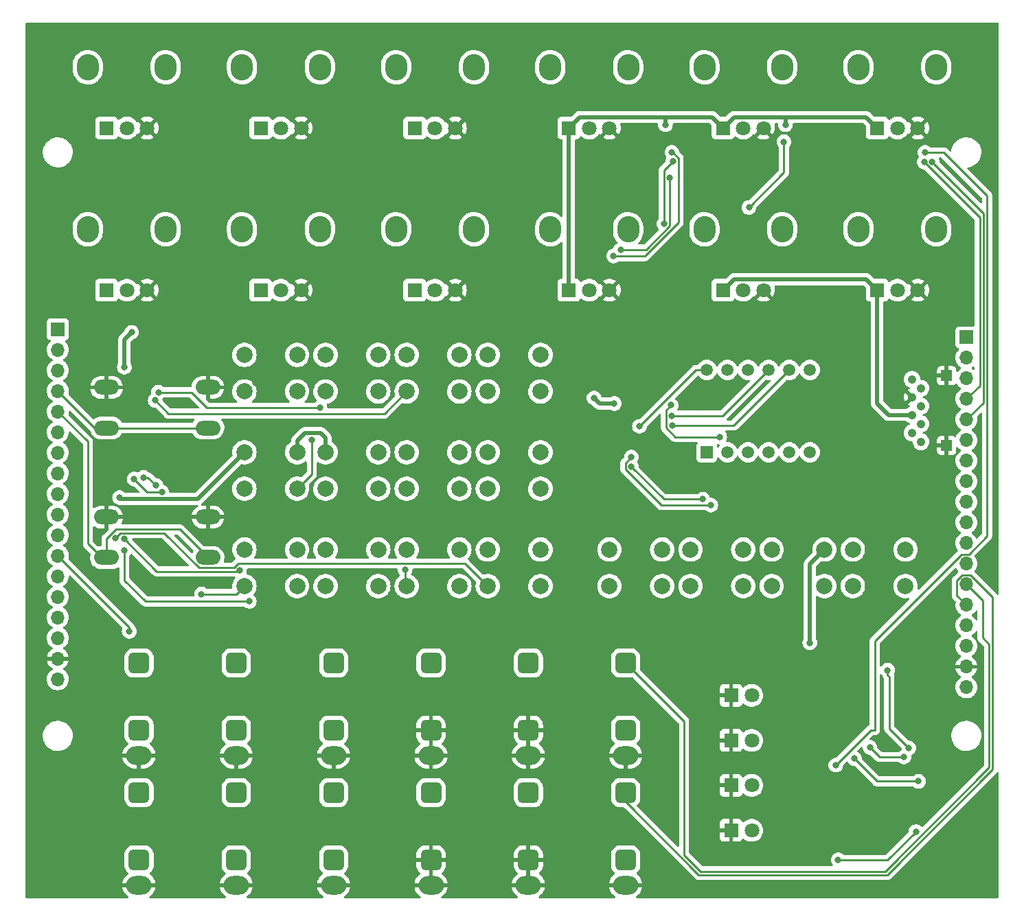
<source format=gbr>
%TF.GenerationSoftware,KiCad,Pcbnew,7.0.2*%
%TF.CreationDate,2023-08-30T17:10:08+01:00*%
%TF.ProjectId,dk2_02_top,646b325f-3032-45f7-946f-702e6b696361,rev?*%
%TF.SameCoordinates,Original*%
%TF.FileFunction,Copper,L1,Top*%
%TF.FilePolarity,Positive*%
%FSLAX46Y46*%
G04 Gerber Fmt 4.6, Leading zero omitted, Abs format (unit mm)*
G04 Created by KiCad (PCBNEW 7.0.2) date 2023-08-30 17:10:08*
%MOMM*%
%LPD*%
G01*
G04 APERTURE LIST*
G04 Aperture macros list*
%AMRoundRect*
0 Rectangle with rounded corners*
0 $1 Rounding radius*
0 $2 $3 $4 $5 $6 $7 $8 $9 X,Y pos of 4 corners*
0 Add a 4 corners polygon primitive as box body*
4,1,4,$2,$3,$4,$5,$6,$7,$8,$9,$2,$3,0*
0 Add four circle primitives for the rounded corners*
1,1,$1+$1,$2,$3*
1,1,$1+$1,$4,$5*
1,1,$1+$1,$6,$7*
1,1,$1+$1,$8,$9*
0 Add four rect primitives between the rounded corners*
20,1,$1+$1,$2,$3,$4,$5,0*
20,1,$1+$1,$4,$5,$6,$7,0*
20,1,$1+$1,$6,$7,$8,$9,0*
20,1,$1+$1,$8,$9,$2,$3,0*%
G04 Aperture macros list end*
%TA.AperFunction,ComponentPad*%
%ADD10C,2.000000*%
%TD*%
%TA.AperFunction,ComponentPad*%
%ADD11O,2.720000X3.240000*%
%TD*%
%TA.AperFunction,ComponentPad*%
%ADD12R,1.800000X1.800000*%
%TD*%
%TA.AperFunction,ComponentPad*%
%ADD13C,1.800000*%
%TD*%
%TA.AperFunction,ComponentPad*%
%ADD14O,3.100000X2.300000*%
%TD*%
%TA.AperFunction,ComponentPad*%
%ADD15RoundRect,0.650000X-0.650000X-0.650000X0.650000X-0.650000X0.650000X0.650000X-0.650000X0.650000X0*%
%TD*%
%TA.AperFunction,ComponentPad*%
%ADD16R,1.500000X1.500000*%
%TD*%
%TA.AperFunction,ComponentPad*%
%ADD17C,1.500000*%
%TD*%
%TA.AperFunction,ComponentPad*%
%ADD18C,1.050000*%
%TD*%
%TA.AperFunction,ComponentPad*%
%ADD19R,1.350000X1.350000*%
%TD*%
%TA.AperFunction,ComponentPad*%
%ADD20O,3.048000X1.850000*%
%TD*%
%TA.AperFunction,ComponentPad*%
%ADD21R,1.700000X1.700000*%
%TD*%
%TA.AperFunction,ComponentPad*%
%ADD22O,1.700000X1.700000*%
%TD*%
%TA.AperFunction,ViaPad*%
%ADD23C,0.800000*%
%TD*%
%TA.AperFunction,Conductor*%
%ADD24C,0.250000*%
%TD*%
%TA.AperFunction,Conductor*%
%ADD25C,0.500000*%
%TD*%
G04 APERTURE END LIST*
D10*
%TO.P,SW4,1,1*%
%TO.N,+3.3V*%
X107000000Y-81000000D03*
X113500000Y-81000000D03*
%TO.P,SW4,2,2*%
%TO.N,Net-(U4-D1)*%
X107000000Y-85500000D03*
X113500000Y-85500000D03*
%TD*%
%TO.P,SW10,1,1*%
%TO.N,+3.3V*%
X127000000Y-93000000D03*
X133500000Y-93000000D03*
%TO.P,SW10,2,2*%
%TO.N,Net-(U4-D7)*%
X127000000Y-97500000D03*
X133500000Y-97500000D03*
%TD*%
D11*
%TO.P,RV3,*%
%TO.N,*%
X115700000Y-45500000D03*
X125300000Y-45500000D03*
D12*
%TO.P,RV3,1,1*%
%TO.N,+3.3V*%
X118000000Y-53000000D03*
D13*
%TO.P,RV3,2,2*%
%TO.N,Net-(U6-A2)*%
X120500000Y-53000000D03*
%TO.P,RV3,3,3*%
%TO.N,GND*%
X123000000Y-53000000D03*
%TD*%
D14*
%TO.P,J2,S*%
%TO.N,GND*%
X96000000Y-130400000D03*
D15*
%TO.P,J2,T*%
%TO.N,TRIGGER_OUT_1_EURO*%
X96000000Y-119000000D03*
%TO.P,J2,TN*%
%TO.N,unconnected-(J2-PadTN)*%
X96000000Y-127300000D03*
%TD*%
D14*
%TO.P,J13,S*%
%TO.N,GND*%
X132000000Y-130400000D03*
D15*
%TO.P,J13,T*%
%TO.N,Net-(J13-PadT)*%
X132000000Y-119000000D03*
%TO.P,J13,TN*%
%TO.N,GND*%
X132000000Y-127300000D03*
%TD*%
D11*
%TO.P,RV8,*%
%TO.N,*%
X134700000Y-65500000D03*
X144300000Y-65500000D03*
D12*
%TO.P,RV8,1,1*%
%TO.N,+3.3V*%
X137000000Y-73000000D03*
D13*
%TO.P,RV8,2,2*%
%TO.N,Net-(U6-A7)*%
X139500000Y-73000000D03*
%TO.P,RV8,3,3*%
%TO.N,GND*%
X142000000Y-73000000D03*
%TD*%
D14*
%TO.P,J12,S*%
%TO.N,GND*%
X120000000Y-130400000D03*
D15*
%TO.P,J12,T*%
%TO.N,Net-(J12-PadT)*%
X120000000Y-119000000D03*
%TO.P,J12,TN*%
%TO.N,GND*%
X120000000Y-127300000D03*
%TD*%
D10*
%TO.P,SW3,1,1*%
%TO.N,+3.3V*%
X97000000Y-81000000D03*
X103500000Y-81000000D03*
%TO.P,SW3,2,2*%
%TO.N,Net-(U4-D0)*%
X97000000Y-85500000D03*
X103500000Y-85500000D03*
%TD*%
D14*
%TO.P,J11,S*%
%TO.N,GND*%
X144000000Y-146400000D03*
D15*
%TO.P,J11,T*%
%TO.N,EURO_OUT_2*%
X144000000Y-135000000D03*
%TO.P,J11,TN*%
%TO.N,unconnected-(J11-PadTN)*%
X144000000Y-143300000D03*
%TD*%
D11*
%TO.P,RV4,*%
%TO.N,*%
X134700000Y-45500000D03*
X144300000Y-45500000D03*
D12*
%TO.P,RV4,1,1*%
%TO.N,+3.3V*%
X137000000Y-53000000D03*
D13*
%TO.P,RV4,2,2*%
%TO.N,Net-(U6-A3)*%
X139500000Y-53000000D03*
%TO.P,RV4,3,3*%
%TO.N,GND*%
X142000000Y-53000000D03*
%TD*%
D11*
%TO.P,RV1,*%
%TO.N,*%
X77700000Y-45500000D03*
X87300000Y-45500000D03*
D12*
%TO.P,RV1,1,1*%
%TO.N,+3.3V*%
X80000000Y-53000000D03*
D13*
%TO.P,RV1,2,2*%
%TO.N,Net-(U6-A0)*%
X82500000Y-53000000D03*
%TO.P,RV1,3,3*%
%TO.N,GND*%
X85000000Y-53000000D03*
%TD*%
D11*
%TO.P,RV10,*%
%TO.N,*%
X172700000Y-45500000D03*
X182300000Y-45500000D03*
D12*
%TO.P,RV10,1,1*%
%TO.N,+3.3V*%
X175000000Y-53000000D03*
D13*
%TO.P,RV10,2,2*%
%TO.N,Net-(U9-A1)*%
X177500000Y-53000000D03*
%TO.P,RV10,3,3*%
%TO.N,GND*%
X180000000Y-53000000D03*
%TD*%
D14*
%TO.P,J4,S*%
%TO.N,GND*%
X84000000Y-130400000D03*
D15*
%TO.P,J4,T*%
%TO.N,SYNC_IN_EURO*%
X84000000Y-119000000D03*
%TO.P,J4,TN*%
%TO.N,unconnected-(J4-PadTN)*%
X84000000Y-127300000D03*
%TD*%
D14*
%TO.P,J14,S*%
%TO.N,GND*%
X120000000Y-146400000D03*
D15*
%TO.P,J14,T*%
%TO.N,Net-(J14-PadT)*%
X120000000Y-135000000D03*
%TO.P,J14,TN*%
%TO.N,GND*%
X120000000Y-143300000D03*
%TD*%
D14*
%TO.P,J15,S*%
%TO.N,GND*%
X132000000Y-146400000D03*
D15*
%TO.P,J15,T*%
%TO.N,Net-(J15-PadT)*%
X132000000Y-135000000D03*
%TO.P,J15,TN*%
%TO.N,GND*%
X132000000Y-143300000D03*
%TD*%
D10*
%TO.P,SW5,1,1*%
%TO.N,+3.3V*%
X117000000Y-81000000D03*
X123500000Y-81000000D03*
%TO.P,SW5,2,2*%
%TO.N,Net-(U4-D2)*%
X117000000Y-85500000D03*
X123500000Y-85500000D03*
%TD*%
%TO.P,SW8,1,1*%
%TO.N,+3.3V*%
X107000000Y-93000000D03*
X113500000Y-93000000D03*
%TO.P,SW8,2,2*%
%TO.N,Net-(U4-D5)*%
X107000000Y-97500000D03*
X113500000Y-97500000D03*
%TD*%
D11*
%TO.P,RV7,*%
%TO.N,*%
X115700000Y-65500000D03*
X125300000Y-65500000D03*
D12*
%TO.P,RV7,1,1*%
%TO.N,+3.3V*%
X118000000Y-73000000D03*
D13*
%TO.P,RV7,2,2*%
%TO.N,Net-(U6-A6)*%
X120500000Y-73000000D03*
%TO.P,RV7,3,3*%
%TO.N,GND*%
X123000000Y-73000000D03*
%TD*%
D16*
%TO.P,U3,1,e*%
%TO.N,Net-(U3-e)*%
X154000000Y-93000000D03*
D17*
%TO.P,U3,2,d*%
%TO.N,Net-(U3-d)*%
X156540000Y-93000000D03*
%TO.P,U3,3,DPX*%
%TO.N,Net-(U3-DPX)*%
X159080000Y-93000000D03*
%TO.P,U3,4,c*%
%TO.N,Net-(U3-c)*%
X161620000Y-93000000D03*
%TO.P,U3,5,g*%
%TO.N,Net-(U3-g)*%
X164160000Y-93000000D03*
%TO.P,U3,6,CA4*%
%TO.N,Net-(U2-QD)*%
X166700000Y-93000000D03*
%TO.P,U3,7,b*%
%TO.N,Net-(U3-b)*%
X166700000Y-82840000D03*
%TO.P,U3,8,CA3*%
%TO.N,Net-(U2-QC)*%
X164160000Y-82840000D03*
%TO.P,U3,9,CA2*%
%TO.N,Net-(U2-QB)*%
X161620000Y-82840000D03*
%TO.P,U3,10,f*%
%TO.N,Net-(U3-f)*%
X159080000Y-82840000D03*
%TO.P,U3,11,a*%
%TO.N,Net-(U3-a)*%
X156540000Y-82840000D03*
%TO.P,U3,12,CA1*%
%TO.N,Net-(U2-QA)*%
X154000000Y-82840000D03*
%TD*%
D18*
%TO.P,J6,1,DAT2*%
%TO.N,unconnected-(J6-DAT2-Pad1)*%
X180400000Y-91700000D03*
%TO.P,J6,2,DAT3/CD*%
%TO.N,SD_CHIP_SELECT*%
X179300000Y-90600000D03*
%TO.P,J6,3,CMD*%
%TO.N,SD_SERIAL_IN*%
X180400000Y-89500000D03*
%TO.P,J6,4,VDD*%
%TO.N,+3.3V*%
X179300000Y-88400000D03*
%TO.P,J6,5,CLK*%
%TO.N,SD_CLOCK*%
X180400000Y-87300000D03*
%TO.P,J6,6,VSS*%
%TO.N,GND*%
X179300000Y-86200000D03*
%TO.P,J6,7,DAT0*%
%TO.N,SD_SERIAL_OUT*%
X180400000Y-85100000D03*
%TO.P,J6,8,DAT1*%
%TO.N,unconnected-(J6-DAT1-Pad8)*%
X179300000Y-84000000D03*
D19*
%TO.P,J6,9,SHIELD*%
%TO.N,GND*%
X183570000Y-92150000D03*
X183570000Y-83550000D03*
%TD*%
D12*
%TO.P,D3,1,K*%
%TO.N,GND*%
X157000000Y-134100000D03*
D13*
%TO.P,D3,2,A*%
%TO.N,Net-(D3-A)*%
X159540000Y-134100000D03*
%TD*%
D11*
%TO.P,RV11,*%
%TO.N,*%
X153700000Y-65500000D03*
X163300000Y-65500000D03*
D12*
%TO.P,RV11,1,1*%
%TO.N,+3.3V*%
X156000000Y-73000000D03*
D13*
%TO.P,RV11,2,2*%
%TO.N,Net-(U9-A2)*%
X158500000Y-73000000D03*
%TO.P,RV11,3,3*%
%TO.N,GND*%
X161000000Y-73000000D03*
%TD*%
D11*
%TO.P,RV9,*%
%TO.N,*%
X153700000Y-45500000D03*
X163300000Y-45500000D03*
D12*
%TO.P,RV9,1,1*%
%TO.N,+3.3V*%
X156000000Y-53000000D03*
D13*
%TO.P,RV9,2,2*%
%TO.N,Net-(U9-A0)*%
X158500000Y-53000000D03*
%TO.P,RV9,3,3*%
%TO.N,GND*%
X161000000Y-53000000D03*
%TD*%
D14*
%TO.P,J8,S*%
%TO.N,GND*%
X96000000Y-146400000D03*
D15*
%TO.P,J8,T*%
%TO.N,TRIGGER_OUT_3_EURO*%
X96000000Y-135000000D03*
%TO.P,J8,TN*%
%TO.N,unconnected-(J8-PadTN)*%
X96000000Y-143300000D03*
%TD*%
D10*
%TO.P,SW17,1,1*%
%TO.N,+3.3V*%
X162000000Y-105000000D03*
X168500000Y-105000000D03*
%TO.P,SW17,2,2*%
%TO.N,Net-(U5-D6)*%
X162000000Y-109500000D03*
X168500000Y-109500000D03*
%TD*%
%TO.P,SW15,1,1*%
%TO.N,+3.3V*%
X142000000Y-105000000D03*
X148500000Y-105000000D03*
%TO.P,SW15,2,2*%
%TO.N,Net-(U5-D4)*%
X142000000Y-109500000D03*
X148500000Y-109500000D03*
%TD*%
%TO.P,SW9,1,1*%
%TO.N,+3.3V*%
X117000000Y-93000000D03*
X123500000Y-93000000D03*
%TO.P,SW9,2,2*%
%TO.N,Net-(U4-D6)*%
X117000000Y-97500000D03*
X123500000Y-97500000D03*
%TD*%
D12*
%TO.P,D2,1,K*%
%TO.N,GND*%
X157000000Y-128550000D03*
D13*
%TO.P,D2,2,A*%
%TO.N,Net-(D2-A)*%
X159540000Y-128550000D03*
%TD*%
D12*
%TO.P,D1,1,K*%
%TO.N,GND*%
X157000000Y-123000000D03*
D13*
%TO.P,D1,2,A*%
%TO.N,Net-(D1-A)*%
X159540000Y-123000000D03*
%TD*%
D10*
%TO.P,SW12,1,1*%
%TO.N,+3.3V*%
X107000000Y-105000000D03*
X113500000Y-105000000D03*
%TO.P,SW12,2,2*%
%TO.N,Net-(U5-D1)*%
X107000000Y-109500000D03*
X113500000Y-109500000D03*
%TD*%
D14*
%TO.P,J5,S*%
%TO.N,GND*%
X144000000Y-130400000D03*
D15*
%TO.P,J5,T*%
%TO.N,EURO_OUT_1*%
X144000000Y-119000000D03*
%TO.P,J5,TN*%
%TO.N,unconnected-(J5-PadTN)*%
X144000000Y-127300000D03*
%TD*%
D10*
%TO.P,SW14,1,1*%
%TO.N,+3.3V*%
X127000000Y-105000000D03*
X133500000Y-105000000D03*
%TO.P,SW14,2,2*%
%TO.N,Net-(U5-D3)*%
X127000000Y-109500000D03*
X133500000Y-109500000D03*
%TD*%
D12*
%TO.P,D4,1,K*%
%TO.N,GND*%
X157000000Y-139650000D03*
D13*
%TO.P,D4,2,A*%
%TO.N,Net-(D4-A)*%
X159540000Y-139650000D03*
%TD*%
D10*
%TO.P,SW6,1,1*%
%TO.N,+3.3V*%
X127000000Y-81000000D03*
X133500000Y-81000000D03*
%TO.P,SW6,2,2*%
%TO.N,Net-(U4-D3)*%
X127000000Y-85500000D03*
X133500000Y-85500000D03*
%TD*%
D11*
%TO.P,RV12,*%
%TO.N,*%
X172700000Y-65500000D03*
X182300000Y-65500000D03*
D12*
%TO.P,RV12,1,1*%
%TO.N,+3.3V*%
X175000000Y-73000000D03*
D13*
%TO.P,RV12,2,2*%
%TO.N,Net-(U9-A3)*%
X177500000Y-73000000D03*
%TO.P,RV12,3,3*%
%TO.N,GND*%
X180000000Y-73000000D03*
%TD*%
D14*
%TO.P,J9,S*%
%TO.N,GND*%
X108000000Y-146400000D03*
D15*
%TO.P,J9,T*%
%TO.N,TRIGGER_OUT_4_EURO*%
X108000000Y-135000000D03*
%TO.P,J9,TN*%
%TO.N,unconnected-(J9-PadTN)*%
X108000000Y-143300000D03*
%TD*%
D11*
%TO.P,RV6,*%
%TO.N,*%
X96700000Y-65500000D03*
X106300000Y-65500000D03*
D12*
%TO.P,RV6,1,1*%
%TO.N,+3.3V*%
X99000000Y-73000000D03*
D13*
%TO.P,RV6,2,2*%
%TO.N,Net-(U6-A5)*%
X101500000Y-73000000D03*
%TO.P,RV6,3,3*%
%TO.N,GND*%
X104000000Y-73000000D03*
%TD*%
D20*
%TO.P,SW1,1,1*%
%TO.N,GND*%
X80000000Y-85000000D03*
X92500000Y-85000000D03*
%TO.P,SW1,2,2*%
%TO.N,START_STOP_BUTTON*%
X80000000Y-90000000D03*
X92500000Y-90000000D03*
%TD*%
D10*
%TO.P,SW11,1,1*%
%TO.N,+3.3V*%
X97000000Y-105000000D03*
X103500000Y-105000000D03*
%TO.P,SW11,2,2*%
%TO.N,Net-(U5-D0)*%
X97000000Y-109500000D03*
X103500000Y-109500000D03*
%TD*%
D14*
%TO.P,J3,S*%
%TO.N,GND*%
X108000000Y-130400000D03*
D15*
%TO.P,J3,T*%
%TO.N,TRIGGER_OUT_2_EURO*%
X108000000Y-119000000D03*
%TO.P,J3,TN*%
%TO.N,unconnected-(J3-PadTN)*%
X108000000Y-127300000D03*
%TD*%
D11*
%TO.P,RV5,*%
%TO.N,*%
X77700000Y-65500000D03*
X87300000Y-65500000D03*
D12*
%TO.P,RV5,1,1*%
%TO.N,+3.3V*%
X80000000Y-73000000D03*
D13*
%TO.P,RV5,2,2*%
%TO.N,Net-(U6-A4)*%
X82500000Y-73000000D03*
%TO.P,RV5,3,3*%
%TO.N,GND*%
X85000000Y-73000000D03*
%TD*%
D10*
%TO.P,SW7,1,1*%
%TO.N,+3.3V*%
X97000000Y-93000000D03*
X103500000Y-93000000D03*
%TO.P,SW7,2,2*%
%TO.N,Net-(U4-D4)*%
X97000000Y-97500000D03*
X103500000Y-97500000D03*
%TD*%
D11*
%TO.P,RV2,*%
%TO.N,*%
X96700000Y-45500000D03*
X106300000Y-45500000D03*
D12*
%TO.P,RV2,1,1*%
%TO.N,+3.3V*%
X99000000Y-53000000D03*
D13*
%TO.P,RV2,2,2*%
%TO.N,Net-(U6-A1)*%
X101500000Y-53000000D03*
%TO.P,RV2,3,3*%
%TO.N,GND*%
X104000000Y-53000000D03*
%TD*%
D10*
%TO.P,SW13,1,1*%
%TO.N,+3.3V*%
X117000000Y-105000000D03*
X123500000Y-105000000D03*
%TO.P,SW13,2,2*%
%TO.N,Net-(U5-D2)*%
X117000000Y-109500000D03*
X123500000Y-109500000D03*
%TD*%
%TO.P,SW18,1,1*%
%TO.N,+3.3V*%
X172000000Y-105000000D03*
X178500000Y-105000000D03*
%TO.P,SW18,2,2*%
%TO.N,Net-(U5-D7)*%
X172000000Y-109500000D03*
X178500000Y-109500000D03*
%TD*%
D14*
%TO.P,J10,S*%
%TO.N,GND*%
X84000000Y-146400000D03*
D15*
%TO.P,J10,T*%
%TO.N,SYNC_OUT_EURO*%
X84000000Y-135000000D03*
%TO.P,J10,TN*%
%TO.N,unconnected-(J10-PadTN)*%
X84000000Y-143300000D03*
%TD*%
D20*
%TO.P,SW2,1,1*%
%TO.N,GND*%
X80000000Y-101000000D03*
X92500000Y-101000000D03*
%TO.P,SW2,2,2*%
%TO.N,TAP_TEMPO_BUTTON*%
X80000000Y-106000000D03*
X92500000Y-106000000D03*
%TD*%
D10*
%TO.P,SW16,1,1*%
%TO.N,+3.3V*%
X152000000Y-105000000D03*
X158500000Y-105000000D03*
%TO.P,SW16,2,2*%
%TO.N,Net-(U5-D5)*%
X152000000Y-109500000D03*
X158500000Y-109500000D03*
%TD*%
D21*
%TO.P,J1,1,Pin_1*%
%TO.N,unconnected-(J1-Pin_1-Pad1)*%
X74000000Y-77820000D03*
D22*
%TO.P,J1,2,Pin_2*%
%TO.N,unconnected-(J1-Pin_2-Pad2)*%
X74000000Y-80360000D03*
%TO.P,J1,3,Pin_3*%
%TO.N,unconnected-(J1-Pin_3-Pad3)*%
X74000000Y-82900000D03*
%TO.P,J1,4,Pin_4*%
%TO.N,START_STOP_BUTTON*%
X74000000Y-85440000D03*
%TO.P,J1,5,Pin_5*%
%TO.N,TAP_TEMPO_BUTTON*%
X74000000Y-87980000D03*
%TO.P,J1,6,Pin_6*%
%TO.N,165_LOAD*%
X74000000Y-90520000D03*
%TO.P,J1,7,Pin_7*%
%TO.N,165_CLOCK*%
X74000000Y-93060000D03*
%TO.P,J1,8,Pin_8*%
%TO.N,165_DATA*%
X74000000Y-95600000D03*
%TO.P,J1,9,Pin_9*%
%TO.N,TRIGGER_OUT_1_EURO*%
X74000000Y-98140000D03*
%TO.P,J1,10,Pin_10*%
%TO.N,TRIGGER_OUT_2_EURO*%
X74000000Y-100680000D03*
%TO.P,J1,11,Pin_11*%
%TO.N,TRIGGER_OUT_3_EURO*%
X74000000Y-103220000D03*
%TO.P,J1,12,Pin_12*%
%TO.N,TRIGGER_OUT_4_EURO*%
X74000000Y-105760000D03*
%TO.P,J1,13,Pin_13*%
%TO.N,SYNC_IN_EURO*%
X74000000Y-108300000D03*
%TO.P,J1,14,Pin_14*%
%TO.N,SYNC_OUT_EURO*%
X74000000Y-110840000D03*
%TO.P,J1,15,Pin_15*%
%TO.N,unconnected-(J1-Pin_15-Pad15)*%
X74000000Y-113380000D03*
%TO.P,J1,16,Pin_16*%
%TO.N,+3.3V*%
X74000000Y-115920000D03*
%TO.P,J1,17,Pin_17*%
%TO.N,GND*%
X74000000Y-118460000D03*
%TO.P,J1,18,Pin_18*%
%TO.N,unconnected-(J1-Pin_18-Pad18)*%
X74000000Y-121000000D03*
%TD*%
D21*
%TO.P,J7,1,Pin_1*%
%TO.N,4051_ADDRESS_A*%
X186000000Y-78820000D03*
D22*
%TO.P,J7,2,Pin_2*%
%TO.N,4051_ADDRESS_B*%
X186000000Y-81360000D03*
%TO.P,J7,3,Pin_3*%
%TO.N,4051_ADDRESS_C*%
X186000000Y-83900000D03*
%TO.P,J7,4,Pin_4*%
%TO.N,4051_READING_1*%
X186000000Y-86440000D03*
%TO.P,J7,5,Pin_5*%
%TO.N,4051_READING_0*%
X186000000Y-88980000D03*
%TO.P,J7,6,Pin_6*%
%TO.N,SD_CLOCK*%
X186000000Y-91520000D03*
%TO.P,J7,7,Pin_7*%
%TO.N,SD_SERIAL_IN*%
X186000000Y-94060000D03*
%TO.P,J7,8,Pin_8*%
%TO.N,SD_SERIAL_OUT*%
X186000000Y-96600000D03*
%TO.P,J7,9,Pin_9*%
%TO.N,SD_CHIP_SELECT*%
X186000000Y-99140000D03*
%TO.P,J7,10,Pin_10*%
%TO.N,595_DATA*%
X186000000Y-101680000D03*
%TO.P,J7,11,Pin_11*%
%TO.N,595_CLOCK*%
X186000000Y-104220000D03*
%TO.P,J7,12,Pin_12*%
%TO.N,595_LATCH*%
X186000000Y-106760000D03*
%TO.P,J7,13,Pin_13*%
%TO.N,EURO_OUT_1*%
X186000000Y-109300000D03*
%TO.P,J7,14,Pin_14*%
%TO.N,EURO_OUT_2*%
X186000000Y-111840000D03*
%TO.P,J7,15,Pin_15*%
%TO.N,unconnected-(J7-Pin_15-Pad15)*%
X186000000Y-114380000D03*
%TO.P,J7,16,Pin_16*%
%TO.N,+3.3V*%
X186000000Y-116920000D03*
%TO.P,J7,17,Pin_17*%
%TO.N,GND*%
X186000000Y-119460000D03*
%TO.P,J7,18,Pin_18*%
%TO.N,-12V*%
X186000000Y-122000000D03*
%TD*%
D23*
%TO.N,GND*%
X108300000Y-84100000D03*
X98400000Y-84474500D03*
X118200000Y-96000000D03*
X175300000Y-141500000D03*
X140900000Y-81000000D03*
X172000000Y-124000000D03*
X175500000Y-135900000D03*
X173300000Y-59700000D03*
X151300000Y-100600000D03*
X139500000Y-107100000D03*
X144800000Y-91000000D03*
X98200000Y-95900000D03*
X130100000Y-108000000D03*
%TO.N,CV_IN_4*%
X172200000Y-130800000D03*
X180100000Y-133600000D03*
%TO.N,TRIGGER_OUT_4_EURO*%
X82800000Y-115100000D03*
%TO.N,595_CLOCK*%
X144700000Y-94800000D03*
X153500000Y-98799500D03*
%TO.N,595_LATCH*%
X154500000Y-99524000D03*
X144700000Y-93600000D03*
%TO.N,165_LOAD*%
X83400000Y-96300000D03*
X86824500Y-97900000D03*
%TO.N,165_CLOCK*%
X86100000Y-97100000D03*
X84575500Y-96100000D03*
%TO.N,4051_READING_0*%
X181800000Y-57200000D03*
%TO.N,4051_READING_1*%
X180800000Y-57200000D03*
%TO.N,Net-(U2-QB)*%
X149700000Y-88500000D03*
%TO.N,Net-(U2-QC)*%
X149725500Y-89700000D03*
%TO.N,Net-(U2-QA)*%
X145700000Y-89800000D03*
%TO.N,Net-(U8A--)*%
X178900000Y-129500000D03*
X176300000Y-119900000D03*
%TO.N,CV_IN_1*%
X169900000Y-131600000D03*
X180900000Y-56000000D03*
%TO.N,Net-(U8B--)*%
X178300000Y-130600000D03*
X174100000Y-129400000D03*
%TO.N,CV_IN_2*%
X170200000Y-143300000D03*
X179800000Y-139800000D03*
%TO.N,Net-(U1-QH)*%
X149600000Y-87200000D03*
X155600000Y-91100000D03*
%TO.N,Net-(U4-D2)*%
X86000000Y-86600000D03*
%TO.N,Net-(U4-D3)*%
X106300000Y-87500000D03*
X86400000Y-85600000D03*
%TO.N,Net-(U4-D4)*%
X105300000Y-91500000D03*
%TO.N,Net-(U6-A5)*%
X143400000Y-68000000D03*
X149424500Y-59100000D03*
%TO.N,Net-(U6-A6)*%
X149700000Y-56000000D03*
X142500000Y-68800000D03*
%TO.N,Net-(U6-A7)*%
X149800000Y-57100000D03*
X148700000Y-64800000D03*
%TO.N,+3.3V*%
X82200000Y-82500000D03*
X148900000Y-52600000D03*
X166700000Y-116500000D03*
X140100000Y-86300000D03*
X142600000Y-87000000D03*
X163700000Y-52600000D03*
X83100000Y-78200000D03*
X81600000Y-98600000D03*
%TO.N,Net-(U9-A2)*%
X163500000Y-54700000D03*
X159200000Y-62800000D03*
%TO.N,Net-(U5-D0)*%
X91700000Y-110500000D03*
%TO.N,Net-(U5-D1)*%
X82200000Y-105100000D03*
X97600000Y-111400000D03*
%TO.N,Net-(U5-D2)*%
X82200000Y-103700000D03*
X116800000Y-107450500D03*
X96400000Y-107600000D03*
%TO.N,Net-(U5-D3)*%
X81100000Y-103600000D03*
%TD*%
D24*
%TO.N,CV_IN_4*%
X175000000Y-133600000D02*
X172200000Y-130800000D01*
X180100000Y-133600000D02*
X175000000Y-133600000D01*
%TO.N,TRIGGER_OUT_4_EURO*%
X82800000Y-114560000D02*
X74000000Y-105760000D01*
X82800000Y-115100000D02*
X82800000Y-114560000D01*
%TO.N,595_CLOCK*%
X148699500Y-98799500D02*
X144700000Y-94800000D01*
X153500000Y-98799500D02*
X148699500Y-98799500D01*
%TO.N,595_LATCH*%
X148398695Y-99524000D02*
X143975000Y-95100305D01*
X143975000Y-94325000D02*
X144700000Y-93600000D01*
X154500000Y-99524000D02*
X148398695Y-99524000D01*
X143975000Y-95100305D02*
X143975000Y-94325000D01*
%TO.N,EURO_OUT_1*%
X153200000Y-144700000D02*
X176000000Y-144700000D01*
X188800000Y-116700000D02*
X188000000Y-115900000D01*
X151200000Y-126200000D02*
X151200000Y-142700000D01*
X151200000Y-142700000D02*
X153200000Y-144700000D01*
X144000000Y-119000000D02*
X151200000Y-126200000D01*
X188800000Y-131900000D02*
X188800000Y-116700000D01*
X188000000Y-115900000D02*
X188000000Y-111300000D01*
X176000000Y-144700000D02*
X188800000Y-131900000D01*
X188000000Y-111300000D02*
X186000000Y-109300000D01*
%TO.N,165_LOAD*%
X85000000Y-97900000D02*
X83400000Y-96300000D01*
X86824500Y-97900000D02*
X85000000Y-97900000D01*
%TO.N,165_CLOCK*%
X84575500Y-96100000D02*
X85100000Y-96100000D01*
X85100000Y-96100000D02*
X86100000Y-97100000D01*
%TO.N,4051_READING_0*%
X188100000Y-63500000D02*
X188100000Y-86880000D01*
X188100000Y-86880000D02*
X186000000Y-88980000D01*
X181800000Y-57200000D02*
X188100000Y-63500000D01*
%TO.N,4051_READING_1*%
X180800000Y-57225305D02*
X187650000Y-64075305D01*
X187650000Y-64075305D02*
X187650000Y-84790000D01*
X180800000Y-57200000D02*
X180800000Y-57225305D01*
X187650000Y-84790000D02*
X186000000Y-86440000D01*
%TO.N,EURO_OUT_2*%
X153013604Y-145150000D02*
X144000000Y-136136396D01*
X189250000Y-132150000D02*
X176250000Y-145150000D01*
X185513299Y-108125000D02*
X186486701Y-108125000D01*
X189250000Y-110888299D02*
X189250000Y-132150000D01*
X186486701Y-108125000D02*
X189250000Y-110888299D01*
X176250000Y-145150000D02*
X153013604Y-145150000D01*
X186000000Y-111840000D02*
X184825000Y-110665000D01*
X144000000Y-136136396D02*
X144000000Y-135000000D01*
X184825000Y-108813299D02*
X185513299Y-108125000D01*
X184825000Y-110665000D02*
X184825000Y-108813299D01*
%TO.N,Net-(U2-QB)*%
X161620000Y-82840000D02*
X155960000Y-88500000D01*
X155960000Y-88500000D02*
X149700000Y-88500000D01*
%TO.N,Net-(U2-QC)*%
X157300000Y-89700000D02*
X149725500Y-89700000D01*
X164160000Y-82840000D02*
X157300000Y-89700000D01*
%TO.N,Net-(U2-QA)*%
X152660000Y-82840000D02*
X145700000Y-89800000D01*
X154000000Y-82840000D02*
X152660000Y-82840000D01*
%TO.N,Net-(U8A--)*%
X176500000Y-127100000D02*
X176500000Y-120700000D01*
X178900000Y-129500000D02*
X176500000Y-127100000D01*
X176300000Y-119900000D02*
X176300000Y-120500000D01*
X176300000Y-120500000D02*
X176500000Y-120700000D01*
%TO.N,CV_IN_1*%
X183206928Y-56000000D02*
X188550000Y-61343072D01*
X186296701Y-105585000D02*
X185415000Y-105585000D01*
X174700000Y-116300000D02*
X174700000Y-127274695D01*
X188550000Y-103331701D02*
X186296701Y-105585000D01*
X174700000Y-127274695D02*
X174225305Y-127274695D01*
X188550000Y-61343072D02*
X188550000Y-103331701D01*
X180900000Y-56000000D02*
X183206928Y-56000000D01*
X174225305Y-127274695D02*
X169900000Y-131600000D01*
X185415000Y-105585000D02*
X174700000Y-116300000D01*
%TO.N,Net-(U8B--)*%
X175300000Y-130600000D02*
X174100000Y-129400000D01*
X178300000Y-130600000D02*
X175300000Y-130600000D01*
%TO.N,CV_IN_2*%
X176300000Y-143300000D02*
X170200000Y-143300000D01*
X179800000Y-139800000D02*
X176300000Y-143300000D01*
%TO.N,Net-(U1-QH)*%
X148975000Y-89974805D02*
X148975000Y-87825000D01*
X155600000Y-91100000D02*
X150100195Y-91100000D01*
X150100195Y-91100000D02*
X148975000Y-89974805D01*
X148975000Y-87825000D02*
X149600000Y-87200000D01*
%TO.N,Net-(U4-D2)*%
X86000000Y-86600000D02*
X87625000Y-88225000D01*
X87625000Y-88225000D02*
X114275000Y-88225000D01*
X114275000Y-88225000D02*
X117000000Y-85500000D01*
%TO.N,Net-(U4-D3)*%
X90466767Y-85600000D02*
X92366767Y-87500000D01*
X92366767Y-87500000D02*
X106300000Y-87500000D01*
X86400000Y-85600000D02*
X90466767Y-85600000D01*
%TO.N,Net-(U4-D4)*%
X105300000Y-95700000D02*
X103500000Y-97500000D01*
X105300000Y-91500000D02*
X105300000Y-95700000D01*
%TO.N,Net-(U6-A5)*%
X149424500Y-65100805D02*
X146525305Y-68000000D01*
X146525305Y-68000000D02*
X143400000Y-68000000D01*
X149424500Y-59100000D02*
X149424500Y-65100805D01*
%TO.N,Net-(U6-A6)*%
X150525000Y-56725000D02*
X149800000Y-56000000D01*
X142500000Y-68800000D02*
X146361701Y-68800000D01*
X146361701Y-68800000D02*
X150525000Y-64636701D01*
X149800000Y-56000000D02*
X149700000Y-56000000D01*
X150525000Y-64636701D02*
X150525000Y-56725000D01*
%TO.N,Net-(U6-A7)*%
X148700000Y-64800000D02*
X148700000Y-58200000D01*
X148700000Y-58200000D02*
X149800000Y-57100000D01*
D25*
%TO.N,+3.3V*%
X103500000Y-91585787D02*
X104435787Y-90650000D01*
X156000000Y-73000000D02*
X157350000Y-71650000D01*
X173650000Y-51650000D02*
X175000000Y-53000000D01*
X107000000Y-91200000D02*
X107000000Y-93000000D01*
X163700000Y-52600000D02*
X163700000Y-51650000D01*
X91250000Y-98750000D02*
X97000000Y-93000000D01*
X82200000Y-79100000D02*
X83100000Y-78200000D01*
X81600000Y-98600000D02*
X81750000Y-98750000D01*
X82200000Y-82500000D02*
X82200000Y-79100000D01*
X103500000Y-93000000D02*
X103500000Y-91585787D01*
X179300000Y-88400000D02*
X176400000Y-88400000D01*
X156000000Y-53000000D02*
X157350000Y-51650000D01*
X176400000Y-88400000D02*
X175000000Y-87000000D01*
X154650000Y-51650000D02*
X156000000Y-53000000D01*
X175000000Y-87000000D02*
X175000000Y-73000000D01*
X104435787Y-90650000D02*
X106450000Y-90650000D01*
X148900000Y-51650000D02*
X154650000Y-51650000D01*
X163700000Y-51650000D02*
X173650000Y-51650000D01*
X142600000Y-87000000D02*
X140800000Y-87000000D01*
X106450000Y-90650000D02*
X107000000Y-91200000D01*
X157350000Y-51650000D02*
X163700000Y-51650000D01*
X140800000Y-87000000D02*
X140100000Y-86300000D01*
X157350000Y-71650000D02*
X173650000Y-71650000D01*
X81750000Y-98750000D02*
X91250000Y-98750000D01*
X166700000Y-106800000D02*
X166700000Y-116500000D01*
X168500000Y-105000000D02*
X166700000Y-106800000D01*
X148900000Y-52600000D02*
X148900000Y-51650000D01*
X173650000Y-71650000D02*
X175000000Y-73000000D01*
X138350000Y-51650000D02*
X148900000Y-51650000D01*
X137000000Y-73000000D02*
X137000000Y-53000000D01*
X137000000Y-53000000D02*
X138350000Y-51650000D01*
D24*
%TO.N,Net-(U9-A2)*%
X159200000Y-62800000D02*
X163500000Y-58500000D01*
X163500000Y-58500000D02*
X163500000Y-54700000D01*
%TO.N,Net-(U5-D0)*%
X96000000Y-110500000D02*
X97000000Y-109500000D01*
X91700000Y-110500000D02*
X96000000Y-110500000D01*
%TO.N,Net-(U5-D1)*%
X97600000Y-111400000D02*
X84800000Y-111400000D01*
X82200000Y-108800000D02*
X82200000Y-105100000D01*
X84800000Y-111400000D02*
X82200000Y-108800000D01*
%TO.N,Net-(U5-D2)*%
X96400000Y-107600000D02*
X96300000Y-107700000D01*
X86200000Y-107700000D02*
X82200000Y-103700000D01*
X116800000Y-109300000D02*
X117000000Y-109500000D01*
X116800000Y-107450500D02*
X116800000Y-109300000D01*
X96300000Y-107700000D02*
X86200000Y-107700000D01*
%TO.N,Net-(U5-D3)*%
X91383233Y-107250000D02*
X95724695Y-107250000D01*
X124225500Y-106725500D02*
X127000000Y-109500000D01*
X95724695Y-107250000D02*
X96249195Y-106725500D01*
X87108233Y-102975000D02*
X81725000Y-102975000D01*
X96400000Y-106725500D02*
X124225500Y-106725500D01*
X96225500Y-106725500D02*
X96400000Y-106725500D01*
X96249195Y-106725500D02*
X96400000Y-106725500D01*
X81725000Y-102975000D02*
X81100000Y-103600000D01*
X91383233Y-107250000D02*
X87108233Y-102975000D01*
%TO.N,START_STOP_BUTTON*%
X80000000Y-90000000D02*
X92500000Y-90000000D01*
X80000000Y-90000000D02*
X78560000Y-90000000D01*
X78560000Y-90000000D02*
X74000000Y-85440000D01*
%TO.N,TAP_TEMPO_BUTTON*%
X80000000Y-106000000D02*
X80000000Y-103674695D01*
X74000000Y-87980000D02*
X77700000Y-91680000D01*
X89025000Y-102525000D02*
X92500000Y-106000000D01*
X77700000Y-104299000D02*
X79401000Y-106000000D01*
X81149695Y-102525000D02*
X89025000Y-102525000D01*
X77700000Y-91680000D02*
X77700000Y-104299000D01*
X80000000Y-103674695D02*
X81149695Y-102525000D01*
X79401000Y-106000000D02*
X80000000Y-106000000D01*
%TD*%
%TA.AperFunction,Conductor*%
%TO.N,GND*%
G36*
X120250000Y-130100000D02*
G01*
X119750000Y-130100000D01*
X119750000Y-127600000D01*
X120250000Y-127600000D01*
X120250000Y-130100000D01*
G37*
%TD.AperFunction*%
%TA.AperFunction,Conductor*%
G36*
X132250000Y-130100000D02*
G01*
X131750000Y-130100000D01*
X131750000Y-127600000D01*
X132250000Y-127600000D01*
X132250000Y-130100000D01*
G37*
%TD.AperFunction*%
%TA.AperFunction,Conductor*%
G36*
X80250000Y-102450048D02*
G01*
X80253355Y-102456193D01*
X80248371Y-102525885D01*
X80219870Y-102570232D01*
X79616208Y-103173894D01*
X79600110Y-103186791D01*
X79552096Y-103237920D01*
X79549392Y-103240711D01*
X79532628Y-103257475D01*
X79532621Y-103257482D01*
X79529880Y-103260224D01*
X79527499Y-103263292D01*
X79527490Y-103263303D01*
X79527411Y-103263406D01*
X79519842Y-103272267D01*
X79489935Y-103304115D01*
X79480285Y-103321669D01*
X79469609Y-103337923D01*
X79457326Y-103353758D01*
X79439975Y-103393853D01*
X79434838Y-103404339D01*
X79413802Y-103442602D01*
X79408821Y-103462004D01*
X79402520Y-103480406D01*
X79394561Y-103498797D01*
X79387728Y-103541937D01*
X79385360Y-103553369D01*
X79374499Y-103595672D01*
X79374500Y-103615711D01*
X79372973Y-103635109D01*
X79369840Y-103654889D01*
X79373950Y-103698368D01*
X79374500Y-103710038D01*
X79374500Y-104457707D01*
X79354815Y-104524746D01*
X79302011Y-104570501D01*
X79261017Y-104581260D01*
X79159219Y-104589924D01*
X79002841Y-104630642D01*
X78933004Y-104628485D01*
X78883915Y-104598324D01*
X78361818Y-104076227D01*
X78328333Y-104014904D01*
X78325500Y-103988555D01*
X78325500Y-102222624D01*
X78345184Y-102155589D01*
X78397988Y-102109834D01*
X78467146Y-102099890D01*
X78527398Y-102126152D01*
X78600147Y-102184893D01*
X78811919Y-102303195D01*
X79040635Y-102384006D01*
X79279713Y-102425000D01*
X79750000Y-102425000D01*
X79750000Y-101604310D01*
X79758817Y-101609158D01*
X79917886Y-101650000D01*
X80040894Y-101650000D01*
X80162933Y-101634583D01*
X80250000Y-101600110D01*
X80250000Y-102450048D01*
G37*
%TD.AperFunction*%
%TA.AperFunction,Conductor*%
G36*
X189942539Y-40020185D02*
G01*
X189988294Y-40072989D01*
X189999500Y-40124500D01*
X189999500Y-110473587D01*
X189979815Y-110540626D01*
X189927011Y-110586381D01*
X189857853Y-110596325D01*
X189794297Y-110567300D01*
X189768768Y-110536709D01*
X189748170Y-110501879D01*
X189734006Y-110487715D01*
X189721367Y-110472916D01*
X189709595Y-110456712D01*
X189675941Y-110428872D01*
X189667299Y-110421008D01*
X188331392Y-109085101D01*
X187045772Y-107799480D01*
X187012289Y-107738160D01*
X187017273Y-107668468D01*
X187034435Y-107641801D01*
X187032272Y-107640287D01*
X187038491Y-107631404D01*
X187038495Y-107631401D01*
X187174035Y-107437830D01*
X187273903Y-107223663D01*
X187335063Y-106995408D01*
X187355659Y-106760000D01*
X187335063Y-106524592D01*
X187273903Y-106296337D01*
X187174035Y-106082171D01*
X187038495Y-105888599D01*
X187038494Y-105888598D01*
X187032272Y-105879712D01*
X187035653Y-105877344D01*
X187012289Y-105834555D01*
X187017273Y-105764863D01*
X187045774Y-105720516D01*
X187877692Y-104888598D01*
X188933789Y-103832501D01*
X188949885Y-103819607D01*
X188951873Y-103817488D01*
X188951877Y-103817487D01*
X188997949Y-103768424D01*
X189000534Y-103765756D01*
X189020120Y-103746172D01*
X189022585Y-103742993D01*
X189030167Y-103734117D01*
X189052779Y-103710038D01*
X189060062Y-103702283D01*
X189069712Y-103684728D01*
X189080400Y-103668458D01*
X189092673Y-103652637D01*
X189110026Y-103612533D01*
X189115157Y-103602063D01*
X189115843Y-103600816D01*
X189136197Y-103563793D01*
X189141175Y-103544400D01*
X189147481Y-103525983D01*
X189149018Y-103522429D01*
X189155438Y-103507597D01*
X189162272Y-103464446D01*
X189164635Y-103453032D01*
X189175500Y-103410720D01*
X189175500Y-103390684D01*
X189177027Y-103371285D01*
X189178469Y-103362181D01*
X189180160Y-103351505D01*
X189176050Y-103308025D01*
X189175500Y-103296356D01*
X189175500Y-82362897D01*
X189175500Y-61425805D01*
X189177764Y-61405310D01*
X189175561Y-61335198D01*
X189175500Y-61331303D01*
X189175500Y-61307612D01*
X189175500Y-61303722D01*
X189174998Y-61299749D01*
X189174080Y-61288090D01*
X189172709Y-61244445D01*
X189167120Y-61225212D01*
X189163174Y-61206154D01*
X189160664Y-61186278D01*
X189144588Y-61145676D01*
X189140804Y-61134625D01*
X189134881Y-61114240D01*
X189128618Y-61092682D01*
X189118414Y-61075427D01*
X189109861Y-61057967D01*
X189102486Y-61039341D01*
X189102486Y-61039340D01*
X189076808Y-61003997D01*
X189070401Y-60994243D01*
X189048169Y-60956651D01*
X189034006Y-60942488D01*
X189021367Y-60927689D01*
X189009595Y-60911485D01*
X188975941Y-60883645D01*
X188967299Y-60875781D01*
X186142159Y-58050640D01*
X186108674Y-57989317D01*
X186113658Y-57919625D01*
X186155530Y-57863692D01*
X186220789Y-57839290D01*
X186270156Y-57835677D01*
X186534553Y-57776780D01*
X186787558Y-57680014D01*
X187023777Y-57547441D01*
X187238177Y-57381888D01*
X187426186Y-57186881D01*
X187583799Y-56966579D01*
X187707656Y-56725675D01*
X187795118Y-56469305D01*
X187844319Y-56202933D01*
X187854212Y-55932235D01*
X187824586Y-55662982D01*
X187756072Y-55400912D01*
X187650130Y-55151610D01*
X187509018Y-54920390D01*
X187509017Y-54920388D01*
X187335746Y-54712181D01*
X187230759Y-54618112D01*
X187134002Y-54531418D01*
X186908090Y-54381956D01*
X186865117Y-54361811D01*
X186662822Y-54266978D01*
X186403437Y-54188941D01*
X186403431Y-54188940D01*
X186135439Y-54149500D01*
X185932369Y-54149500D01*
X185930120Y-54149664D01*
X185930109Y-54149665D01*
X185729843Y-54164322D01*
X185465449Y-54223219D01*
X185212441Y-54319986D01*
X184976223Y-54452559D01*
X184761825Y-54618109D01*
X184573813Y-54813120D01*
X184416201Y-55033420D01*
X184292342Y-55274329D01*
X184204881Y-55530695D01*
X184156878Y-55790583D01*
X184125344Y-55852932D01*
X184065108Y-55888334D01*
X183995294Y-55885551D01*
X183947260Y-55855741D01*
X183707730Y-55616211D01*
X183694834Y-55600113D01*
X183643703Y-55552098D01*
X183640906Y-55549387D01*
X183624155Y-55532636D01*
X183621399Y-55529880D01*
X183618218Y-55527412D01*
X183609350Y-55519837D01*
X183577510Y-55489938D01*
X183559952Y-55480285D01*
X183543692Y-55469604D01*
X183527864Y-55457327D01*
X183487779Y-55439980D01*
X183477289Y-55434841D01*
X183439019Y-55413802D01*
X183419619Y-55408821D01*
X183401212Y-55402519D01*
X183382825Y-55394562D01*
X183339686Y-55387729D01*
X183328252Y-55385361D01*
X183285947Y-55374500D01*
X183265912Y-55374500D01*
X183246514Y-55372973D01*
X183239090Y-55371797D01*
X183226733Y-55369840D01*
X183226732Y-55369840D01*
X183193679Y-55372964D01*
X183183253Y-55373950D01*
X183171584Y-55374500D01*
X181603747Y-55374500D01*
X181536708Y-55354815D01*
X181511599Y-55333473D01*
X181505871Y-55327112D01*
X181352730Y-55215849D01*
X181352729Y-55215848D01*
X181352727Y-55215847D01*
X181179802Y-55138855D01*
X180994648Y-55099500D01*
X180994646Y-55099500D01*
X180805354Y-55099500D01*
X180805352Y-55099500D01*
X180620197Y-55138855D01*
X180447269Y-55215848D01*
X180294129Y-55327110D01*
X180167466Y-55467783D01*
X180072820Y-55631715D01*
X180014326Y-55811742D01*
X179994540Y-56000000D01*
X180014326Y-56188257D01*
X180072820Y-56368284D01*
X180131042Y-56469126D01*
X180147515Y-56537026D01*
X180124663Y-56603053D01*
X180115805Y-56614098D01*
X180067466Y-56667783D01*
X179972820Y-56831715D01*
X179914326Y-57011742D01*
X179894540Y-57199999D01*
X179914326Y-57388257D01*
X179972820Y-57568284D01*
X180067466Y-57732216D01*
X180194129Y-57872889D01*
X180347269Y-57984151D01*
X180520197Y-58061144D01*
X180705352Y-58100500D01*
X180705354Y-58100500D01*
X180739243Y-58100500D01*
X180806282Y-58120185D01*
X180826924Y-58136819D01*
X186988181Y-64298076D01*
X187021666Y-64359399D01*
X187024500Y-64385757D01*
X187024500Y-77345640D01*
X187004815Y-77412679D01*
X186952011Y-77458434D01*
X186894224Y-77469402D01*
X186897873Y-77469500D01*
X185105439Y-77469500D01*
X185105420Y-77469500D01*
X185102128Y-77469501D01*
X185098848Y-77469853D01*
X185098840Y-77469854D01*
X185042515Y-77475909D01*
X184907669Y-77526204D01*
X184792454Y-77612454D01*
X184706204Y-77727668D01*
X184667398Y-77831714D01*
X184655909Y-77862517D01*
X184649500Y-77922127D01*
X184649500Y-77925448D01*
X184649500Y-77925449D01*
X184649500Y-79714560D01*
X184649500Y-79714578D01*
X184649501Y-79717872D01*
X184649853Y-79721152D01*
X184649854Y-79721159D01*
X184651829Y-79739529D01*
X184655909Y-79777483D01*
X184706204Y-79912331D01*
X184792454Y-80027546D01*
X184907669Y-80113796D01*
X185019907Y-80155658D01*
X185039082Y-80162810D01*
X185095016Y-80204681D01*
X185119433Y-80270146D01*
X185104581Y-80338419D01*
X185083431Y-80366673D01*
X184961503Y-80488601D01*
X184825965Y-80682170D01*
X184726097Y-80896336D01*
X184664936Y-81124592D01*
X184644340Y-81359999D01*
X184664936Y-81595407D01*
X184707136Y-81752898D01*
X184726097Y-81823663D01*
X184825965Y-82037830D01*
X184961505Y-82231401D01*
X185128599Y-82398495D01*
X185314160Y-82528426D01*
X185357783Y-82583002D01*
X185364976Y-82652501D01*
X185333454Y-82714855D01*
X185314158Y-82731575D01*
X185154602Y-82843298D01*
X185128595Y-82861508D01*
X184956681Y-83033422D01*
X184895358Y-83066907D01*
X184825666Y-83061923D01*
X184769733Y-83020051D01*
X184745316Y-82954587D01*
X184745000Y-82945741D01*
X184745000Y-82830481D01*
X184744645Y-82823867D01*
X184738599Y-82767628D01*
X184688352Y-82632910D01*
X184602188Y-82517811D01*
X184487089Y-82431647D01*
X184352371Y-82381400D01*
X184296132Y-82375354D01*
X184289518Y-82375000D01*
X183820000Y-82375000D01*
X183820000Y-83175810D01*
X183767453Y-83139984D01*
X183637827Y-83100000D01*
X183536276Y-83100000D01*
X183435862Y-83115135D01*
X183320000Y-83170931D01*
X183320000Y-82375000D01*
X182850482Y-82375000D01*
X182843867Y-82375354D01*
X182787628Y-82381400D01*
X182652910Y-82431647D01*
X182537811Y-82517811D01*
X182451647Y-82632910D01*
X182401400Y-82767628D01*
X182395354Y-82823867D01*
X182395000Y-82830481D01*
X182395000Y-83300000D01*
X183194722Y-83300000D01*
X183146375Y-83383740D01*
X183116190Y-83515992D01*
X183126327Y-83651265D01*
X183175887Y-83777541D01*
X183193797Y-83800000D01*
X182395000Y-83800000D01*
X182395000Y-84269518D01*
X182395354Y-84276132D01*
X182401400Y-84332371D01*
X182451647Y-84467089D01*
X182537811Y-84582188D01*
X182652910Y-84668352D01*
X182787628Y-84718599D01*
X182843867Y-84724645D01*
X182850482Y-84725000D01*
X183320000Y-84725000D01*
X183320000Y-83924189D01*
X183372547Y-83960016D01*
X183502173Y-84000000D01*
X183603724Y-84000000D01*
X183704138Y-83984865D01*
X183820000Y-83929068D01*
X183820000Y-84725000D01*
X184289518Y-84725000D01*
X184296132Y-84724645D01*
X184352371Y-84718599D01*
X184487089Y-84668352D01*
X184602189Y-84582188D01*
X184617207Y-84562127D01*
X184673140Y-84520255D01*
X184742832Y-84515269D01*
X184804155Y-84548754D01*
X184818769Y-84569624D01*
X184819743Y-84568943D01*
X184825963Y-84577826D01*
X184825965Y-84577830D01*
X184961505Y-84771401D01*
X185128599Y-84938495D01*
X185314160Y-85068426D01*
X185357783Y-85123002D01*
X185364976Y-85192501D01*
X185333454Y-85254855D01*
X185314158Y-85271575D01*
X185131463Y-85399500D01*
X185128595Y-85401508D01*
X184961505Y-85568598D01*
X184825965Y-85762170D01*
X184726097Y-85976336D01*
X184664936Y-86204592D01*
X184644340Y-86440000D01*
X184664936Y-86675407D01*
X184696942Y-86794855D01*
X184726097Y-86903663D01*
X184825965Y-87117830D01*
X184961505Y-87311401D01*
X185128599Y-87478495D01*
X185314160Y-87608426D01*
X185357783Y-87663002D01*
X185364976Y-87732501D01*
X185333454Y-87794855D01*
X185314158Y-87811575D01*
X185187161Y-87900500D01*
X185128595Y-87941508D01*
X184961505Y-88108598D01*
X184825965Y-88302170D01*
X184726097Y-88516336D01*
X184664936Y-88744592D01*
X184644340Y-88980000D01*
X184664936Y-89215407D01*
X184702585Y-89355914D01*
X184726097Y-89443663D01*
X184825965Y-89657830D01*
X184961505Y-89851401D01*
X185128599Y-90018495D01*
X185314160Y-90148426D01*
X185357783Y-90203002D01*
X185364976Y-90272501D01*
X185333454Y-90334855D01*
X185314160Y-90351574D01*
X185140906Y-90472888D01*
X185128595Y-90481508D01*
X184961505Y-90648598D01*
X184825965Y-90842170D01*
X184737292Y-91032329D01*
X184691119Y-91084768D01*
X184623926Y-91103920D01*
X184557045Y-91083704D01*
X184550599Y-91079191D01*
X184487089Y-91031647D01*
X184352371Y-90981400D01*
X184296132Y-90975354D01*
X184289518Y-90975000D01*
X183820000Y-90975000D01*
X183820000Y-91775810D01*
X183767453Y-91739984D01*
X183637827Y-91700000D01*
X183536276Y-91700000D01*
X183435862Y-91715135D01*
X183320000Y-91770931D01*
X183320000Y-90975000D01*
X182850482Y-90975000D01*
X182843867Y-90975354D01*
X182787628Y-90981400D01*
X182652910Y-91031647D01*
X182537811Y-91117811D01*
X182451647Y-91232910D01*
X182401400Y-91367628D01*
X182395354Y-91423867D01*
X182395000Y-91430481D01*
X182395000Y-91900000D01*
X183194722Y-91900000D01*
X183146375Y-91983740D01*
X183116190Y-92115992D01*
X183126327Y-92251265D01*
X183175887Y-92377541D01*
X183193797Y-92400000D01*
X182395000Y-92400000D01*
X182395000Y-92869518D01*
X182395354Y-92876132D01*
X182401400Y-92932371D01*
X182451647Y-93067089D01*
X182537811Y-93182188D01*
X182652910Y-93268352D01*
X182787628Y-93318599D01*
X182843867Y-93324645D01*
X182850482Y-93325000D01*
X183320000Y-93325000D01*
X183320000Y-92524189D01*
X183372547Y-92560016D01*
X183502173Y-92600000D01*
X183603724Y-92600000D01*
X183704138Y-92584865D01*
X183820000Y-92529068D01*
X183820000Y-93325000D01*
X184289518Y-93325000D01*
X184296132Y-93324645D01*
X184352371Y-93318599D01*
X184487089Y-93268352D01*
X184602188Y-93182188D01*
X184688352Y-93067089D01*
X184738599Y-92932371D01*
X184744645Y-92876132D01*
X184745000Y-92869518D01*
X184745000Y-92474258D01*
X184764685Y-92407219D01*
X184817489Y-92361464D01*
X184886647Y-92351520D01*
X184950203Y-92380545D01*
X184956681Y-92386577D01*
X184961504Y-92391400D01*
X184961505Y-92391401D01*
X185128599Y-92558495D01*
X185314160Y-92688426D01*
X185357783Y-92743002D01*
X185364976Y-92812501D01*
X185333454Y-92874855D01*
X185314158Y-92891575D01*
X185159312Y-93000000D01*
X185128595Y-93021508D01*
X184961505Y-93188598D01*
X184825965Y-93382170D01*
X184726097Y-93596336D01*
X184664936Y-93824592D01*
X184644340Y-94059999D01*
X184664936Y-94295407D01*
X184687289Y-94378828D01*
X184726097Y-94523663D01*
X184825965Y-94737830D01*
X184961505Y-94931401D01*
X185128599Y-95098495D01*
X185314160Y-95228426D01*
X185357783Y-95283002D01*
X185364976Y-95352501D01*
X185333454Y-95414855D01*
X185314159Y-95431575D01*
X185303762Y-95438855D01*
X185166680Y-95534841D01*
X185128595Y-95561508D01*
X184961505Y-95728598D01*
X184825965Y-95922170D01*
X184726097Y-96136336D01*
X184664936Y-96364592D01*
X184644340Y-96599999D01*
X184664936Y-96835407D01*
X184689309Y-96926368D01*
X184726097Y-97063663D01*
X184825965Y-97277830D01*
X184961505Y-97471401D01*
X185128599Y-97638495D01*
X185314160Y-97768426D01*
X185357783Y-97823002D01*
X185364976Y-97892501D01*
X185333454Y-97954855D01*
X185314158Y-97971575D01*
X185251645Y-98015348D01*
X185128595Y-98101508D01*
X184961505Y-98268598D01*
X184825965Y-98462170D01*
X184726097Y-98676336D01*
X184664936Y-98904592D01*
X184644340Y-99140000D01*
X184664936Y-99375407D01*
X184694366Y-99485241D01*
X184726097Y-99603663D01*
X184825965Y-99817830D01*
X184961505Y-100011401D01*
X185128599Y-100178495D01*
X185314160Y-100308426D01*
X185357783Y-100363002D01*
X185364976Y-100432501D01*
X185333454Y-100494855D01*
X185314159Y-100511575D01*
X185128595Y-100641508D01*
X184961505Y-100808598D01*
X184825965Y-101002170D01*
X184726097Y-101216336D01*
X184664936Y-101444592D01*
X184644340Y-101680000D01*
X184664936Y-101915407D01*
X184702308Y-102054880D01*
X184726097Y-102143663D01*
X184825965Y-102357830D01*
X184961505Y-102551401D01*
X185128599Y-102718495D01*
X185314160Y-102848426D01*
X185357783Y-102903002D01*
X185364976Y-102972501D01*
X185333454Y-103034855D01*
X185314158Y-103051575D01*
X185137557Y-103175233D01*
X185128595Y-103181508D01*
X184961505Y-103348598D01*
X184825965Y-103542170D01*
X184726097Y-103756336D01*
X184664936Y-103984592D01*
X184644340Y-104219999D01*
X184664936Y-104455407D01*
X184699420Y-104584101D01*
X184726097Y-104683663D01*
X184825965Y-104897830D01*
X184927566Y-105042932D01*
X184949893Y-105109137D01*
X184932883Y-105176904D01*
X184913672Y-105201735D01*
X180173844Y-109941562D01*
X180112521Y-109975047D01*
X180042829Y-109970063D01*
X179986896Y-109928191D01*
X179962479Y-109862727D01*
X179965957Y-109823443D01*
X179985108Y-109747821D01*
X180005643Y-109500000D01*
X180003491Y-109474035D01*
X179986017Y-109263152D01*
X179985108Y-109252179D01*
X179924063Y-109011119D01*
X179824173Y-108783393D01*
X179688164Y-108575215D01*
X179519744Y-108392262D01*
X179459260Y-108345185D01*
X179323514Y-108239529D01*
X179323510Y-108239526D01*
X179323509Y-108239526D01*
X179104810Y-108121172D01*
X179104806Y-108121170D01*
X179104805Y-108121170D01*
X178869615Y-108040429D01*
X178624335Y-107999500D01*
X178375665Y-107999500D01*
X178130384Y-108040429D01*
X177895194Y-108121170D01*
X177895190Y-108121171D01*
X177895190Y-108121172D01*
X177845801Y-108147900D01*
X177676485Y-108239529D01*
X177480259Y-108392259D01*
X177480256Y-108392261D01*
X177480256Y-108392262D01*
X177311836Y-108575215D01*
X177271208Y-108637401D01*
X177175825Y-108783395D01*
X177116844Y-108917860D01*
X177075937Y-109011119D01*
X177041066Y-109148822D01*
X177014891Y-109252183D01*
X176994356Y-109499999D01*
X177014891Y-109747816D01*
X177014892Y-109747818D01*
X177014892Y-109747821D01*
X177075937Y-109988881D01*
X177120960Y-110091523D01*
X177175825Y-110216604D01*
X177175827Y-110216607D01*
X177311836Y-110424785D01*
X177480256Y-110607738D01*
X177518544Y-110637539D01*
X177676485Y-110760470D01*
X177676487Y-110760471D01*
X177676491Y-110760474D01*
X177895190Y-110878828D01*
X178130386Y-110959571D01*
X178375665Y-111000500D01*
X178624334Y-111000500D01*
X178624335Y-111000500D01*
X178831377Y-110965951D01*
X178900739Y-110974333D01*
X178954561Y-111018886D01*
X178975752Y-111085464D01*
X178957584Y-111152931D01*
X178939465Y-111175941D01*
X174316208Y-115799199D01*
X174300110Y-115812096D01*
X174252096Y-115863225D01*
X174249392Y-115866016D01*
X174232628Y-115882780D01*
X174232621Y-115882787D01*
X174229880Y-115885529D01*
X174227499Y-115888597D01*
X174227490Y-115888608D01*
X174227411Y-115888711D01*
X174219842Y-115897572D01*
X174189935Y-115929420D01*
X174180285Y-115946974D01*
X174169609Y-115963228D01*
X174157326Y-115979063D01*
X174139975Y-116019158D01*
X174134838Y-116029644D01*
X174113802Y-116067907D01*
X174108821Y-116087309D01*
X174102520Y-116105711D01*
X174094561Y-116124102D01*
X174087728Y-116167242D01*
X174085360Y-116178674D01*
X174074500Y-116220977D01*
X174074500Y-116241016D01*
X174072972Y-116260414D01*
X174069840Y-116280196D01*
X174071767Y-116300579D01*
X174073950Y-116323673D01*
X174074500Y-116335343D01*
X174074500Y-126574042D01*
X174054815Y-126641081D01*
X174002011Y-126686836D01*
X173985101Y-126693117D01*
X173974913Y-126696077D01*
X173957670Y-126706274D01*
X173940209Y-126714828D01*
X173921572Y-126722207D01*
X173886236Y-126747880D01*
X173876479Y-126754290D01*
X173838885Y-126776524D01*
X173824718Y-126790691D01*
X173809929Y-126803321D01*
X173793718Y-126815099D01*
X173765877Y-126848753D01*
X173758016Y-126857392D01*
X169952228Y-130663181D01*
X169890905Y-130696666D01*
X169864547Y-130699500D01*
X169805352Y-130699500D01*
X169620197Y-130738855D01*
X169447269Y-130815848D01*
X169294129Y-130927110D01*
X169167466Y-131067783D01*
X169072820Y-131231715D01*
X169014326Y-131411742D01*
X168994540Y-131599999D01*
X169014326Y-131788257D01*
X169072820Y-131968284D01*
X169167466Y-132132216D01*
X169294129Y-132272889D01*
X169447269Y-132384151D01*
X169620197Y-132461144D01*
X169805352Y-132500500D01*
X169805354Y-132500500D01*
X169994648Y-132500500D01*
X170133735Y-132470936D01*
X170179803Y-132461144D01*
X170352730Y-132384151D01*
X170395282Y-132353235D01*
X170505870Y-132272889D01*
X170598689Y-132169804D01*
X170632533Y-132132216D01*
X170727179Y-131968284D01*
X170785674Y-131788256D01*
X170803321Y-131620345D01*
X170829905Y-131555732D01*
X170838952Y-131545636D01*
X171201266Y-131183322D01*
X171262587Y-131149839D01*
X171332279Y-131154823D01*
X171388212Y-131196695D01*
X171396323Y-131208991D01*
X171417220Y-131245185D01*
X171467467Y-131332217D01*
X171594129Y-131472889D01*
X171747269Y-131584151D01*
X171920197Y-131661144D01*
X172105352Y-131700500D01*
X172105354Y-131700500D01*
X172164548Y-131700500D01*
X172231587Y-131720185D01*
X172252229Y-131736819D01*
X174499196Y-133983787D01*
X174512096Y-133999888D01*
X174563223Y-134047900D01*
X174566020Y-134050611D01*
X174585529Y-134070120D01*
X174588709Y-134072587D01*
X174597571Y-134080155D01*
X174629418Y-134110062D01*
X174646972Y-134119712D01*
X174663236Y-134130396D01*
X174667893Y-134134008D01*
X174679064Y-134142673D01*
X174703909Y-134153424D01*
X174719152Y-134160021D01*
X174729631Y-134165154D01*
X174767908Y-134186197D01*
X174787306Y-134191177D01*
X174805708Y-134197477D01*
X174824104Y-134205438D01*
X174867261Y-134212273D01*
X174878664Y-134214634D01*
X174920981Y-134225500D01*
X174941016Y-134225500D01*
X174960413Y-134227026D01*
X174980196Y-134230160D01*
X175023674Y-134226050D01*
X175035344Y-134225500D01*
X179396253Y-134225500D01*
X179463292Y-134245185D01*
X179488400Y-134266526D01*
X179494129Y-134272888D01*
X179647270Y-134384151D01*
X179647271Y-134384151D01*
X179647272Y-134384152D01*
X179820197Y-134461144D01*
X180005352Y-134500500D01*
X180005354Y-134500500D01*
X180194648Y-134500500D01*
X180318084Y-134474262D01*
X180379803Y-134461144D01*
X180552730Y-134384151D01*
X180705871Y-134272888D01*
X180832533Y-134132216D01*
X180927179Y-133968284D01*
X180985674Y-133788256D01*
X181005460Y-133600000D01*
X180985674Y-133411744D01*
X180934572Y-133254468D01*
X180927179Y-133231715D01*
X180832533Y-133067783D01*
X180705870Y-132927110D01*
X180552730Y-132815848D01*
X180379802Y-132738855D01*
X180194648Y-132699500D01*
X180194646Y-132699500D01*
X180005354Y-132699500D01*
X180005352Y-132699500D01*
X179820197Y-132738855D01*
X179647272Y-132815847D01*
X179545176Y-132890024D01*
X179494129Y-132927112D01*
X179488401Y-132933472D01*
X179428916Y-132970121D01*
X179396253Y-132974500D01*
X175310452Y-132974500D01*
X175243413Y-132954815D01*
X175222771Y-132938181D01*
X173138960Y-130854369D01*
X173105475Y-130793046D01*
X173103323Y-130779668D01*
X173085674Y-130611744D01*
X173044012Y-130483521D01*
X173027179Y-130431715D01*
X172932533Y-130267783D01*
X172805870Y-130127110D01*
X172652730Y-130015848D01*
X172621050Y-130001743D01*
X172567813Y-129956493D01*
X172547492Y-129889644D01*
X172566537Y-129822420D01*
X172583800Y-129800788D01*
X172990745Y-129393844D01*
X173052067Y-129360360D01*
X173121759Y-129365344D01*
X173177692Y-129407216D01*
X173201746Y-129468564D01*
X173214326Y-129588257D01*
X173272820Y-129768284D01*
X173367466Y-129932216D01*
X173494129Y-130072889D01*
X173647269Y-130184151D01*
X173820197Y-130261144D01*
X174005352Y-130300500D01*
X174005354Y-130300500D01*
X174064548Y-130300500D01*
X174131587Y-130320185D01*
X174152228Y-130336818D01*
X174478590Y-130663181D01*
X174799196Y-130983787D01*
X174812096Y-130999888D01*
X174863223Y-131047900D01*
X174866020Y-131050611D01*
X174885529Y-131070120D01*
X174888709Y-131072587D01*
X174897571Y-131080155D01*
X174929418Y-131110062D01*
X174946970Y-131119711D01*
X174963238Y-131130397D01*
X174979064Y-131142673D01*
X175019146Y-131160017D01*
X175029633Y-131165155D01*
X175067907Y-131186197D01*
X175076410Y-131188379D01*
X175087308Y-131191178D01*
X175105713Y-131197478D01*
X175124104Y-131205437D01*
X175167250Y-131212270D01*
X175178668Y-131214635D01*
X175220981Y-131225500D01*
X175241016Y-131225500D01*
X175260415Y-131227027D01*
X175280196Y-131230160D01*
X175323674Y-131226050D01*
X175335344Y-131225500D01*
X177596253Y-131225500D01*
X177663292Y-131245185D01*
X177688400Y-131266526D01*
X177694129Y-131272888D01*
X177847270Y-131384151D01*
X177847271Y-131384151D01*
X177847272Y-131384152D01*
X178020197Y-131461144D01*
X178205352Y-131500500D01*
X178205354Y-131500500D01*
X178394648Y-131500500D01*
X178524551Y-131472888D01*
X178579803Y-131461144D01*
X178752730Y-131384151D01*
X178905871Y-131272888D01*
X179032533Y-131132216D01*
X179127179Y-130968284D01*
X179185674Y-130788256D01*
X179205460Y-130600000D01*
X179189747Y-130450502D01*
X179202316Y-130381776D01*
X179250048Y-130330752D01*
X179262622Y-130324269D01*
X179320847Y-130298346D01*
X179352731Y-130284151D01*
X179505870Y-130172889D01*
X179526480Y-130150000D01*
X179632533Y-130032216D01*
X179727179Y-129868284D01*
X179785674Y-129688256D01*
X179805460Y-129500000D01*
X179785674Y-129311744D01*
X179745103Y-129186879D01*
X179727179Y-129131715D01*
X179632533Y-128967783D01*
X179505870Y-128827110D01*
X179352730Y-128715848D01*
X179179802Y-128638855D01*
X178994648Y-128599500D01*
X178994646Y-128599500D01*
X178935452Y-128599500D01*
X178868413Y-128579815D01*
X178847771Y-128563181D01*
X178352354Y-128067764D01*
X184145787Y-128067764D01*
X184175413Y-128337016D01*
X184209998Y-128469304D01*
X184243928Y-128599088D01*
X184345842Y-128838911D01*
X184349871Y-128848392D01*
X184490982Y-129079611D01*
X184600944Y-129211744D01*
X184664255Y-129287820D01*
X184865998Y-129468582D01*
X185091910Y-129618044D01*
X185158997Y-129649493D01*
X185337177Y-129733021D01*
X185583699Y-129807188D01*
X185596569Y-129811060D01*
X185864561Y-129850500D01*
X185864564Y-129850500D01*
X186065369Y-129850500D01*
X186067631Y-129850500D01*
X186270156Y-129835677D01*
X186534553Y-129776780D01*
X186787558Y-129680014D01*
X187023777Y-129547441D01*
X187238177Y-129381888D01*
X187426186Y-129186881D01*
X187583799Y-128966579D01*
X187707656Y-128725675D01*
X187795118Y-128469305D01*
X187844319Y-128202933D01*
X187854212Y-127932235D01*
X187824586Y-127662982D01*
X187756072Y-127400912D01*
X187650130Y-127151610D01*
X187567009Y-127015412D01*
X187509017Y-126920388D01*
X187335746Y-126712181D01*
X187256394Y-126641081D01*
X187134002Y-126531418D01*
X186908090Y-126381956D01*
X186908086Y-126381954D01*
X186662822Y-126266978D01*
X186403437Y-126188941D01*
X186403431Y-126188940D01*
X186135439Y-126149500D01*
X185932369Y-126149500D01*
X185930120Y-126149664D01*
X185930109Y-126149665D01*
X185729843Y-126164322D01*
X185465449Y-126223219D01*
X185212441Y-126319986D01*
X184976223Y-126452559D01*
X184761825Y-126618109D01*
X184573813Y-126813120D01*
X184416201Y-127033420D01*
X184292342Y-127274329D01*
X184204881Y-127530695D01*
X184155680Y-127797066D01*
X184145787Y-128067764D01*
X178352354Y-128067764D01*
X177161819Y-126877228D01*
X177128334Y-126815905D01*
X177125500Y-126789547D01*
X177125500Y-120782743D01*
X177127764Y-120762239D01*
X177127448Y-120752195D01*
X177125561Y-120692112D01*
X177125500Y-120688218D01*
X177125500Y-120664541D01*
X177125500Y-120660650D01*
X177124998Y-120656683D01*
X177124081Y-120645027D01*
X177124075Y-120644839D01*
X177122710Y-120601373D01*
X177117118Y-120582126D01*
X177113174Y-120563085D01*
X177110664Y-120543208D01*
X177094579Y-120502583D01*
X177090808Y-120491568D01*
X177078618Y-120449610D01*
X177078616Y-120449607D01*
X177074584Y-120435727D01*
X177074784Y-120365857D01*
X177086271Y-120339137D01*
X177127179Y-120268284D01*
X177185674Y-120088256D01*
X177205460Y-119900000D01*
X177185674Y-119711744D01*
X177155332Y-119618363D01*
X177127179Y-119531715D01*
X177032533Y-119367783D01*
X176905870Y-119227110D01*
X176752730Y-119115848D01*
X176579802Y-119038855D01*
X176394648Y-118999500D01*
X176394646Y-118999500D01*
X176205354Y-118999500D01*
X176205352Y-118999500D01*
X176020197Y-119038855D01*
X175847269Y-119115848D01*
X175694129Y-119227110D01*
X175567466Y-119367784D01*
X175556887Y-119386108D01*
X175506320Y-119434324D01*
X175437713Y-119447546D01*
X175372848Y-119421578D01*
X175332320Y-119364664D01*
X175325500Y-119324108D01*
X175325500Y-116610451D01*
X175345185Y-116543412D01*
X175361814Y-116522775D01*
X184580152Y-107304437D01*
X184641473Y-107270954D01*
X184711165Y-107275938D01*
X184767098Y-107317810D01*
X184780213Y-107339715D01*
X184825965Y-107437830D01*
X184961505Y-107631401D01*
X184961508Y-107631404D01*
X184967728Y-107640287D01*
X184964345Y-107642655D01*
X184987709Y-107685443D01*
X184982725Y-107755135D01*
X184954224Y-107799482D01*
X184441208Y-108312498D01*
X184425110Y-108325395D01*
X184377096Y-108376524D01*
X184374392Y-108379315D01*
X184357628Y-108396079D01*
X184357621Y-108396086D01*
X184354880Y-108398828D01*
X184352499Y-108401896D01*
X184352490Y-108401907D01*
X184352411Y-108402010D01*
X184344842Y-108410871D01*
X184314935Y-108442719D01*
X184305285Y-108460273D01*
X184294609Y-108476527D01*
X184282326Y-108492362D01*
X184264975Y-108532457D01*
X184259838Y-108542943D01*
X184238802Y-108581206D01*
X184233821Y-108600608D01*
X184227520Y-108619010D01*
X184219561Y-108637401D01*
X184212728Y-108680541D01*
X184210360Y-108691973D01*
X184199500Y-108734276D01*
X184199500Y-108754315D01*
X184197973Y-108773713D01*
X184194840Y-108793493D01*
X184198950Y-108836972D01*
X184199500Y-108848642D01*
X184199500Y-110582256D01*
X184197235Y-110602766D01*
X184199439Y-110672872D01*
X184199500Y-110676767D01*
X184199500Y-110704350D01*
X184199988Y-110708219D01*
X184199989Y-110708225D01*
X184200004Y-110708343D01*
X184200918Y-110719967D01*
X184202290Y-110763626D01*
X184207879Y-110782860D01*
X184211825Y-110801916D01*
X184214335Y-110821792D01*
X184230414Y-110862404D01*
X184234197Y-110873451D01*
X184246382Y-110915391D01*
X184256580Y-110932635D01*
X184265136Y-110950100D01*
X184272514Y-110968732D01*
X184283066Y-110983256D01*
X184298180Y-111004059D01*
X184304593Y-111013822D01*
X184326826Y-111051416D01*
X184326829Y-111051419D01*
X184326830Y-111051420D01*
X184340995Y-111065585D01*
X184353627Y-111080375D01*
X184365406Y-111096587D01*
X184399058Y-111124426D01*
X184407699Y-111132289D01*
X184659762Y-111384352D01*
X184693247Y-111445675D01*
X184691856Y-111504126D01*
X184664936Y-111604593D01*
X184644340Y-111840000D01*
X184664936Y-112075407D01*
X184696942Y-112194855D01*
X184726097Y-112303663D01*
X184825965Y-112517830D01*
X184961505Y-112711401D01*
X185128599Y-112878495D01*
X185314160Y-113008426D01*
X185357783Y-113063002D01*
X185364976Y-113132501D01*
X185333454Y-113194855D01*
X185314159Y-113211575D01*
X185128595Y-113341508D01*
X184961505Y-113508598D01*
X184825965Y-113702170D01*
X184726097Y-113916336D01*
X184664936Y-114144592D01*
X184644340Y-114380000D01*
X184664936Y-114615407D01*
X184694168Y-114724500D01*
X184726097Y-114843663D01*
X184825965Y-115057830D01*
X184961505Y-115251401D01*
X185128599Y-115418495D01*
X185314160Y-115548426D01*
X185357783Y-115603002D01*
X185364976Y-115672501D01*
X185333454Y-115734855D01*
X185314160Y-115751574D01*
X185200807Y-115830945D01*
X185128595Y-115881508D01*
X184961505Y-116048598D01*
X184825965Y-116242170D01*
X184726097Y-116456336D01*
X184664936Y-116684592D01*
X184644340Y-116919999D01*
X184664936Y-117155407D01*
X184691639Y-117255063D01*
X184726097Y-117383663D01*
X184825965Y-117597830D01*
X184961505Y-117791401D01*
X185128599Y-117958495D01*
X185314596Y-118088732D01*
X185358219Y-118143307D01*
X185365412Y-118212806D01*
X185333890Y-118275160D01*
X185314595Y-118291880D01*
X185128919Y-118421892D01*
X184961890Y-118588921D01*
X184826400Y-118782421D01*
X184726569Y-118996507D01*
X184669364Y-119209999D01*
X184669364Y-119210000D01*
X185566314Y-119210000D01*
X185540507Y-119250156D01*
X185500000Y-119388111D01*
X185500000Y-119531889D01*
X185540507Y-119669844D01*
X185566314Y-119710000D01*
X184669364Y-119710000D01*
X184726569Y-119923492D01*
X184826399Y-120137576D01*
X184961893Y-120331081D01*
X185128918Y-120498106D01*
X185314595Y-120628119D01*
X185358219Y-120682696D01*
X185365412Y-120752195D01*
X185333890Y-120814549D01*
X185314595Y-120831269D01*
X185128595Y-120961508D01*
X184961505Y-121128598D01*
X184825965Y-121322170D01*
X184726097Y-121536336D01*
X184664936Y-121764592D01*
X184644340Y-122000000D01*
X184664936Y-122235407D01*
X184690591Y-122331151D01*
X184726097Y-122463663D01*
X184825965Y-122677830D01*
X184961505Y-122871401D01*
X185128599Y-123038495D01*
X185322170Y-123174035D01*
X185536337Y-123273903D01*
X185759128Y-123333599D01*
X185764592Y-123335063D01*
X185999999Y-123355659D01*
X185999999Y-123355658D01*
X186000000Y-123355659D01*
X186235408Y-123335063D01*
X186463663Y-123273903D01*
X186677830Y-123174035D01*
X186871401Y-123038495D01*
X187038495Y-122871401D01*
X187174035Y-122677830D01*
X187273903Y-122463663D01*
X187335063Y-122235408D01*
X187355659Y-122000000D01*
X187335063Y-121764592D01*
X187273903Y-121536337D01*
X187174035Y-121322171D01*
X187038495Y-121128599D01*
X186871401Y-120961505D01*
X186685402Y-120831267D01*
X186641780Y-120776692D01*
X186634587Y-120707193D01*
X186666109Y-120644839D01*
X186685405Y-120628119D01*
X186871078Y-120498109D01*
X187038106Y-120331081D01*
X187173600Y-120137576D01*
X187273430Y-119923492D01*
X187330636Y-119710000D01*
X186433686Y-119710000D01*
X186459493Y-119669844D01*
X186500000Y-119531889D01*
X186500000Y-119388111D01*
X186459493Y-119250156D01*
X186433686Y-119210000D01*
X187330636Y-119210000D01*
X187330635Y-119209999D01*
X187273430Y-118996507D01*
X187173599Y-118782421D01*
X187038109Y-118588921D01*
X186871081Y-118421893D01*
X186685404Y-118291880D01*
X186641780Y-118237303D01*
X186634587Y-118167804D01*
X186666109Y-118105450D01*
X186685399Y-118088734D01*
X186871401Y-117958495D01*
X187038495Y-117791401D01*
X187174035Y-117597830D01*
X187273903Y-117383663D01*
X187335063Y-117155408D01*
X187355659Y-116920000D01*
X187335063Y-116684592D01*
X187273903Y-116456337D01*
X187174035Y-116242171D01*
X187038495Y-116048599D01*
X186871401Y-115881505D01*
X186685839Y-115751573D01*
X186642215Y-115696997D01*
X186635023Y-115627498D01*
X186666545Y-115565144D01*
X186685831Y-115548432D01*
X186871401Y-115418495D01*
X187038495Y-115251401D01*
X187148926Y-115093689D01*
X187203502Y-115050065D01*
X187273000Y-115042871D01*
X187335355Y-115074394D01*
X187370769Y-115134624D01*
X187374500Y-115164813D01*
X187374500Y-115817256D01*
X187372235Y-115837766D01*
X187374439Y-115907872D01*
X187374500Y-115911767D01*
X187374500Y-115939350D01*
X187374988Y-115943219D01*
X187374989Y-115943225D01*
X187375004Y-115943343D01*
X187375918Y-115954967D01*
X187377290Y-115998626D01*
X187382879Y-116017860D01*
X187386825Y-116036916D01*
X187389335Y-116056792D01*
X187405414Y-116097404D01*
X187409197Y-116108451D01*
X187421382Y-116150391D01*
X187431580Y-116167635D01*
X187440136Y-116185100D01*
X187447514Y-116203732D01*
X187447515Y-116203733D01*
X187473180Y-116239059D01*
X187479593Y-116248822D01*
X187501826Y-116286416D01*
X187501829Y-116286419D01*
X187501830Y-116286420D01*
X187515995Y-116300585D01*
X187528627Y-116315375D01*
X187540406Y-116331587D01*
X187574058Y-116359426D01*
X187582698Y-116367288D01*
X188138181Y-116922772D01*
X188171665Y-116984093D01*
X188174499Y-117010451D01*
X188174499Y-131589547D01*
X188154814Y-131656586D01*
X188138180Y-131677228D01*
X180632080Y-139183328D01*
X180570757Y-139216813D01*
X180501065Y-139211829D01*
X180452249Y-139178620D01*
X180405871Y-139127112D01*
X180405867Y-139127109D01*
X180252730Y-139015848D01*
X180079802Y-138938855D01*
X179894648Y-138899500D01*
X179894646Y-138899500D01*
X179705354Y-138899500D01*
X179705352Y-138899500D01*
X179520197Y-138938855D01*
X179347269Y-139015848D01*
X179194129Y-139127110D01*
X179067466Y-139267783D01*
X178972820Y-139431715D01*
X178914326Y-139611742D01*
X178896679Y-139779649D01*
X178870094Y-139844263D01*
X178861039Y-139854368D01*
X176077228Y-142638181D01*
X176015905Y-142671666D01*
X175989547Y-142674500D01*
X170903747Y-142674500D01*
X170836708Y-142654815D01*
X170811599Y-142633473D01*
X170805871Y-142627112D01*
X170652730Y-142515849D01*
X170652729Y-142515848D01*
X170652727Y-142515847D01*
X170479802Y-142438855D01*
X170294648Y-142399500D01*
X170294646Y-142399500D01*
X170105354Y-142399500D01*
X170105352Y-142399500D01*
X169920197Y-142438855D01*
X169747269Y-142515848D01*
X169594129Y-142627110D01*
X169467466Y-142767783D01*
X169372820Y-142931715D01*
X169314326Y-143111742D01*
X169294540Y-143300000D01*
X169314326Y-143488257D01*
X169372820Y-143668284D01*
X169467466Y-143832216D01*
X169499261Y-143867527D01*
X169529492Y-143930519D01*
X169520867Y-143999854D01*
X169476126Y-144053520D01*
X169409474Y-144074478D01*
X169407112Y-144074500D01*
X153510453Y-144074500D01*
X153443414Y-144054815D01*
X153422772Y-144038181D01*
X151861819Y-142477228D01*
X151828334Y-142415905D01*
X151825500Y-142389547D01*
X151825500Y-140594518D01*
X155600000Y-140594518D01*
X155600354Y-140601132D01*
X155606400Y-140657371D01*
X155656647Y-140792089D01*
X155742811Y-140907188D01*
X155857910Y-140993352D01*
X155992628Y-141043599D01*
X156048867Y-141049645D01*
X156055482Y-141050000D01*
X156750000Y-141050000D01*
X156750000Y-140024189D01*
X156802547Y-140060016D01*
X156932173Y-140100000D01*
X157033724Y-140100000D01*
X157134138Y-140084865D01*
X157250000Y-140029068D01*
X157250000Y-141050000D01*
X157944518Y-141050000D01*
X157951132Y-141049645D01*
X158007371Y-141043599D01*
X158142089Y-140993352D01*
X158257188Y-140907188D01*
X158343352Y-140792088D01*
X158372075Y-140715080D01*
X158413946Y-140659146D01*
X158479410Y-140634729D01*
X158547683Y-140649581D01*
X158579487Y-140674431D01*
X158588212Y-140683910D01*
X158588215Y-140683912D01*
X158588216Y-140683913D01*
X158771374Y-140826470D01*
X158975497Y-140936936D01*
X159085257Y-140974616D01*
X159195015Y-141012297D01*
X159195017Y-141012297D01*
X159195019Y-141012298D01*
X159423951Y-141050500D01*
X159423952Y-141050500D01*
X159656048Y-141050500D01*
X159656049Y-141050500D01*
X159884981Y-141012298D01*
X160104503Y-140936936D01*
X160308626Y-140826470D01*
X160491784Y-140683913D01*
X160648979Y-140513153D01*
X160775924Y-140318849D01*
X160869157Y-140106300D01*
X160926134Y-139881305D01*
X160945300Y-139650000D01*
X160926134Y-139418695D01*
X160869157Y-139193700D01*
X160775924Y-138981151D01*
X160648979Y-138786847D01*
X160491784Y-138616087D01*
X160308626Y-138473530D01*
X160104503Y-138363064D01*
X160104499Y-138363062D01*
X160104498Y-138363062D01*
X159884984Y-138287702D01*
X159697398Y-138256400D01*
X159656049Y-138249500D01*
X159423951Y-138249500D01*
X159382602Y-138256400D01*
X159195015Y-138287702D01*
X158975501Y-138363062D01*
X158975497Y-138363063D01*
X158975497Y-138363064D01*
X158839415Y-138436707D01*
X158771372Y-138473531D01*
X158588214Y-138616088D01*
X158579485Y-138625571D01*
X158519597Y-138661560D01*
X158449759Y-138659458D01*
X158392144Y-138619933D01*
X158372075Y-138584919D01*
X158343352Y-138507911D01*
X158257188Y-138392811D01*
X158142089Y-138306647D01*
X158007371Y-138256400D01*
X157951132Y-138250354D01*
X157944518Y-138250000D01*
X157250000Y-138250000D01*
X157250000Y-139275810D01*
X157197453Y-139239984D01*
X157067827Y-139200000D01*
X156966276Y-139200000D01*
X156865862Y-139215135D01*
X156750000Y-139270931D01*
X156750000Y-138250000D01*
X156055482Y-138250000D01*
X156048867Y-138250354D01*
X155992628Y-138256400D01*
X155857910Y-138306647D01*
X155742811Y-138392811D01*
X155656647Y-138507910D01*
X155606400Y-138642628D01*
X155600354Y-138698867D01*
X155600000Y-138705481D01*
X155600000Y-139400000D01*
X156624722Y-139400000D01*
X156576375Y-139483740D01*
X156546190Y-139615992D01*
X156556327Y-139751265D01*
X156605887Y-139877541D01*
X156623797Y-139900000D01*
X155600000Y-139900000D01*
X155600000Y-140594518D01*
X151825500Y-140594518D01*
X151825500Y-135044518D01*
X155600000Y-135044518D01*
X155600354Y-135051132D01*
X155606400Y-135107371D01*
X155656647Y-135242089D01*
X155742811Y-135357188D01*
X155857910Y-135443352D01*
X155992628Y-135493599D01*
X156048867Y-135499645D01*
X156055482Y-135500000D01*
X156750000Y-135500000D01*
X156750000Y-134474189D01*
X156802547Y-134510016D01*
X156932173Y-134550000D01*
X157033724Y-134550000D01*
X157134138Y-134534865D01*
X157250000Y-134479068D01*
X157250000Y-135500000D01*
X157944518Y-135500000D01*
X157951132Y-135499645D01*
X158007371Y-135493599D01*
X158142089Y-135443352D01*
X158257188Y-135357188D01*
X158343352Y-135242088D01*
X158372075Y-135165080D01*
X158413946Y-135109146D01*
X158479410Y-135084729D01*
X158547683Y-135099581D01*
X158579487Y-135124431D01*
X158588212Y-135133910D01*
X158588215Y-135133912D01*
X158588216Y-135133913D01*
X158771374Y-135276470D01*
X158975497Y-135386936D01*
X159085258Y-135424617D01*
X159195015Y-135462297D01*
X159195017Y-135462297D01*
X159195019Y-135462298D01*
X159423951Y-135500500D01*
X159423952Y-135500500D01*
X159656048Y-135500500D01*
X159656049Y-135500500D01*
X159884981Y-135462298D01*
X160104503Y-135386936D01*
X160308626Y-135276470D01*
X160491784Y-135133913D01*
X160648979Y-134963153D01*
X160775924Y-134768849D01*
X160869157Y-134556300D01*
X160926134Y-134331305D01*
X160945300Y-134100000D01*
X160926134Y-133868695D01*
X160869157Y-133643700D01*
X160775924Y-133431151D01*
X160648979Y-133236847D01*
X160491784Y-133066087D01*
X160308626Y-132923530D01*
X160104503Y-132813064D01*
X160104499Y-132813062D01*
X160104498Y-132813062D01*
X159884984Y-132737702D01*
X159697398Y-132706400D01*
X159656049Y-132699500D01*
X159423951Y-132699500D01*
X159382602Y-132706400D01*
X159195015Y-132737702D01*
X158975501Y-132813062D01*
X158975497Y-132813063D01*
X158975497Y-132813064D01*
X158839415Y-132886707D01*
X158771372Y-132923531D01*
X158588214Y-133066088D01*
X158579485Y-133075571D01*
X158519597Y-133111560D01*
X158449759Y-133109458D01*
X158392144Y-133069933D01*
X158372075Y-133034919D01*
X158343352Y-132957911D01*
X158257188Y-132842811D01*
X158142089Y-132756647D01*
X158007371Y-132706400D01*
X157951132Y-132700354D01*
X157944518Y-132700000D01*
X157250000Y-132700000D01*
X157250000Y-133725810D01*
X157197453Y-133689984D01*
X157067827Y-133650000D01*
X156966276Y-133650000D01*
X156865862Y-133665135D01*
X156750000Y-133720931D01*
X156750000Y-132700000D01*
X156055482Y-132700000D01*
X156048867Y-132700354D01*
X155992628Y-132706400D01*
X155857910Y-132756647D01*
X155742811Y-132842811D01*
X155656647Y-132957910D01*
X155606400Y-133092628D01*
X155600354Y-133148867D01*
X155600000Y-133155481D01*
X155600000Y-133850000D01*
X156624722Y-133850000D01*
X156576375Y-133933740D01*
X156546190Y-134065992D01*
X156556327Y-134201265D01*
X156605887Y-134327541D01*
X156623797Y-134350000D01*
X155600000Y-134350000D01*
X155600000Y-135044518D01*
X151825500Y-135044518D01*
X151825500Y-129494518D01*
X155600000Y-129494518D01*
X155600354Y-129501132D01*
X155606400Y-129557371D01*
X155656647Y-129692089D01*
X155742811Y-129807188D01*
X155857910Y-129893352D01*
X155992628Y-129943599D01*
X156048867Y-129949645D01*
X156055482Y-129950000D01*
X156750000Y-129950000D01*
X156750000Y-128924189D01*
X156802547Y-128960016D01*
X156932173Y-129000000D01*
X157033724Y-129000000D01*
X157134138Y-128984865D01*
X157250000Y-128929068D01*
X157250000Y-129950000D01*
X157944518Y-129950000D01*
X157951132Y-129949645D01*
X158007371Y-129943599D01*
X158142089Y-129893352D01*
X158257188Y-129807188D01*
X158343352Y-129692088D01*
X158372075Y-129615080D01*
X158413946Y-129559146D01*
X158479410Y-129534729D01*
X158547683Y-129549581D01*
X158579487Y-129574431D01*
X158588212Y-129583910D01*
X158588215Y-129583912D01*
X158588216Y-129583913D01*
X158771374Y-129726470D01*
X158975497Y-129836936D01*
X159015008Y-129850500D01*
X159195015Y-129912297D01*
X159195017Y-129912297D01*
X159195019Y-129912298D01*
X159423951Y-129950500D01*
X159423952Y-129950500D01*
X159656048Y-129950500D01*
X159656049Y-129950500D01*
X159884981Y-129912298D01*
X160104503Y-129836936D01*
X160308626Y-129726470D01*
X160491784Y-129583913D01*
X160648979Y-129413153D01*
X160775924Y-129218849D01*
X160869157Y-129006300D01*
X160926134Y-128781305D01*
X160945300Y-128550000D01*
X160926134Y-128318695D01*
X160869157Y-128093700D01*
X160775924Y-127881151D01*
X160648979Y-127686847D01*
X160491784Y-127516087D01*
X160308626Y-127373530D01*
X160104503Y-127263064D01*
X160104499Y-127263062D01*
X160104498Y-127263062D01*
X159884984Y-127187702D01*
X159688811Y-127154967D01*
X159656049Y-127149500D01*
X159423951Y-127149500D01*
X159391189Y-127154967D01*
X159195015Y-127187702D01*
X158975501Y-127263062D01*
X158975497Y-127263063D01*
X158975497Y-127263064D01*
X158880853Y-127314283D01*
X158771372Y-127373531D01*
X158588214Y-127516088D01*
X158579485Y-127525571D01*
X158519597Y-127561560D01*
X158449759Y-127559458D01*
X158392144Y-127519933D01*
X158372075Y-127484919D01*
X158343352Y-127407911D01*
X158257188Y-127292811D01*
X158142089Y-127206647D01*
X158007371Y-127156400D01*
X157951132Y-127150354D01*
X157944518Y-127150000D01*
X157250000Y-127150000D01*
X157250000Y-128175810D01*
X157197453Y-128139984D01*
X157067827Y-128100000D01*
X156966276Y-128100000D01*
X156865862Y-128115135D01*
X156750000Y-128170931D01*
X156750000Y-127150000D01*
X156055482Y-127150000D01*
X156048867Y-127150354D01*
X155992628Y-127156400D01*
X155857910Y-127206647D01*
X155742811Y-127292811D01*
X155656647Y-127407910D01*
X155606400Y-127542628D01*
X155600354Y-127598867D01*
X155600000Y-127605481D01*
X155600000Y-128300000D01*
X156624722Y-128300000D01*
X156576375Y-128383740D01*
X156546190Y-128515992D01*
X156556327Y-128651265D01*
X156605887Y-128777541D01*
X156623797Y-128800000D01*
X155600000Y-128800000D01*
X155600000Y-129494518D01*
X151825500Y-129494518D01*
X151825500Y-126282743D01*
X151827764Y-126262239D01*
X151825561Y-126192112D01*
X151825500Y-126188218D01*
X151825500Y-126164541D01*
X151825500Y-126160650D01*
X151824998Y-126156683D01*
X151824081Y-126145027D01*
X151822710Y-126101373D01*
X151817118Y-126082126D01*
X151813174Y-126063085D01*
X151810664Y-126043208D01*
X151794579Y-126002583D01*
X151790808Y-125991568D01*
X151778618Y-125949610D01*
X151768414Y-125932355D01*
X151759861Y-125914895D01*
X151752486Y-125896268D01*
X151726808Y-125860925D01*
X151720401Y-125851171D01*
X151698169Y-125813579D01*
X151684006Y-125799416D01*
X151671367Y-125784617D01*
X151659595Y-125768413D01*
X151625941Y-125740573D01*
X151617299Y-125732709D01*
X149829108Y-123944518D01*
X155600000Y-123944518D01*
X155600354Y-123951132D01*
X155606400Y-124007371D01*
X155656647Y-124142089D01*
X155742811Y-124257188D01*
X155857910Y-124343352D01*
X155992628Y-124393599D01*
X156048867Y-124399645D01*
X156055482Y-124400000D01*
X156750000Y-124400000D01*
X156750000Y-123374189D01*
X156802547Y-123410016D01*
X156932173Y-123450000D01*
X157033724Y-123450000D01*
X157134138Y-123434865D01*
X157250000Y-123379068D01*
X157250000Y-124400000D01*
X157944518Y-124400000D01*
X157951132Y-124399645D01*
X158007371Y-124393599D01*
X158142089Y-124343352D01*
X158257188Y-124257188D01*
X158343352Y-124142088D01*
X158372075Y-124065080D01*
X158413946Y-124009146D01*
X158479410Y-123984729D01*
X158547683Y-123999581D01*
X158579487Y-124024431D01*
X158588212Y-124033910D01*
X158588215Y-124033912D01*
X158588216Y-124033913D01*
X158771374Y-124176470D01*
X158975497Y-124286936D01*
X159085258Y-124324616D01*
X159195015Y-124362297D01*
X159195017Y-124362297D01*
X159195019Y-124362298D01*
X159423951Y-124400500D01*
X159423952Y-124400500D01*
X159656048Y-124400500D01*
X159656049Y-124400500D01*
X159884981Y-124362298D01*
X160104503Y-124286936D01*
X160308626Y-124176470D01*
X160491784Y-124033913D01*
X160648979Y-123863153D01*
X160775924Y-123668849D01*
X160869157Y-123456300D01*
X160926134Y-123231305D01*
X160945300Y-123000000D01*
X160926134Y-122768695D01*
X160869157Y-122543700D01*
X160775924Y-122331151D01*
X160648979Y-122136847D01*
X160491784Y-121966087D01*
X160308626Y-121823530D01*
X160104503Y-121713064D01*
X160104499Y-121713062D01*
X160104498Y-121713062D01*
X159884984Y-121637702D01*
X159697398Y-121606400D01*
X159656049Y-121599500D01*
X159423951Y-121599500D01*
X159382602Y-121606400D01*
X159195015Y-121637702D01*
X158975501Y-121713062D01*
X158975497Y-121713063D01*
X158975497Y-121713064D01*
X158880282Y-121764592D01*
X158771372Y-121823531D01*
X158588214Y-121966088D01*
X158579485Y-121975571D01*
X158519597Y-122011560D01*
X158449759Y-122009458D01*
X158392144Y-121969933D01*
X158372075Y-121934919D01*
X158343352Y-121857911D01*
X158257188Y-121742811D01*
X158142089Y-121656647D01*
X158007371Y-121606400D01*
X157951132Y-121600354D01*
X157944518Y-121600000D01*
X157250000Y-121600000D01*
X157250000Y-122625810D01*
X157197453Y-122589984D01*
X157067827Y-122550000D01*
X156966276Y-122550000D01*
X156865862Y-122565135D01*
X156750000Y-122620931D01*
X156750000Y-121600000D01*
X156055482Y-121600000D01*
X156048867Y-121600354D01*
X155992628Y-121606400D01*
X155857910Y-121656647D01*
X155742811Y-121742811D01*
X155656647Y-121857910D01*
X155606400Y-121992628D01*
X155600354Y-122048867D01*
X155600000Y-122055481D01*
X155600000Y-122750000D01*
X156624722Y-122750000D01*
X156576375Y-122833740D01*
X156546190Y-122965992D01*
X156556327Y-123101265D01*
X156605887Y-123227541D01*
X156623797Y-123250000D01*
X155600000Y-123250000D01*
X155600000Y-123944518D01*
X149829108Y-123944518D01*
X145824121Y-119939530D01*
X145790636Y-119878207D01*
X145791096Y-119823456D01*
X145794349Y-119809630D01*
X145794349Y-119809627D01*
X145794350Y-119809624D01*
X145800351Y-119723154D01*
X145800500Y-119721012D01*
X145800500Y-118278988D01*
X145794349Y-118190370D01*
X145794348Y-118190369D01*
X145745532Y-117982813D01*
X145699418Y-117878376D01*
X145659409Y-117787763D01*
X145538911Y-117611858D01*
X145388142Y-117461089D01*
X145212237Y-117340591D01*
X145187669Y-117329743D01*
X145017186Y-117254467D01*
X144809629Y-117205650D01*
X144723154Y-117199648D01*
X144723134Y-117199647D01*
X144721012Y-117199500D01*
X143278988Y-117199500D01*
X143276866Y-117199647D01*
X143276845Y-117199648D01*
X143190370Y-117205650D01*
X142982813Y-117254467D01*
X142787767Y-117340589D01*
X142787766Y-117340589D01*
X142787763Y-117340591D01*
X142669077Y-117421893D01*
X142611855Y-117461091D01*
X142461091Y-117611855D01*
X142461088Y-117611858D01*
X142461089Y-117611858D01*
X142340591Y-117787763D01*
X142340589Y-117787766D01*
X142340589Y-117787767D01*
X142254467Y-117982813D01*
X142205650Y-118190370D01*
X142199648Y-118276845D01*
X142199647Y-118276866D01*
X142199500Y-118278988D01*
X142199500Y-119721012D01*
X142199647Y-119723134D01*
X142199648Y-119723154D01*
X142205650Y-119809629D01*
X142254467Y-120017186D01*
X142307625Y-120137576D01*
X142340591Y-120212237D01*
X142461089Y-120388142D01*
X142611858Y-120538911D01*
X142787763Y-120659409D01*
X142840504Y-120682696D01*
X142982813Y-120745532D01*
X143151050Y-120785101D01*
X143190370Y-120794349D01*
X143278988Y-120800500D01*
X143281128Y-120800500D01*
X144718872Y-120800500D01*
X144721012Y-120800500D01*
X144749883Y-120798496D01*
X144809626Y-120794350D01*
X144813493Y-120793440D01*
X144823455Y-120791097D01*
X144893221Y-120794907D01*
X144939531Y-120824120D01*
X150538182Y-126422772D01*
X150571666Y-126484093D01*
X150574500Y-126510451D01*
X150574500Y-141526943D01*
X150554815Y-141593982D01*
X150502011Y-141639737D01*
X150432853Y-141649681D01*
X150369297Y-141620656D01*
X150362819Y-141614624D01*
X145425305Y-136677110D01*
X145391820Y-136615787D01*
X145396804Y-136546095D01*
X145425305Y-136501748D01*
X145538911Y-136388142D01*
X145659409Y-136212237D01*
X145745532Y-136017185D01*
X145794349Y-135809630D01*
X145800500Y-135721012D01*
X145800500Y-134278988D01*
X145794349Y-134190370D01*
X145783131Y-134142673D01*
X145745532Y-133982813D01*
X145686889Y-133850000D01*
X145659409Y-133787763D01*
X145538911Y-133611858D01*
X145388142Y-133461089D01*
X145212237Y-133340591D01*
X145187669Y-133329743D01*
X145017186Y-133254467D01*
X144809629Y-133205650D01*
X144723154Y-133199648D01*
X144723134Y-133199647D01*
X144721012Y-133199500D01*
X143278988Y-133199500D01*
X143276866Y-133199647D01*
X143276845Y-133199648D01*
X143190370Y-133205650D01*
X142982813Y-133254467D01*
X142787767Y-133340589D01*
X142787766Y-133340589D01*
X142787763Y-133340591D01*
X142655562Y-133431151D01*
X142611855Y-133461091D01*
X142461091Y-133611855D01*
X142461088Y-133611858D01*
X142461089Y-133611858D01*
X142340591Y-133787763D01*
X142340589Y-133787766D01*
X142340589Y-133787767D01*
X142254467Y-133982813D01*
X142205650Y-134190370D01*
X142199648Y-134276845D01*
X142199647Y-134276866D01*
X142199500Y-134278988D01*
X142199500Y-135721012D01*
X142199647Y-135723134D01*
X142199648Y-135723154D01*
X142205650Y-135809629D01*
X142254467Y-136017186D01*
X142329743Y-136187669D01*
X142340591Y-136212237D01*
X142461089Y-136388142D01*
X142611858Y-136538911D01*
X142787763Y-136659409D01*
X142878376Y-136699418D01*
X142982813Y-136745532D01*
X143190370Y-136794349D01*
X143278988Y-136800500D01*
X143728152Y-136800500D01*
X143795191Y-136820185D01*
X143815833Y-136836819D01*
X152512800Y-145533787D01*
X152525700Y-145549888D01*
X152576827Y-145597900D01*
X152579624Y-145600611D01*
X152599133Y-145620120D01*
X152602313Y-145622587D01*
X152611175Y-145630155D01*
X152643022Y-145660062D01*
X152660576Y-145669712D01*
X152676840Y-145680396D01*
X152688576Y-145689499D01*
X152692668Y-145692673D01*
X152717513Y-145703424D01*
X152732756Y-145710021D01*
X152743235Y-145715154D01*
X152781512Y-145736197D01*
X152800910Y-145741177D01*
X152819312Y-145747477D01*
X152837708Y-145755438D01*
X152880865Y-145762273D01*
X152892268Y-145764634D01*
X152934585Y-145775500D01*
X152954620Y-145775500D01*
X152974017Y-145777026D01*
X152993800Y-145780160D01*
X153037278Y-145776050D01*
X153048948Y-145775500D01*
X176167256Y-145775500D01*
X176187762Y-145777764D01*
X176190665Y-145777672D01*
X176190667Y-145777673D01*
X176257872Y-145775561D01*
X176261768Y-145775500D01*
X176285448Y-145775500D01*
X176289350Y-145775500D01*
X176293313Y-145774999D01*
X176304962Y-145774080D01*
X176348627Y-145772709D01*
X176367859Y-145767120D01*
X176386918Y-145763174D01*
X176394091Y-145762268D01*
X176406792Y-145760664D01*
X176447407Y-145744582D01*
X176458444Y-145740803D01*
X176500390Y-145728618D01*
X176517629Y-145718422D01*
X176535102Y-145709862D01*
X176553732Y-145702486D01*
X176589064Y-145676814D01*
X176598830Y-145670400D01*
X176636418Y-145648171D01*
X176636417Y-145648171D01*
X176636420Y-145648170D01*
X176650585Y-145634004D01*
X176665373Y-145621373D01*
X176681587Y-145609594D01*
X176709438Y-145575926D01*
X176717279Y-145567309D01*
X189633789Y-132650800D01*
X189649885Y-132637906D01*
X189651873Y-132635787D01*
X189651877Y-132635786D01*
X189697949Y-132586723D01*
X189700534Y-132584055D01*
X189720120Y-132564471D01*
X189722585Y-132561292D01*
X189730167Y-132552416D01*
X189760062Y-132520582D01*
X189766836Y-132508258D01*
X189816382Y-132458993D01*
X189884697Y-132444335D01*
X189950091Y-132468937D01*
X189991804Y-132524989D01*
X189999500Y-132567993D01*
X189999500Y-147875500D01*
X189979815Y-147942539D01*
X189927011Y-147988294D01*
X189875500Y-147999500D01*
X145387428Y-147999500D01*
X145320389Y-147979815D01*
X145274634Y-147927011D01*
X145264690Y-147857853D01*
X145293715Y-147794297D01*
X145322638Y-147769773D01*
X145372843Y-147739006D01*
X145570333Y-147570333D01*
X145739006Y-147372843D01*
X145874705Y-147151402D01*
X145974096Y-146911455D01*
X146034725Y-146658912D01*
X146035426Y-146650000D01*
X144666111Y-146650000D01*
X144705610Y-146625543D01*
X144773201Y-146536038D01*
X144803895Y-146428160D01*
X144793546Y-146316479D01*
X144743552Y-146216078D01*
X144671069Y-146150000D01*
X146035426Y-146150000D01*
X146035426Y-146149999D01*
X146034725Y-146141087D01*
X145974096Y-145888544D01*
X145874705Y-145648597D01*
X145739006Y-145427156D01*
X145570333Y-145229666D01*
X145365424Y-145054656D01*
X145366250Y-145053688D01*
X145326002Y-145009201D01*
X145314580Y-144940272D01*
X145342238Y-144876109D01*
X145367586Y-144852991D01*
X145388142Y-144838911D01*
X145538911Y-144688142D01*
X145659409Y-144512237D01*
X145745532Y-144317185D01*
X145745570Y-144317026D01*
X145794349Y-144109629D01*
X145796789Y-144074478D01*
X145800500Y-144021012D01*
X145800500Y-142578988D01*
X145794349Y-142490370D01*
X145776835Y-142415905D01*
X145745532Y-142282813D01*
X145699418Y-142178376D01*
X145659409Y-142087763D01*
X145538911Y-141911858D01*
X145388142Y-141761089D01*
X145212237Y-141640591D01*
X145153427Y-141614624D01*
X145017186Y-141554467D01*
X144809629Y-141505650D01*
X144723154Y-141499648D01*
X144723134Y-141499647D01*
X144721012Y-141499500D01*
X143278988Y-141499500D01*
X143276866Y-141499647D01*
X143276845Y-141499648D01*
X143190370Y-141505650D01*
X142982813Y-141554467D01*
X142787767Y-141640589D01*
X142787766Y-141640589D01*
X142787763Y-141640591D01*
X142624034Y-141752747D01*
X142611855Y-141761091D01*
X142461091Y-141911855D01*
X142461088Y-141911858D01*
X142461089Y-141911858D01*
X142340591Y-142087763D01*
X142340589Y-142087766D01*
X142340589Y-142087767D01*
X142254467Y-142282813D01*
X142205650Y-142490370D01*
X142199648Y-142576845D01*
X142199647Y-142576866D01*
X142199500Y-142578988D01*
X142199500Y-144021012D01*
X142199647Y-144023127D01*
X142199648Y-144023154D01*
X142205650Y-144109629D01*
X142254467Y-144317186D01*
X142329743Y-144487669D01*
X142340591Y-144512237D01*
X142461089Y-144688142D01*
X142611858Y-144838911D01*
X142632407Y-144852987D01*
X142676590Y-144907113D01*
X142684497Y-144976533D01*
X142653617Y-145039209D01*
X142627386Y-145060796D01*
X142429666Y-145229666D01*
X142260993Y-145427156D01*
X142125294Y-145648597D01*
X142025903Y-145888544D01*
X141965274Y-146141087D01*
X141964573Y-146149999D01*
X141964574Y-146150000D01*
X143333889Y-146150000D01*
X143294390Y-146174457D01*
X143226799Y-146263962D01*
X143196105Y-146371840D01*
X143206454Y-146483521D01*
X143256448Y-146583922D01*
X143328931Y-146650000D01*
X141964573Y-146650000D01*
X141965274Y-146658912D01*
X142025903Y-146911455D01*
X142125294Y-147151402D01*
X142260993Y-147372843D01*
X142429666Y-147570333D01*
X142627156Y-147739006D01*
X142677362Y-147769773D01*
X142724237Y-147821584D01*
X142735660Y-147890514D01*
X142708003Y-147954677D01*
X142650047Y-147993702D01*
X142612572Y-147999500D01*
X133387428Y-147999500D01*
X133320389Y-147979815D01*
X133274634Y-147927011D01*
X133264690Y-147857853D01*
X133293715Y-147794297D01*
X133322638Y-147769773D01*
X133372843Y-147739006D01*
X133570333Y-147570333D01*
X133739006Y-147372843D01*
X133874705Y-147151402D01*
X133974096Y-146911455D01*
X134034725Y-146658912D01*
X134035426Y-146650000D01*
X132666111Y-146650000D01*
X132705610Y-146625543D01*
X132773201Y-146536038D01*
X132803895Y-146428160D01*
X132793546Y-146316479D01*
X132743552Y-146216078D01*
X132671069Y-146150000D01*
X134035426Y-146150000D01*
X134035426Y-146149999D01*
X134034725Y-146141087D01*
X133974096Y-145888544D01*
X133874705Y-145648597D01*
X133739006Y-145427156D01*
X133570333Y-145229666D01*
X133372845Y-145060994D01*
X133372412Y-145060729D01*
X133371995Y-145060268D01*
X133365424Y-145054656D01*
X133366149Y-145053806D01*
X133325536Y-145008917D01*
X133314113Y-144939988D01*
X133341770Y-144875825D01*
X133367126Y-144852700D01*
X133387823Y-144838522D01*
X133538522Y-144687823D01*
X133658971Y-144511988D01*
X133745056Y-144317026D01*
X133793852Y-144109560D01*
X133799851Y-144023127D01*
X133800000Y-144018844D01*
X133800000Y-143550000D01*
X132666111Y-143550000D01*
X132705610Y-143525543D01*
X132773201Y-143436038D01*
X132803895Y-143328160D01*
X132793546Y-143216479D01*
X132743552Y-143116078D01*
X132671069Y-143050000D01*
X133799999Y-143050000D01*
X133799999Y-142581157D01*
X133799851Y-142576899D01*
X133793851Y-142490433D01*
X133745056Y-142282973D01*
X133658971Y-142088011D01*
X133538522Y-141912176D01*
X133387823Y-141761477D01*
X133211988Y-141641028D01*
X133017026Y-141554943D01*
X132809560Y-141506147D01*
X132723127Y-141500148D01*
X132718845Y-141500000D01*
X132250000Y-141500000D01*
X132250000Y-143000000D01*
X131750000Y-143000000D01*
X131750000Y-141500000D01*
X131281157Y-141500000D01*
X131276899Y-141500148D01*
X131190433Y-141506148D01*
X130982973Y-141554943D01*
X130788011Y-141641028D01*
X130612176Y-141761477D01*
X130461477Y-141912176D01*
X130341028Y-142088011D01*
X130254943Y-142282973D01*
X130206147Y-142490439D01*
X130200148Y-142576872D01*
X130200000Y-142581155D01*
X130199999Y-143050000D01*
X131333889Y-143050000D01*
X131294390Y-143074457D01*
X131226799Y-143163962D01*
X131196105Y-143271840D01*
X131206454Y-143383521D01*
X131256448Y-143483922D01*
X131328931Y-143550000D01*
X130200001Y-143550000D01*
X130200001Y-144018842D01*
X130200148Y-144023100D01*
X130206148Y-144109566D01*
X130254943Y-144317026D01*
X130341028Y-144511988D01*
X130461477Y-144687823D01*
X130612178Y-144838524D01*
X130632874Y-144852701D01*
X130677057Y-144906827D01*
X130684964Y-144976247D01*
X130654084Y-145038923D01*
X130627593Y-145060725D01*
X130627158Y-145060991D01*
X130429666Y-145229666D01*
X130260993Y-145427156D01*
X130125294Y-145648597D01*
X130025903Y-145888544D01*
X129965274Y-146141087D01*
X129964573Y-146149999D01*
X129964574Y-146150000D01*
X131333889Y-146150000D01*
X131294390Y-146174457D01*
X131226799Y-146263962D01*
X131196105Y-146371840D01*
X131206454Y-146483521D01*
X131256448Y-146583922D01*
X131328931Y-146650000D01*
X129964573Y-146650000D01*
X129965274Y-146658912D01*
X130025903Y-146911455D01*
X130125294Y-147151402D01*
X130260993Y-147372843D01*
X130429666Y-147570333D01*
X130627156Y-147739006D01*
X130677362Y-147769773D01*
X130724237Y-147821584D01*
X130735660Y-147890514D01*
X130708003Y-147954677D01*
X130650047Y-147993702D01*
X130612572Y-147999500D01*
X121387428Y-147999500D01*
X121320389Y-147979815D01*
X121274634Y-147927011D01*
X121264690Y-147857853D01*
X121293715Y-147794297D01*
X121322638Y-147769773D01*
X121372843Y-147739006D01*
X121570333Y-147570333D01*
X121739006Y-147372843D01*
X121874705Y-147151402D01*
X121974096Y-146911455D01*
X122034725Y-146658912D01*
X122035426Y-146650000D01*
X120666111Y-146650000D01*
X120705610Y-146625543D01*
X120773201Y-146536038D01*
X120803895Y-146428160D01*
X120793546Y-146316479D01*
X120743552Y-146216078D01*
X120671069Y-146150000D01*
X122035426Y-146150000D01*
X122035426Y-146149999D01*
X122034725Y-146141087D01*
X121974096Y-145888544D01*
X121874705Y-145648597D01*
X121739006Y-145427156D01*
X121570333Y-145229666D01*
X121372845Y-145060994D01*
X121372412Y-145060729D01*
X121371995Y-145060268D01*
X121365424Y-145054656D01*
X121366149Y-145053806D01*
X121325536Y-145008917D01*
X121314113Y-144939988D01*
X121341770Y-144875825D01*
X121367126Y-144852700D01*
X121387823Y-144838522D01*
X121538522Y-144687823D01*
X121658971Y-144511988D01*
X121745056Y-144317026D01*
X121793852Y-144109560D01*
X121799851Y-144023127D01*
X121800000Y-144018844D01*
X121800000Y-143550000D01*
X120666111Y-143550000D01*
X120705610Y-143525543D01*
X120773201Y-143436038D01*
X120803895Y-143328160D01*
X120793546Y-143216479D01*
X120743552Y-143116078D01*
X120671069Y-143050000D01*
X121799999Y-143050000D01*
X121799999Y-142581157D01*
X121799851Y-142576899D01*
X121793851Y-142490433D01*
X121745056Y-142282973D01*
X121658971Y-142088011D01*
X121538522Y-141912176D01*
X121387823Y-141761477D01*
X121211988Y-141641028D01*
X121017026Y-141554943D01*
X120809560Y-141506147D01*
X120723127Y-141500148D01*
X120718845Y-141500000D01*
X120249999Y-141500000D01*
X120249999Y-143000000D01*
X119749999Y-143000000D01*
X119749999Y-141500000D01*
X119281157Y-141500000D01*
X119276899Y-141500148D01*
X119190433Y-141506148D01*
X118982973Y-141554943D01*
X118788011Y-141641028D01*
X118612176Y-141761477D01*
X118461477Y-141912176D01*
X118341028Y-142088011D01*
X118254943Y-142282973D01*
X118206147Y-142490439D01*
X118200148Y-142576872D01*
X118200000Y-142581155D01*
X118200000Y-143050000D01*
X119333889Y-143050000D01*
X119294390Y-143074457D01*
X119226799Y-143163962D01*
X119196105Y-143271840D01*
X119206454Y-143383521D01*
X119256448Y-143483922D01*
X119328931Y-143550000D01*
X118200001Y-143550000D01*
X118200001Y-144018842D01*
X118200148Y-144023100D01*
X118206148Y-144109566D01*
X118254943Y-144317026D01*
X118341028Y-144511988D01*
X118461477Y-144687823D01*
X118612178Y-144838524D01*
X118632874Y-144852701D01*
X118677057Y-144906827D01*
X118684964Y-144976247D01*
X118654084Y-145038923D01*
X118627593Y-145060725D01*
X118627158Y-145060991D01*
X118429666Y-145229666D01*
X118260993Y-145427156D01*
X118125294Y-145648597D01*
X118025903Y-145888544D01*
X117965274Y-146141087D01*
X117964573Y-146149999D01*
X117964574Y-146150000D01*
X119333889Y-146150000D01*
X119294390Y-146174457D01*
X119226799Y-146263962D01*
X119196105Y-146371840D01*
X119206454Y-146483521D01*
X119256448Y-146583922D01*
X119328931Y-146650000D01*
X117964573Y-146650000D01*
X117965274Y-146658912D01*
X118025903Y-146911455D01*
X118125294Y-147151402D01*
X118260993Y-147372843D01*
X118429666Y-147570333D01*
X118627156Y-147739006D01*
X118677362Y-147769773D01*
X118724237Y-147821584D01*
X118735660Y-147890514D01*
X118708003Y-147954677D01*
X118650047Y-147993702D01*
X118612572Y-147999500D01*
X109387428Y-147999500D01*
X109320389Y-147979815D01*
X109274634Y-147927011D01*
X109264690Y-147857853D01*
X109293715Y-147794297D01*
X109322638Y-147769773D01*
X109372843Y-147739006D01*
X109570333Y-147570333D01*
X109739006Y-147372843D01*
X109874705Y-147151402D01*
X109974096Y-146911455D01*
X110034725Y-146658912D01*
X110035426Y-146650000D01*
X108666111Y-146650000D01*
X108705610Y-146625543D01*
X108773201Y-146536038D01*
X108803895Y-146428160D01*
X108793546Y-146316479D01*
X108743552Y-146216078D01*
X108671069Y-146150000D01*
X110035426Y-146150000D01*
X110035426Y-146149999D01*
X110034725Y-146141087D01*
X109974096Y-145888544D01*
X109874705Y-145648597D01*
X109739006Y-145427156D01*
X109570333Y-145229666D01*
X109365424Y-145054656D01*
X109366250Y-145053688D01*
X109326002Y-145009201D01*
X109314580Y-144940272D01*
X109342238Y-144876109D01*
X109367586Y-144852991D01*
X109388142Y-144838911D01*
X109538911Y-144688142D01*
X109659409Y-144512237D01*
X109745532Y-144317185D01*
X109745570Y-144317026D01*
X109794349Y-144109629D01*
X109796789Y-144074478D01*
X109800500Y-144021012D01*
X109800500Y-142578988D01*
X109794349Y-142490370D01*
X109776835Y-142415905D01*
X109745532Y-142282813D01*
X109699418Y-142178376D01*
X109659409Y-142087763D01*
X109538911Y-141911858D01*
X109388142Y-141761089D01*
X109212237Y-141640591D01*
X109153427Y-141614624D01*
X109017186Y-141554467D01*
X108809629Y-141505650D01*
X108723154Y-141499648D01*
X108723134Y-141499647D01*
X108721012Y-141499500D01*
X107278988Y-141499500D01*
X107276866Y-141499647D01*
X107276845Y-141499648D01*
X107190370Y-141505650D01*
X106982813Y-141554467D01*
X106787767Y-141640589D01*
X106787766Y-141640589D01*
X106787763Y-141640591D01*
X106624034Y-141752747D01*
X106611855Y-141761091D01*
X106461091Y-141911855D01*
X106461088Y-141911858D01*
X106461089Y-141911858D01*
X106340591Y-142087763D01*
X106340589Y-142087766D01*
X106340589Y-142087767D01*
X106254467Y-142282813D01*
X106205650Y-142490370D01*
X106199648Y-142576845D01*
X106199647Y-142576866D01*
X106199500Y-142578988D01*
X106199500Y-144021012D01*
X106199647Y-144023127D01*
X106199648Y-144023154D01*
X106205650Y-144109629D01*
X106254467Y-144317186D01*
X106329743Y-144487669D01*
X106340591Y-144512237D01*
X106461089Y-144688142D01*
X106611858Y-144838911D01*
X106632407Y-144852987D01*
X106676590Y-144907113D01*
X106684497Y-144976533D01*
X106653617Y-145039209D01*
X106627386Y-145060796D01*
X106429666Y-145229666D01*
X106260993Y-145427156D01*
X106125294Y-145648597D01*
X106025903Y-145888544D01*
X105965274Y-146141087D01*
X105964573Y-146149999D01*
X105964574Y-146150000D01*
X107333889Y-146150000D01*
X107294390Y-146174457D01*
X107226799Y-146263962D01*
X107196105Y-146371840D01*
X107206454Y-146483521D01*
X107256448Y-146583922D01*
X107328931Y-146650000D01*
X105964573Y-146650000D01*
X105965274Y-146658912D01*
X106025903Y-146911455D01*
X106125294Y-147151402D01*
X106260993Y-147372843D01*
X106429666Y-147570333D01*
X106627156Y-147739006D01*
X106677362Y-147769773D01*
X106724237Y-147821584D01*
X106735660Y-147890514D01*
X106708003Y-147954677D01*
X106650047Y-147993702D01*
X106612572Y-147999500D01*
X97387428Y-147999500D01*
X97320389Y-147979815D01*
X97274634Y-147927011D01*
X97264690Y-147857853D01*
X97293715Y-147794297D01*
X97322638Y-147769773D01*
X97372843Y-147739006D01*
X97570333Y-147570333D01*
X97739006Y-147372843D01*
X97874705Y-147151402D01*
X97974096Y-146911455D01*
X98034725Y-146658912D01*
X98035426Y-146650000D01*
X96666111Y-146650000D01*
X96705610Y-146625543D01*
X96773201Y-146536038D01*
X96803895Y-146428160D01*
X96793546Y-146316479D01*
X96743552Y-146216078D01*
X96671069Y-146150000D01*
X98035426Y-146150000D01*
X98035426Y-146149999D01*
X98034725Y-146141087D01*
X97974096Y-145888544D01*
X97874705Y-145648597D01*
X97739006Y-145427156D01*
X97570333Y-145229666D01*
X97365424Y-145054656D01*
X97366250Y-145053688D01*
X97326002Y-145009201D01*
X97314580Y-144940272D01*
X97342238Y-144876109D01*
X97367586Y-144852991D01*
X97388142Y-144838911D01*
X97538911Y-144688142D01*
X97659409Y-144512237D01*
X97745532Y-144317185D01*
X97745570Y-144317026D01*
X97794349Y-144109629D01*
X97796789Y-144074478D01*
X97800500Y-144021012D01*
X97800500Y-142578988D01*
X97794349Y-142490370D01*
X97776835Y-142415905D01*
X97745532Y-142282813D01*
X97699418Y-142178376D01*
X97659409Y-142087763D01*
X97538911Y-141911858D01*
X97388142Y-141761089D01*
X97212237Y-141640591D01*
X97153427Y-141614624D01*
X97017186Y-141554467D01*
X96809629Y-141505650D01*
X96723154Y-141499648D01*
X96723134Y-141499647D01*
X96721012Y-141499500D01*
X95278988Y-141499500D01*
X95276866Y-141499647D01*
X95276845Y-141499648D01*
X95190370Y-141505650D01*
X94982813Y-141554467D01*
X94787767Y-141640589D01*
X94787766Y-141640589D01*
X94787763Y-141640591D01*
X94624034Y-141752747D01*
X94611855Y-141761091D01*
X94461091Y-141911855D01*
X94461088Y-141911858D01*
X94461089Y-141911858D01*
X94340591Y-142087763D01*
X94340589Y-142087766D01*
X94340589Y-142087767D01*
X94254467Y-142282813D01*
X94205650Y-142490370D01*
X94199648Y-142576845D01*
X94199647Y-142576866D01*
X94199500Y-142578988D01*
X94199500Y-144021012D01*
X94199647Y-144023127D01*
X94199648Y-144023154D01*
X94205650Y-144109629D01*
X94254467Y-144317186D01*
X94329743Y-144487669D01*
X94340591Y-144512237D01*
X94461089Y-144688142D01*
X94611858Y-144838911D01*
X94632407Y-144852987D01*
X94676590Y-144907113D01*
X94684497Y-144976533D01*
X94653617Y-145039209D01*
X94627386Y-145060796D01*
X94429666Y-145229666D01*
X94260993Y-145427156D01*
X94125294Y-145648597D01*
X94025903Y-145888544D01*
X93965274Y-146141087D01*
X93964573Y-146149999D01*
X93964574Y-146150000D01*
X95333889Y-146150000D01*
X95294390Y-146174457D01*
X95226799Y-146263962D01*
X95196105Y-146371840D01*
X95206454Y-146483521D01*
X95256448Y-146583922D01*
X95328931Y-146650000D01*
X93964573Y-146650000D01*
X93965274Y-146658912D01*
X94025903Y-146911455D01*
X94125294Y-147151402D01*
X94260993Y-147372843D01*
X94429666Y-147570333D01*
X94627156Y-147739006D01*
X94677362Y-147769773D01*
X94724237Y-147821584D01*
X94735660Y-147890514D01*
X94708003Y-147954677D01*
X94650047Y-147993702D01*
X94612572Y-147999500D01*
X85387428Y-147999500D01*
X85320389Y-147979815D01*
X85274634Y-147927011D01*
X85264690Y-147857853D01*
X85293715Y-147794297D01*
X85322638Y-147769773D01*
X85372843Y-147739006D01*
X85570333Y-147570333D01*
X85739006Y-147372843D01*
X85874705Y-147151402D01*
X85974096Y-146911455D01*
X86034725Y-146658912D01*
X86035426Y-146650000D01*
X84666111Y-146650000D01*
X84705610Y-146625543D01*
X84773201Y-146536038D01*
X84803895Y-146428160D01*
X84793546Y-146316479D01*
X84743552Y-146216078D01*
X84671069Y-146150000D01*
X86035426Y-146150000D01*
X86035426Y-146149999D01*
X86034725Y-146141087D01*
X85974096Y-145888544D01*
X85874705Y-145648597D01*
X85739006Y-145427156D01*
X85570333Y-145229666D01*
X85365424Y-145054656D01*
X85366250Y-145053688D01*
X85326002Y-145009201D01*
X85314580Y-144940272D01*
X85342238Y-144876109D01*
X85367586Y-144852991D01*
X85388142Y-144838911D01*
X85538911Y-144688142D01*
X85659409Y-144512237D01*
X85745532Y-144317185D01*
X85745570Y-144317026D01*
X85794349Y-144109629D01*
X85796789Y-144074478D01*
X85800500Y-144021012D01*
X85800500Y-142578988D01*
X85794349Y-142490370D01*
X85776835Y-142415905D01*
X85745532Y-142282813D01*
X85699418Y-142178376D01*
X85659409Y-142087763D01*
X85538911Y-141911858D01*
X85388142Y-141761089D01*
X85212237Y-141640591D01*
X85153427Y-141614624D01*
X85017186Y-141554467D01*
X84809629Y-141505650D01*
X84723154Y-141499648D01*
X84723134Y-141499647D01*
X84721012Y-141499500D01*
X83278988Y-141499500D01*
X83276866Y-141499647D01*
X83276845Y-141499648D01*
X83190370Y-141505650D01*
X82982813Y-141554467D01*
X82787767Y-141640589D01*
X82787766Y-141640589D01*
X82787763Y-141640591D01*
X82624034Y-141752747D01*
X82611855Y-141761091D01*
X82461091Y-141911855D01*
X82461088Y-141911858D01*
X82461089Y-141911858D01*
X82340591Y-142087763D01*
X82340589Y-142087766D01*
X82340589Y-142087767D01*
X82254467Y-142282813D01*
X82205650Y-142490370D01*
X82199648Y-142576845D01*
X82199647Y-142576866D01*
X82199500Y-142578988D01*
X82199500Y-144021012D01*
X82199647Y-144023127D01*
X82199648Y-144023154D01*
X82205650Y-144109629D01*
X82254467Y-144317186D01*
X82329743Y-144487669D01*
X82340591Y-144512237D01*
X82461089Y-144688142D01*
X82611858Y-144838911D01*
X82632407Y-144852987D01*
X82676590Y-144907113D01*
X82684497Y-144976533D01*
X82653617Y-145039209D01*
X82627386Y-145060796D01*
X82429666Y-145229666D01*
X82260993Y-145427156D01*
X82125294Y-145648597D01*
X82025903Y-145888544D01*
X81965274Y-146141087D01*
X81964573Y-146149999D01*
X81964574Y-146150000D01*
X83333889Y-146150000D01*
X83294390Y-146174457D01*
X83226799Y-146263962D01*
X83196105Y-146371840D01*
X83206454Y-146483521D01*
X83256448Y-146583922D01*
X83328931Y-146650000D01*
X81964573Y-146650000D01*
X81965274Y-146658912D01*
X82025903Y-146911455D01*
X82125294Y-147151402D01*
X82260993Y-147372843D01*
X82429666Y-147570333D01*
X82627156Y-147739006D01*
X82677362Y-147769773D01*
X82724237Y-147821584D01*
X82735660Y-147890514D01*
X82708003Y-147954677D01*
X82650047Y-147993702D01*
X82612572Y-147999500D01*
X70124500Y-147999500D01*
X70057461Y-147979815D01*
X70011706Y-147927011D01*
X70000500Y-147875500D01*
X70000500Y-135721012D01*
X82199500Y-135721012D01*
X82199647Y-135723134D01*
X82199648Y-135723154D01*
X82205650Y-135809629D01*
X82254467Y-136017186D01*
X82329743Y-136187669D01*
X82340591Y-136212237D01*
X82461089Y-136388142D01*
X82611858Y-136538911D01*
X82787763Y-136659409D01*
X82878376Y-136699418D01*
X82982813Y-136745532D01*
X83190370Y-136794349D01*
X83278988Y-136800500D01*
X83281128Y-136800500D01*
X84718872Y-136800500D01*
X84721012Y-136800500D01*
X84809630Y-136794349D01*
X84913407Y-136769940D01*
X85017186Y-136745532D01*
X85069404Y-136722475D01*
X85212237Y-136659409D01*
X85388142Y-136538911D01*
X85538911Y-136388142D01*
X85659409Y-136212237D01*
X85745532Y-136017185D01*
X85794349Y-135809630D01*
X85800500Y-135721012D01*
X94199500Y-135721012D01*
X94199647Y-135723134D01*
X94199648Y-135723154D01*
X94205650Y-135809629D01*
X94254467Y-136017186D01*
X94329743Y-136187669D01*
X94340591Y-136212237D01*
X94461089Y-136388142D01*
X94611858Y-136538911D01*
X94787763Y-136659409D01*
X94878376Y-136699418D01*
X94982813Y-136745532D01*
X95190369Y-136794349D01*
X95190370Y-136794349D01*
X95278988Y-136800500D01*
X95281128Y-136800500D01*
X96718872Y-136800500D01*
X96721012Y-136800500D01*
X96809630Y-136794349D01*
X96913407Y-136769940D01*
X97017186Y-136745532D01*
X97069404Y-136722475D01*
X97212237Y-136659409D01*
X97388142Y-136538911D01*
X97538911Y-136388142D01*
X97659409Y-136212237D01*
X97745532Y-136017185D01*
X97794349Y-135809630D01*
X97800500Y-135721012D01*
X106199500Y-135721012D01*
X106199647Y-135723134D01*
X106199648Y-135723154D01*
X106205650Y-135809629D01*
X106254467Y-136017186D01*
X106329743Y-136187669D01*
X106340591Y-136212237D01*
X106461089Y-136388142D01*
X106611858Y-136538911D01*
X106787763Y-136659409D01*
X106878376Y-136699418D01*
X106982813Y-136745532D01*
X107190370Y-136794349D01*
X107278988Y-136800500D01*
X107281128Y-136800500D01*
X108718872Y-136800500D01*
X108721012Y-136800500D01*
X108809630Y-136794349D01*
X108913407Y-136769940D01*
X109017186Y-136745532D01*
X109069404Y-136722475D01*
X109212237Y-136659409D01*
X109388142Y-136538911D01*
X109538911Y-136388142D01*
X109659409Y-136212237D01*
X109745532Y-136017185D01*
X109794349Y-135809630D01*
X109800500Y-135721012D01*
X118199500Y-135721012D01*
X118199647Y-135723134D01*
X118199648Y-135723154D01*
X118205650Y-135809629D01*
X118254467Y-136017186D01*
X118329743Y-136187669D01*
X118340591Y-136212237D01*
X118461089Y-136388142D01*
X118611858Y-136538911D01*
X118787763Y-136659409D01*
X118878376Y-136699418D01*
X118982813Y-136745532D01*
X119190370Y-136794349D01*
X119278988Y-136800500D01*
X119281128Y-136800500D01*
X120718872Y-136800500D01*
X120721012Y-136800500D01*
X120809630Y-136794349D01*
X120913407Y-136769940D01*
X121017186Y-136745532D01*
X121069404Y-136722475D01*
X121212237Y-136659409D01*
X121388142Y-136538911D01*
X121538911Y-136388142D01*
X121659409Y-136212237D01*
X121745532Y-136017185D01*
X121794349Y-135809630D01*
X121800500Y-135721012D01*
X130199500Y-135721012D01*
X130199647Y-135723134D01*
X130199648Y-135723154D01*
X130205650Y-135809629D01*
X130254467Y-136017186D01*
X130329743Y-136187669D01*
X130340591Y-136212237D01*
X130461089Y-136388142D01*
X130611858Y-136538911D01*
X130787763Y-136659409D01*
X130878376Y-136699418D01*
X130982813Y-136745532D01*
X131190370Y-136794349D01*
X131278988Y-136800500D01*
X131281128Y-136800500D01*
X132718872Y-136800500D01*
X132721012Y-136800500D01*
X132809630Y-136794349D01*
X132913407Y-136769940D01*
X133017186Y-136745532D01*
X133069404Y-136722475D01*
X133212237Y-136659409D01*
X133388142Y-136538911D01*
X133538911Y-136388142D01*
X133659409Y-136212237D01*
X133745532Y-136017185D01*
X133794349Y-135809630D01*
X133800500Y-135721012D01*
X133800500Y-134278988D01*
X133794349Y-134190370D01*
X133783131Y-134142673D01*
X133745532Y-133982813D01*
X133686889Y-133850000D01*
X133659409Y-133787763D01*
X133538911Y-133611858D01*
X133388142Y-133461089D01*
X133212237Y-133340591D01*
X133187669Y-133329743D01*
X133017186Y-133254467D01*
X132809629Y-133205650D01*
X132723154Y-133199648D01*
X132723134Y-133199647D01*
X132721012Y-133199500D01*
X131278988Y-133199500D01*
X131276866Y-133199647D01*
X131276845Y-133199648D01*
X131190370Y-133205650D01*
X130982813Y-133254467D01*
X130787767Y-133340589D01*
X130787766Y-133340589D01*
X130787763Y-133340591D01*
X130655562Y-133431151D01*
X130611855Y-133461091D01*
X130461091Y-133611855D01*
X130461088Y-133611858D01*
X130461089Y-133611858D01*
X130340591Y-133787763D01*
X130340589Y-133787766D01*
X130340589Y-133787767D01*
X130254467Y-133982813D01*
X130205650Y-134190370D01*
X130199648Y-134276845D01*
X130199647Y-134276866D01*
X130199500Y-134278988D01*
X130199500Y-135721012D01*
X121800500Y-135721012D01*
X121800500Y-134278988D01*
X121794349Y-134190370D01*
X121783131Y-134142673D01*
X121745532Y-133982813D01*
X121686889Y-133850000D01*
X121659409Y-133787763D01*
X121538911Y-133611858D01*
X121388142Y-133461089D01*
X121212237Y-133340591D01*
X121187669Y-133329743D01*
X121017186Y-133254467D01*
X120809629Y-133205650D01*
X120723154Y-133199648D01*
X120723134Y-133199647D01*
X120721012Y-133199500D01*
X119278988Y-133199500D01*
X119276866Y-133199647D01*
X119276845Y-133199648D01*
X119190370Y-133205650D01*
X118982813Y-133254467D01*
X118787767Y-133340589D01*
X118787766Y-133340589D01*
X118787763Y-133340591D01*
X118655562Y-133431151D01*
X118611855Y-133461091D01*
X118461091Y-133611855D01*
X118461088Y-133611858D01*
X118461089Y-133611858D01*
X118340591Y-133787763D01*
X118340589Y-133787766D01*
X118340589Y-133787767D01*
X118254467Y-133982813D01*
X118205650Y-134190370D01*
X118199648Y-134276845D01*
X118199647Y-134276866D01*
X118199500Y-134278988D01*
X118199500Y-135721012D01*
X109800500Y-135721012D01*
X109800500Y-134278988D01*
X109794349Y-134190370D01*
X109783131Y-134142673D01*
X109745532Y-133982813D01*
X109686889Y-133850000D01*
X109659409Y-133787763D01*
X109538911Y-133611858D01*
X109388142Y-133461089D01*
X109212237Y-133340591D01*
X109187669Y-133329743D01*
X109017186Y-133254467D01*
X108809629Y-133205650D01*
X108723154Y-133199648D01*
X108723134Y-133199647D01*
X108721012Y-133199500D01*
X107278988Y-133199500D01*
X107276866Y-133199647D01*
X107276845Y-133199648D01*
X107190370Y-133205650D01*
X106982813Y-133254467D01*
X106787767Y-133340589D01*
X106787766Y-133340589D01*
X106787763Y-133340591D01*
X106655562Y-133431151D01*
X106611855Y-133461091D01*
X106461091Y-133611855D01*
X106461088Y-133611858D01*
X106461089Y-133611858D01*
X106340591Y-133787763D01*
X106340589Y-133787766D01*
X106340589Y-133787767D01*
X106254467Y-133982813D01*
X106205650Y-134190370D01*
X106199648Y-134276845D01*
X106199647Y-134276866D01*
X106199500Y-134278988D01*
X106199500Y-135721012D01*
X97800500Y-135721012D01*
X97800500Y-134278988D01*
X97794349Y-134190370D01*
X97783131Y-134142673D01*
X97745532Y-133982813D01*
X97686889Y-133850000D01*
X97659409Y-133787763D01*
X97538911Y-133611858D01*
X97388142Y-133461089D01*
X97212237Y-133340591D01*
X97187669Y-133329743D01*
X97017186Y-133254467D01*
X96809629Y-133205650D01*
X96723154Y-133199648D01*
X96723134Y-133199647D01*
X96721012Y-133199500D01*
X95278988Y-133199500D01*
X95276866Y-133199647D01*
X95276845Y-133199648D01*
X95190370Y-133205650D01*
X94982813Y-133254467D01*
X94787767Y-133340589D01*
X94787766Y-133340589D01*
X94787763Y-133340591D01*
X94655562Y-133431151D01*
X94611855Y-133461091D01*
X94461091Y-133611855D01*
X94461088Y-133611858D01*
X94461089Y-133611858D01*
X94340591Y-133787763D01*
X94340589Y-133787766D01*
X94340589Y-133787767D01*
X94254467Y-133982813D01*
X94205650Y-134190370D01*
X94199648Y-134276845D01*
X94199647Y-134276866D01*
X94199500Y-134278988D01*
X94199500Y-135721012D01*
X85800500Y-135721012D01*
X85800500Y-134278988D01*
X85794349Y-134190370D01*
X85783131Y-134142673D01*
X85745532Y-133982813D01*
X85686889Y-133850000D01*
X85659409Y-133787763D01*
X85538911Y-133611858D01*
X85388142Y-133461089D01*
X85212237Y-133340591D01*
X85187669Y-133329743D01*
X85017186Y-133254467D01*
X84809629Y-133205650D01*
X84723154Y-133199648D01*
X84723134Y-133199647D01*
X84721012Y-133199500D01*
X83278988Y-133199500D01*
X83276866Y-133199647D01*
X83276845Y-133199648D01*
X83190370Y-133205650D01*
X82982813Y-133254467D01*
X82787767Y-133340589D01*
X82787766Y-133340589D01*
X82787763Y-133340591D01*
X82655562Y-133431151D01*
X82611855Y-133461091D01*
X82461091Y-133611855D01*
X82461088Y-133611858D01*
X82461089Y-133611858D01*
X82340591Y-133787763D01*
X82340589Y-133787766D01*
X82340589Y-133787767D01*
X82254467Y-133982813D01*
X82205650Y-134190370D01*
X82199648Y-134276845D01*
X82199647Y-134276866D01*
X82199500Y-134278988D01*
X82199500Y-135721012D01*
X70000500Y-135721012D01*
X70000500Y-130650000D01*
X81964573Y-130650000D01*
X81965274Y-130658912D01*
X82025903Y-130911455D01*
X82125294Y-131151402D01*
X82260993Y-131372843D01*
X82429666Y-131570333D01*
X82627156Y-131739006D01*
X82848597Y-131874705D01*
X83088544Y-131974096D01*
X83341083Y-132034724D01*
X83532738Y-132049808D01*
X83537618Y-132050000D01*
X83750000Y-132050000D01*
X83750000Y-130700000D01*
X84250000Y-130700000D01*
X84250000Y-132050000D01*
X84462382Y-132050000D01*
X84467261Y-132049808D01*
X84658916Y-132034724D01*
X84911455Y-131974096D01*
X85151402Y-131874705D01*
X85372843Y-131739006D01*
X85570333Y-131570333D01*
X85739006Y-131372843D01*
X85874705Y-131151402D01*
X85974096Y-130911455D01*
X86034725Y-130658912D01*
X86035426Y-130650000D01*
X93964573Y-130650000D01*
X93965274Y-130658912D01*
X94025903Y-130911455D01*
X94125294Y-131151402D01*
X94260993Y-131372843D01*
X94429666Y-131570333D01*
X94627156Y-131739006D01*
X94848597Y-131874705D01*
X95088544Y-131974096D01*
X95341083Y-132034724D01*
X95532738Y-132049808D01*
X95537618Y-132050000D01*
X95750000Y-132050000D01*
X95750000Y-130700000D01*
X96250000Y-130700000D01*
X96249999Y-132049999D01*
X96250000Y-132050000D01*
X96462382Y-132050000D01*
X96467261Y-132049808D01*
X96658916Y-132034724D01*
X96911455Y-131974096D01*
X97151402Y-131874705D01*
X97372843Y-131739006D01*
X97570333Y-131570333D01*
X97739006Y-131372843D01*
X97874705Y-131151402D01*
X97974096Y-130911455D01*
X98034725Y-130658912D01*
X98035426Y-130650000D01*
X105964573Y-130650000D01*
X105965274Y-130658912D01*
X106025903Y-130911455D01*
X106125294Y-131151402D01*
X106260993Y-131372843D01*
X106429666Y-131570333D01*
X106627156Y-131739006D01*
X106848597Y-131874705D01*
X107088544Y-131974096D01*
X107341083Y-132034724D01*
X107532738Y-132049808D01*
X107537618Y-132050000D01*
X107750000Y-132050000D01*
X107750000Y-130700000D01*
X108250000Y-130700000D01*
X108249999Y-132049999D01*
X108250000Y-132050000D01*
X108462382Y-132050000D01*
X108467261Y-132049808D01*
X108658916Y-132034724D01*
X108911455Y-131974096D01*
X109151402Y-131874705D01*
X109372843Y-131739006D01*
X109570333Y-131570333D01*
X109739006Y-131372843D01*
X109874705Y-131151402D01*
X109974096Y-130911455D01*
X110034725Y-130658912D01*
X110035426Y-130650000D01*
X117964573Y-130650000D01*
X117965274Y-130658912D01*
X118025903Y-130911455D01*
X118125294Y-131151402D01*
X118260993Y-131372843D01*
X118429666Y-131570333D01*
X118627156Y-131739006D01*
X118848597Y-131874705D01*
X119088544Y-131974096D01*
X119341083Y-132034724D01*
X119532738Y-132049808D01*
X119537618Y-132050000D01*
X119750000Y-132050000D01*
X119750000Y-130700000D01*
X120250000Y-130700000D01*
X120249999Y-132049999D01*
X120250000Y-132050000D01*
X120462382Y-132050000D01*
X120467261Y-132049808D01*
X120658916Y-132034724D01*
X120911455Y-131974096D01*
X121151402Y-131874705D01*
X121372843Y-131739006D01*
X121570333Y-131570333D01*
X121739006Y-131372843D01*
X121874705Y-131151402D01*
X121974096Y-130911455D01*
X122034725Y-130658912D01*
X122035426Y-130650000D01*
X129964573Y-130650000D01*
X129965274Y-130658912D01*
X130025903Y-130911455D01*
X130125294Y-131151402D01*
X130260993Y-131372843D01*
X130429666Y-131570333D01*
X130627156Y-131739006D01*
X130848597Y-131874705D01*
X131088544Y-131974096D01*
X131341083Y-132034724D01*
X131532738Y-132049808D01*
X131537618Y-132050000D01*
X131750000Y-132050000D01*
X131750000Y-130700000D01*
X132250000Y-130700000D01*
X132249999Y-132049999D01*
X132250000Y-132050000D01*
X132462382Y-132050000D01*
X132467261Y-132049808D01*
X132658916Y-132034724D01*
X132911455Y-131974096D01*
X133151402Y-131874705D01*
X133372843Y-131739006D01*
X133570333Y-131570333D01*
X133739006Y-131372843D01*
X133874705Y-131151402D01*
X133974096Y-130911455D01*
X134034725Y-130658912D01*
X134035426Y-130650000D01*
X141964573Y-130650000D01*
X141965274Y-130658912D01*
X142025903Y-130911455D01*
X142125294Y-131151402D01*
X142260993Y-131372843D01*
X142429666Y-131570333D01*
X142627156Y-131739006D01*
X142848597Y-131874705D01*
X143088544Y-131974096D01*
X143341083Y-132034724D01*
X143532738Y-132049808D01*
X143537618Y-132050000D01*
X143750000Y-132050000D01*
X143750000Y-130700000D01*
X144250000Y-130700000D01*
X144250000Y-132050000D01*
X144462382Y-132050000D01*
X144467261Y-132049808D01*
X144658916Y-132034724D01*
X144911455Y-131974096D01*
X145151402Y-131874705D01*
X145372843Y-131739006D01*
X145570333Y-131570333D01*
X145739006Y-131372843D01*
X145874705Y-131151402D01*
X145974096Y-130911455D01*
X146034725Y-130658912D01*
X146035426Y-130650000D01*
X144666111Y-130650000D01*
X144705610Y-130625543D01*
X144773201Y-130536038D01*
X144803895Y-130428160D01*
X144793546Y-130316479D01*
X144743552Y-130216078D01*
X144671069Y-130150000D01*
X146035426Y-130150000D01*
X146035426Y-130149999D01*
X146034725Y-130141087D01*
X145974096Y-129888544D01*
X145874705Y-129648597D01*
X145739006Y-129427156D01*
X145570333Y-129229666D01*
X145365424Y-129054656D01*
X145366250Y-129053688D01*
X145326002Y-129009201D01*
X145314580Y-128940272D01*
X145342238Y-128876109D01*
X145367586Y-128852991D01*
X145388142Y-128838911D01*
X145538911Y-128688142D01*
X145659409Y-128512237D01*
X145736776Y-128337016D01*
X145745532Y-128317186D01*
X145794349Y-128109629D01*
X145800351Y-128023154D01*
X145800500Y-128021012D01*
X145800500Y-126578988D01*
X145794349Y-126490370D01*
X145785456Y-126452559D01*
X145745532Y-126282813D01*
X145665418Y-126101373D01*
X145659409Y-126087763D01*
X145538911Y-125911858D01*
X145388142Y-125761089D01*
X145212237Y-125640591D01*
X145187669Y-125629743D01*
X145017186Y-125554467D01*
X144809629Y-125505650D01*
X144723154Y-125499648D01*
X144723134Y-125499647D01*
X144721012Y-125499500D01*
X143278988Y-125499500D01*
X143276866Y-125499647D01*
X143276845Y-125499648D01*
X143190370Y-125505650D01*
X142982813Y-125554467D01*
X142787767Y-125640589D01*
X142787766Y-125640589D01*
X142787763Y-125640591D01*
X142653288Y-125732709D01*
X142611855Y-125761091D01*
X142461091Y-125911855D01*
X142461088Y-125911858D01*
X142461089Y-125911858D01*
X142340591Y-126087763D01*
X142340589Y-126087766D01*
X142340589Y-126087767D01*
X142254467Y-126282813D01*
X142205650Y-126490370D01*
X142199648Y-126576845D01*
X142199647Y-126576866D01*
X142199500Y-126578988D01*
X142199500Y-128021012D01*
X142199647Y-128023127D01*
X142199648Y-128023154D01*
X142205650Y-128109629D01*
X142254467Y-128317186D01*
X142302960Y-128427011D01*
X142340591Y-128512237D01*
X142461089Y-128688142D01*
X142611858Y-128838911D01*
X142632407Y-128852987D01*
X142676590Y-128907113D01*
X142684497Y-128976533D01*
X142653617Y-129039209D01*
X142627386Y-129060796D01*
X142429666Y-129229666D01*
X142260993Y-129427156D01*
X142125294Y-129648597D01*
X142025903Y-129888544D01*
X141965274Y-130141087D01*
X141964573Y-130149999D01*
X141964574Y-130150000D01*
X143333889Y-130150000D01*
X143294390Y-130174457D01*
X143226799Y-130263962D01*
X143196105Y-130371840D01*
X143206454Y-130483521D01*
X143256448Y-130583922D01*
X143328931Y-130650000D01*
X141964573Y-130650000D01*
X134035426Y-130650000D01*
X132666111Y-130650000D01*
X132705610Y-130625543D01*
X132773201Y-130536038D01*
X132803895Y-130428160D01*
X132793546Y-130316479D01*
X132743552Y-130216078D01*
X132671069Y-130150000D01*
X134035426Y-130150000D01*
X134035426Y-130149999D01*
X134034725Y-130141087D01*
X133974096Y-129888544D01*
X133874705Y-129648597D01*
X133739006Y-129427156D01*
X133570333Y-129229666D01*
X133372845Y-129060994D01*
X133372412Y-129060729D01*
X133371995Y-129060268D01*
X133365424Y-129054656D01*
X133366149Y-129053806D01*
X133325536Y-129008917D01*
X133314113Y-128939988D01*
X133341770Y-128875825D01*
X133367126Y-128852700D01*
X133387823Y-128838522D01*
X133538522Y-128687823D01*
X133658971Y-128511988D01*
X133745056Y-128317026D01*
X133793852Y-128109560D01*
X133799851Y-128023127D01*
X133800000Y-128018844D01*
X133800000Y-127550000D01*
X132666111Y-127550000D01*
X132705610Y-127525543D01*
X132773201Y-127436038D01*
X132803895Y-127328160D01*
X132793546Y-127216479D01*
X132743552Y-127116078D01*
X132671069Y-127050000D01*
X133799999Y-127050000D01*
X133799999Y-126581157D01*
X133799851Y-126576899D01*
X133793851Y-126490433D01*
X133745056Y-126282973D01*
X133658971Y-126088011D01*
X133538522Y-125912176D01*
X133387823Y-125761477D01*
X133211988Y-125641028D01*
X133017026Y-125554943D01*
X132809560Y-125506147D01*
X132723127Y-125500148D01*
X132718845Y-125500000D01*
X132250000Y-125500000D01*
X132250000Y-127000000D01*
X131750000Y-127000000D01*
X131750000Y-125500000D01*
X131281157Y-125500000D01*
X131276899Y-125500148D01*
X131190433Y-125506148D01*
X130982973Y-125554943D01*
X130788011Y-125641028D01*
X130612176Y-125761477D01*
X130461477Y-125912176D01*
X130341028Y-126088011D01*
X130254943Y-126282973D01*
X130206147Y-126490439D01*
X130200148Y-126576872D01*
X130200000Y-126581155D01*
X130199999Y-127050000D01*
X131333889Y-127050000D01*
X131294390Y-127074457D01*
X131226799Y-127163962D01*
X131196105Y-127271840D01*
X131206454Y-127383521D01*
X131256448Y-127483922D01*
X131328931Y-127550000D01*
X130200001Y-127550000D01*
X130200001Y-128018842D01*
X130200148Y-128023100D01*
X130206148Y-128109566D01*
X130254943Y-128317026D01*
X130341028Y-128511988D01*
X130461477Y-128687823D01*
X130612178Y-128838524D01*
X130632874Y-128852701D01*
X130677057Y-128906827D01*
X130684964Y-128976247D01*
X130654084Y-129038923D01*
X130627593Y-129060725D01*
X130627158Y-129060991D01*
X130429666Y-129229666D01*
X130260993Y-129427156D01*
X130125294Y-129648597D01*
X130025903Y-129888544D01*
X129965274Y-130141087D01*
X129964573Y-130149999D01*
X129964574Y-130150000D01*
X131333889Y-130150000D01*
X131294390Y-130174457D01*
X131226799Y-130263962D01*
X131196105Y-130371840D01*
X131206454Y-130483521D01*
X131256448Y-130583922D01*
X131328931Y-130650000D01*
X129964573Y-130650000D01*
X122035426Y-130650000D01*
X120666111Y-130650000D01*
X120705610Y-130625543D01*
X120773201Y-130536038D01*
X120803895Y-130428160D01*
X120793546Y-130316479D01*
X120743552Y-130216078D01*
X120671069Y-130150000D01*
X122035426Y-130150000D01*
X122035426Y-130149999D01*
X122034725Y-130141087D01*
X121974096Y-129888544D01*
X121874705Y-129648597D01*
X121739006Y-129427156D01*
X121570333Y-129229666D01*
X121372845Y-129060994D01*
X121372412Y-129060729D01*
X121371995Y-129060268D01*
X121365424Y-129054656D01*
X121366149Y-129053806D01*
X121325536Y-129008917D01*
X121314113Y-128939988D01*
X121341770Y-128875825D01*
X121367126Y-128852700D01*
X121387823Y-128838522D01*
X121538522Y-128687823D01*
X121658971Y-128511988D01*
X121745056Y-128317026D01*
X121793852Y-128109560D01*
X121799851Y-128023127D01*
X121800000Y-128018844D01*
X121800000Y-127550000D01*
X120666111Y-127550000D01*
X120705610Y-127525543D01*
X120773201Y-127436038D01*
X120803895Y-127328160D01*
X120793546Y-127216479D01*
X120743552Y-127116078D01*
X120671069Y-127050000D01*
X121799999Y-127050000D01*
X121799999Y-126581157D01*
X121799851Y-126576899D01*
X121793851Y-126490433D01*
X121745056Y-126282973D01*
X121658971Y-126088011D01*
X121538522Y-125912176D01*
X121387823Y-125761477D01*
X121211988Y-125641028D01*
X121017026Y-125554943D01*
X120809560Y-125506147D01*
X120723127Y-125500148D01*
X120718845Y-125500000D01*
X120249999Y-125500000D01*
X120249999Y-127000000D01*
X119749999Y-127000000D01*
X119749999Y-125500000D01*
X119281157Y-125500000D01*
X119276899Y-125500148D01*
X119190433Y-125506148D01*
X118982973Y-125554943D01*
X118788011Y-125641028D01*
X118612176Y-125761477D01*
X118461477Y-125912176D01*
X118341028Y-126088011D01*
X118254943Y-126282973D01*
X118206147Y-126490439D01*
X118200148Y-126576872D01*
X118200000Y-126581155D01*
X118200000Y-127050000D01*
X119333889Y-127050000D01*
X119294390Y-127074457D01*
X119226799Y-127163962D01*
X119196105Y-127271840D01*
X119206454Y-127383521D01*
X119256448Y-127483922D01*
X119328931Y-127550000D01*
X118200001Y-127550000D01*
X118200001Y-128018842D01*
X118200148Y-128023100D01*
X118206148Y-128109566D01*
X118254943Y-128317026D01*
X118341028Y-128511988D01*
X118461477Y-128687823D01*
X118612178Y-128838524D01*
X118632874Y-128852701D01*
X118677057Y-128906827D01*
X118684964Y-128976247D01*
X118654084Y-129038923D01*
X118627593Y-129060725D01*
X118627158Y-129060991D01*
X118429666Y-129229666D01*
X118260993Y-129427156D01*
X118125294Y-129648597D01*
X118025903Y-129888544D01*
X117965274Y-130141087D01*
X117964573Y-130149999D01*
X117964574Y-130150000D01*
X119333889Y-130150000D01*
X119294390Y-130174457D01*
X119226799Y-130263962D01*
X119196105Y-130371840D01*
X119206454Y-130483521D01*
X119256448Y-130583922D01*
X119328931Y-130650000D01*
X117964573Y-130650000D01*
X110035426Y-130650000D01*
X108666111Y-130650000D01*
X108705610Y-130625543D01*
X108773201Y-130536038D01*
X108803895Y-130428160D01*
X108793546Y-130316479D01*
X108743552Y-130216078D01*
X108671069Y-130150000D01*
X110035426Y-130150000D01*
X110035426Y-130149999D01*
X110034725Y-130141087D01*
X109974096Y-129888544D01*
X109874705Y-129648597D01*
X109739006Y-129427156D01*
X109570333Y-129229666D01*
X109365424Y-129054656D01*
X109366250Y-129053688D01*
X109326002Y-129009201D01*
X109314580Y-128940272D01*
X109342238Y-128876109D01*
X109367586Y-128852991D01*
X109388142Y-128838911D01*
X109538911Y-128688142D01*
X109659409Y-128512237D01*
X109736776Y-128337016D01*
X109745532Y-128317186D01*
X109794349Y-128109629D01*
X109800351Y-128023154D01*
X109800500Y-128021012D01*
X109800500Y-126578988D01*
X109794349Y-126490370D01*
X109785456Y-126452559D01*
X109745532Y-126282813D01*
X109665418Y-126101373D01*
X109659409Y-126087763D01*
X109538911Y-125911858D01*
X109388142Y-125761089D01*
X109212237Y-125640591D01*
X109187669Y-125629743D01*
X109017186Y-125554467D01*
X108809629Y-125505650D01*
X108723154Y-125499648D01*
X108723134Y-125499647D01*
X108721012Y-125499500D01*
X107278988Y-125499500D01*
X107276866Y-125499647D01*
X107276845Y-125499648D01*
X107190370Y-125505650D01*
X106982813Y-125554467D01*
X106787767Y-125640589D01*
X106787766Y-125640589D01*
X106787763Y-125640591D01*
X106653288Y-125732709D01*
X106611855Y-125761091D01*
X106461091Y-125911855D01*
X106461088Y-125911858D01*
X106461089Y-125911858D01*
X106340591Y-126087763D01*
X106340589Y-126087766D01*
X106340589Y-126087767D01*
X106254467Y-126282813D01*
X106205650Y-126490370D01*
X106199648Y-126576845D01*
X106199647Y-126576866D01*
X106199500Y-126578988D01*
X106199500Y-128021012D01*
X106199647Y-128023127D01*
X106199648Y-128023154D01*
X106205650Y-128109629D01*
X106254467Y-128317186D01*
X106302960Y-128427011D01*
X106340591Y-128512237D01*
X106461089Y-128688142D01*
X106611858Y-128838911D01*
X106632407Y-128852987D01*
X106676590Y-128907113D01*
X106684497Y-128976533D01*
X106653617Y-129039209D01*
X106627386Y-129060796D01*
X106429666Y-129229666D01*
X106260993Y-129427156D01*
X106125294Y-129648597D01*
X106025903Y-129888544D01*
X105965274Y-130141087D01*
X105964573Y-130149999D01*
X105964574Y-130150000D01*
X107333889Y-130150000D01*
X107294390Y-130174457D01*
X107226799Y-130263962D01*
X107196105Y-130371840D01*
X107206454Y-130483521D01*
X107256448Y-130583922D01*
X107328931Y-130650000D01*
X105964573Y-130650000D01*
X98035426Y-130650000D01*
X96666111Y-130650000D01*
X96705610Y-130625543D01*
X96773201Y-130536038D01*
X96803895Y-130428160D01*
X96793546Y-130316479D01*
X96743552Y-130216078D01*
X96671069Y-130150000D01*
X98035426Y-130150000D01*
X98035426Y-130149999D01*
X98034725Y-130141087D01*
X97974096Y-129888544D01*
X97874705Y-129648597D01*
X97739006Y-129427156D01*
X97570333Y-129229666D01*
X97365424Y-129054656D01*
X97366250Y-129053688D01*
X97326002Y-129009201D01*
X97314580Y-128940272D01*
X97342238Y-128876109D01*
X97367586Y-128852991D01*
X97388142Y-128838911D01*
X97538911Y-128688142D01*
X97659409Y-128512237D01*
X97736776Y-128337016D01*
X97745532Y-128317186D01*
X97794349Y-128109629D01*
X97800351Y-128023154D01*
X97800500Y-128021012D01*
X97800500Y-126578988D01*
X97794349Y-126490370D01*
X97785456Y-126452559D01*
X97745532Y-126282813D01*
X97665418Y-126101373D01*
X97659409Y-126087763D01*
X97538911Y-125911858D01*
X97388142Y-125761089D01*
X97212237Y-125640591D01*
X97187669Y-125629743D01*
X97017186Y-125554467D01*
X96809629Y-125505650D01*
X96723154Y-125499648D01*
X96723134Y-125499647D01*
X96721012Y-125499500D01*
X95278988Y-125499500D01*
X95276866Y-125499647D01*
X95276845Y-125499648D01*
X95190370Y-125505650D01*
X94982813Y-125554467D01*
X94787767Y-125640589D01*
X94787766Y-125640589D01*
X94787763Y-125640591D01*
X94653288Y-125732709D01*
X94611855Y-125761091D01*
X94461091Y-125911855D01*
X94461088Y-125911858D01*
X94461089Y-125911858D01*
X94340591Y-126087763D01*
X94340589Y-126087766D01*
X94340589Y-126087767D01*
X94254467Y-126282813D01*
X94205650Y-126490370D01*
X94199648Y-126576845D01*
X94199647Y-126576866D01*
X94199500Y-126578988D01*
X94199500Y-128021012D01*
X94199647Y-128023127D01*
X94199648Y-128023154D01*
X94205650Y-128109629D01*
X94254467Y-128317186D01*
X94302960Y-128427011D01*
X94340591Y-128512237D01*
X94461089Y-128688142D01*
X94611858Y-128838911D01*
X94632407Y-128852987D01*
X94676590Y-128907113D01*
X94684497Y-128976533D01*
X94653617Y-129039209D01*
X94627386Y-129060796D01*
X94429666Y-129229666D01*
X94260993Y-129427156D01*
X94125294Y-129648597D01*
X94025903Y-129888544D01*
X93965274Y-130141087D01*
X93964573Y-130149999D01*
X93964574Y-130150000D01*
X95333889Y-130150000D01*
X95294390Y-130174457D01*
X95226799Y-130263962D01*
X95196105Y-130371840D01*
X95206454Y-130483521D01*
X95256448Y-130583922D01*
X95328931Y-130650000D01*
X93964573Y-130650000D01*
X86035426Y-130650000D01*
X84666111Y-130650000D01*
X84705610Y-130625543D01*
X84773201Y-130536038D01*
X84803895Y-130428160D01*
X84793546Y-130316479D01*
X84743552Y-130216078D01*
X84671069Y-130150000D01*
X86035426Y-130150000D01*
X86035426Y-130149999D01*
X86034725Y-130141087D01*
X85974096Y-129888544D01*
X85874705Y-129648597D01*
X85739006Y-129427156D01*
X85570333Y-129229666D01*
X85365424Y-129054656D01*
X85366250Y-129053688D01*
X85326002Y-129009201D01*
X85314580Y-128940272D01*
X85342238Y-128876109D01*
X85367586Y-128852991D01*
X85388142Y-128838911D01*
X85538911Y-128688142D01*
X85659409Y-128512237D01*
X85736776Y-128337016D01*
X85745532Y-128317186D01*
X85794349Y-128109629D01*
X85800351Y-128023154D01*
X85800500Y-128021012D01*
X85800500Y-126578988D01*
X85794349Y-126490370D01*
X85785456Y-126452559D01*
X85745532Y-126282813D01*
X85665418Y-126101373D01*
X85659409Y-126087763D01*
X85538911Y-125911858D01*
X85388142Y-125761089D01*
X85212237Y-125640591D01*
X85187669Y-125629743D01*
X85017186Y-125554467D01*
X84809629Y-125505650D01*
X84723154Y-125499648D01*
X84723134Y-125499647D01*
X84721012Y-125499500D01*
X83278988Y-125499500D01*
X83276866Y-125499647D01*
X83276845Y-125499648D01*
X83190370Y-125505650D01*
X82982813Y-125554467D01*
X82787767Y-125640589D01*
X82787766Y-125640589D01*
X82787763Y-125640591D01*
X82653288Y-125732709D01*
X82611855Y-125761091D01*
X82461091Y-125911855D01*
X82461088Y-125911858D01*
X82461089Y-125911858D01*
X82340591Y-126087763D01*
X82340589Y-126087766D01*
X82340589Y-126087767D01*
X82254467Y-126282813D01*
X82205650Y-126490370D01*
X82199648Y-126576845D01*
X82199647Y-126576866D01*
X82199500Y-126578988D01*
X82199500Y-128021012D01*
X82199647Y-128023127D01*
X82199648Y-128023154D01*
X82205650Y-128109629D01*
X82254467Y-128317186D01*
X82302960Y-128427011D01*
X82340591Y-128512237D01*
X82461089Y-128688142D01*
X82611858Y-128838911D01*
X82632407Y-128852987D01*
X82676590Y-128907113D01*
X82684497Y-128976533D01*
X82653617Y-129039209D01*
X82627386Y-129060796D01*
X82429666Y-129229666D01*
X82260993Y-129427156D01*
X82125294Y-129648597D01*
X82025903Y-129888544D01*
X81965274Y-130141087D01*
X81964573Y-130149999D01*
X81964574Y-130150000D01*
X83333889Y-130150000D01*
X83294390Y-130174457D01*
X83226799Y-130263962D01*
X83196105Y-130371840D01*
X83206454Y-130483521D01*
X83256448Y-130583922D01*
X83328931Y-130650000D01*
X81964573Y-130650000D01*
X70000500Y-130650000D01*
X70000500Y-128067764D01*
X72145787Y-128067764D01*
X72175413Y-128337016D01*
X72209998Y-128469304D01*
X72243928Y-128599088D01*
X72345842Y-128838911D01*
X72349871Y-128848392D01*
X72490982Y-129079611D01*
X72600944Y-129211744D01*
X72664255Y-129287820D01*
X72865998Y-129468582D01*
X73091910Y-129618044D01*
X73158997Y-129649493D01*
X73337177Y-129733021D01*
X73583699Y-129807188D01*
X73596569Y-129811060D01*
X73864561Y-129850500D01*
X73864564Y-129850500D01*
X74065369Y-129850500D01*
X74067631Y-129850500D01*
X74270156Y-129835677D01*
X74534553Y-129776780D01*
X74787558Y-129680014D01*
X75023777Y-129547441D01*
X75238177Y-129381888D01*
X75426186Y-129186881D01*
X75583799Y-128966579D01*
X75707656Y-128725675D01*
X75795118Y-128469305D01*
X75844319Y-128202933D01*
X75854212Y-127932235D01*
X75824586Y-127662982D01*
X75756072Y-127400912D01*
X75650130Y-127151610D01*
X75567009Y-127015412D01*
X75509017Y-126920388D01*
X75335746Y-126712181D01*
X75256394Y-126641081D01*
X75134002Y-126531418D01*
X74908090Y-126381956D01*
X74908086Y-126381954D01*
X74662822Y-126266978D01*
X74403437Y-126188941D01*
X74403431Y-126188940D01*
X74135439Y-126149500D01*
X73932369Y-126149500D01*
X73930120Y-126149664D01*
X73930109Y-126149665D01*
X73729843Y-126164322D01*
X73465449Y-126223219D01*
X73212441Y-126319986D01*
X72976223Y-126452559D01*
X72761825Y-126618109D01*
X72573813Y-126813120D01*
X72416201Y-127033420D01*
X72292342Y-127274329D01*
X72204881Y-127530695D01*
X72155680Y-127797066D01*
X72145787Y-128067764D01*
X70000500Y-128067764D01*
X70000500Y-120999999D01*
X72644340Y-120999999D01*
X72664936Y-121235407D01*
X72709709Y-121402502D01*
X72726097Y-121463663D01*
X72825965Y-121677830D01*
X72961505Y-121871401D01*
X73128599Y-122038495D01*
X73322170Y-122174035D01*
X73536337Y-122273903D01*
X73749992Y-122331151D01*
X73764592Y-122335063D01*
X73999999Y-122355659D01*
X73999999Y-122355658D01*
X74000000Y-122355659D01*
X74235408Y-122335063D01*
X74463663Y-122273903D01*
X74677830Y-122174035D01*
X74871401Y-122038495D01*
X75038495Y-121871401D01*
X75174035Y-121677830D01*
X75273903Y-121463663D01*
X75335063Y-121235408D01*
X75355659Y-121000000D01*
X75350782Y-120944262D01*
X75335063Y-120764592D01*
X75308361Y-120664937D01*
X75273903Y-120536337D01*
X75174035Y-120322171D01*
X75038495Y-120128599D01*
X74871401Y-119961505D01*
X74685402Y-119831267D01*
X74641780Y-119776692D01*
X74636017Y-119721012D01*
X82199500Y-119721012D01*
X82199647Y-119723134D01*
X82199648Y-119723154D01*
X82205650Y-119809629D01*
X82254467Y-120017186D01*
X82307625Y-120137576D01*
X82340591Y-120212237D01*
X82461089Y-120388142D01*
X82611858Y-120538911D01*
X82787763Y-120659409D01*
X82840504Y-120682696D01*
X82982813Y-120745532D01*
X83151050Y-120785101D01*
X83190370Y-120794349D01*
X83278988Y-120800500D01*
X83281128Y-120800500D01*
X84718872Y-120800500D01*
X84721012Y-120800500D01*
X84809630Y-120794349D01*
X84946152Y-120762239D01*
X85017186Y-120745532D01*
X85104015Y-120707193D01*
X85212237Y-120659409D01*
X85388142Y-120538911D01*
X85538911Y-120388142D01*
X85659409Y-120212237D01*
X85745532Y-120017185D01*
X85763797Y-119939530D01*
X85778220Y-119878207D01*
X85794349Y-119809630D01*
X85800500Y-119721012D01*
X94199500Y-119721012D01*
X94199647Y-119723134D01*
X94199648Y-119723154D01*
X94205650Y-119809629D01*
X94254467Y-120017186D01*
X94307625Y-120137576D01*
X94340591Y-120212237D01*
X94461089Y-120388142D01*
X94611858Y-120538911D01*
X94787763Y-120659409D01*
X94840504Y-120682696D01*
X94982813Y-120745532D01*
X95151050Y-120785101D01*
X95190370Y-120794349D01*
X95278988Y-120800500D01*
X95281128Y-120800500D01*
X96718872Y-120800500D01*
X96721012Y-120800500D01*
X96809630Y-120794349D01*
X96946152Y-120762239D01*
X97017186Y-120745532D01*
X97104015Y-120707193D01*
X97212237Y-120659409D01*
X97388142Y-120538911D01*
X97538911Y-120388142D01*
X97659409Y-120212237D01*
X97745532Y-120017185D01*
X97763797Y-119939530D01*
X97778220Y-119878207D01*
X97794349Y-119809630D01*
X97800500Y-119721012D01*
X106199500Y-119721012D01*
X106199647Y-119723134D01*
X106199648Y-119723154D01*
X106205650Y-119809629D01*
X106254467Y-120017186D01*
X106307625Y-120137576D01*
X106340591Y-120212237D01*
X106461089Y-120388142D01*
X106611858Y-120538911D01*
X106787763Y-120659409D01*
X106840504Y-120682696D01*
X106982813Y-120745532D01*
X107151050Y-120785101D01*
X107190370Y-120794349D01*
X107278988Y-120800500D01*
X107281128Y-120800500D01*
X108718872Y-120800500D01*
X108721012Y-120800500D01*
X108809630Y-120794349D01*
X108946152Y-120762239D01*
X109017186Y-120745532D01*
X109104015Y-120707193D01*
X109212237Y-120659409D01*
X109388142Y-120538911D01*
X109538911Y-120388142D01*
X109659409Y-120212237D01*
X109745532Y-120017185D01*
X109763797Y-119939530D01*
X109778220Y-119878207D01*
X109794349Y-119809630D01*
X109800500Y-119721012D01*
X118199500Y-119721012D01*
X118199647Y-119723134D01*
X118199648Y-119723154D01*
X118205650Y-119809629D01*
X118254467Y-120017186D01*
X118307625Y-120137576D01*
X118340591Y-120212237D01*
X118461089Y-120388142D01*
X118611858Y-120538911D01*
X118787763Y-120659409D01*
X118840504Y-120682696D01*
X118982813Y-120745532D01*
X119151050Y-120785101D01*
X119190370Y-120794349D01*
X119278988Y-120800500D01*
X119281128Y-120800500D01*
X120718872Y-120800500D01*
X120721012Y-120800500D01*
X120809630Y-120794349D01*
X120946152Y-120762239D01*
X121017186Y-120745532D01*
X121104015Y-120707193D01*
X121212237Y-120659409D01*
X121388142Y-120538911D01*
X121538911Y-120388142D01*
X121659409Y-120212237D01*
X121745532Y-120017185D01*
X121763797Y-119939530D01*
X121778220Y-119878207D01*
X121794349Y-119809630D01*
X121800500Y-119721012D01*
X130199500Y-119721012D01*
X130199647Y-119723134D01*
X130199648Y-119723154D01*
X130205650Y-119809629D01*
X130254467Y-120017186D01*
X130307625Y-120137576D01*
X130340591Y-120212237D01*
X130461089Y-120388142D01*
X130611858Y-120538911D01*
X130787763Y-120659409D01*
X130840504Y-120682696D01*
X130982813Y-120745532D01*
X131151050Y-120785101D01*
X131190370Y-120794349D01*
X131278988Y-120800500D01*
X131281128Y-120800500D01*
X132718872Y-120800500D01*
X132721012Y-120800500D01*
X132809630Y-120794349D01*
X132946152Y-120762239D01*
X133017186Y-120745532D01*
X133104015Y-120707193D01*
X133212237Y-120659409D01*
X133388142Y-120538911D01*
X133538911Y-120388142D01*
X133659409Y-120212237D01*
X133745532Y-120017185D01*
X133763797Y-119939530D01*
X133778220Y-119878207D01*
X133794349Y-119809630D01*
X133800500Y-119721012D01*
X133800500Y-118278988D01*
X133794349Y-118190370D01*
X133745532Y-117982813D01*
X133699418Y-117878376D01*
X133659409Y-117787763D01*
X133538911Y-117611858D01*
X133388142Y-117461089D01*
X133212237Y-117340591D01*
X133187669Y-117329743D01*
X133017186Y-117254467D01*
X132809629Y-117205650D01*
X132723154Y-117199648D01*
X132723134Y-117199647D01*
X132721012Y-117199500D01*
X131278988Y-117199500D01*
X131276866Y-117199647D01*
X131276845Y-117199648D01*
X131190370Y-117205650D01*
X130982813Y-117254467D01*
X130787767Y-117340589D01*
X130787766Y-117340589D01*
X130787763Y-117340591D01*
X130669077Y-117421893D01*
X130611855Y-117461091D01*
X130461091Y-117611855D01*
X130461088Y-117611858D01*
X130461089Y-117611858D01*
X130340591Y-117787763D01*
X130340589Y-117787766D01*
X130340589Y-117787767D01*
X130254467Y-117982813D01*
X130205650Y-118190370D01*
X130199648Y-118276845D01*
X130199647Y-118276866D01*
X130199500Y-118278988D01*
X130199500Y-119721012D01*
X121800500Y-119721012D01*
X121800500Y-118278988D01*
X121794349Y-118190370D01*
X121794349Y-118190369D01*
X121745532Y-117982813D01*
X121699418Y-117878376D01*
X121659409Y-117787763D01*
X121538911Y-117611858D01*
X121388142Y-117461089D01*
X121212237Y-117340591D01*
X121187669Y-117329743D01*
X121017186Y-117254467D01*
X120809629Y-117205650D01*
X120723154Y-117199648D01*
X120723134Y-117199647D01*
X120721012Y-117199500D01*
X119278988Y-117199500D01*
X119276866Y-117199647D01*
X119276845Y-117199648D01*
X119190370Y-117205650D01*
X118982813Y-117254467D01*
X118787767Y-117340589D01*
X118787766Y-117340589D01*
X118787763Y-117340591D01*
X118669077Y-117421893D01*
X118611855Y-117461091D01*
X118461091Y-117611855D01*
X118461088Y-117611858D01*
X118461089Y-117611858D01*
X118340591Y-117787763D01*
X118340589Y-117787766D01*
X118340589Y-117787767D01*
X118254467Y-117982813D01*
X118205650Y-118190370D01*
X118199648Y-118276845D01*
X118199647Y-118276866D01*
X118199500Y-118278988D01*
X118199500Y-119721012D01*
X109800500Y-119721012D01*
X109800500Y-118278988D01*
X109794349Y-118190370D01*
X109745532Y-117982813D01*
X109699418Y-117878376D01*
X109659409Y-117787763D01*
X109538911Y-117611858D01*
X109388142Y-117461089D01*
X109212237Y-117340591D01*
X109187669Y-117329743D01*
X109017186Y-117254467D01*
X108809629Y-117205650D01*
X108723154Y-117199648D01*
X108723134Y-117199647D01*
X108721012Y-117199500D01*
X107278988Y-117199500D01*
X107276866Y-117199647D01*
X107276845Y-117199648D01*
X107190370Y-117205650D01*
X106982813Y-117254467D01*
X106787767Y-117340589D01*
X106787766Y-117340589D01*
X106787763Y-117340591D01*
X106669077Y-117421893D01*
X106611855Y-117461091D01*
X106461091Y-117611855D01*
X106461088Y-117611858D01*
X106461089Y-117611858D01*
X106340591Y-117787763D01*
X106340589Y-117787766D01*
X106340589Y-117787767D01*
X106254467Y-117982813D01*
X106205650Y-118190370D01*
X106199648Y-118276845D01*
X106199647Y-118276866D01*
X106199500Y-118278988D01*
X106199500Y-119721012D01*
X97800500Y-119721012D01*
X97800500Y-118278988D01*
X97794349Y-118190370D01*
X97794349Y-118190369D01*
X97745532Y-117982813D01*
X97699418Y-117878376D01*
X97659409Y-117787763D01*
X97538911Y-117611858D01*
X97388142Y-117461089D01*
X97212237Y-117340591D01*
X97187669Y-117329743D01*
X97017186Y-117254467D01*
X96809629Y-117205650D01*
X96723154Y-117199648D01*
X96723134Y-117199647D01*
X96721012Y-117199500D01*
X95278988Y-117199500D01*
X95276866Y-117199647D01*
X95276845Y-117199648D01*
X95190370Y-117205650D01*
X94982813Y-117254467D01*
X94787767Y-117340589D01*
X94787766Y-117340589D01*
X94787763Y-117340591D01*
X94669077Y-117421893D01*
X94611855Y-117461091D01*
X94461091Y-117611855D01*
X94461088Y-117611858D01*
X94461089Y-117611858D01*
X94340591Y-117787763D01*
X94340589Y-117787766D01*
X94340589Y-117787767D01*
X94254467Y-117982813D01*
X94205650Y-118190370D01*
X94199648Y-118276845D01*
X94199647Y-118276866D01*
X94199500Y-118278988D01*
X94199500Y-119721012D01*
X85800500Y-119721012D01*
X85800500Y-118278988D01*
X85794349Y-118190370D01*
X85745532Y-117982813D01*
X85699418Y-117878376D01*
X85659409Y-117787763D01*
X85538911Y-117611858D01*
X85388142Y-117461089D01*
X85212237Y-117340591D01*
X85187669Y-117329743D01*
X85017186Y-117254467D01*
X84809629Y-117205650D01*
X84723154Y-117199648D01*
X84723134Y-117199647D01*
X84721012Y-117199500D01*
X83278988Y-117199500D01*
X83276866Y-117199647D01*
X83276845Y-117199648D01*
X83190370Y-117205650D01*
X82982813Y-117254467D01*
X82787767Y-117340589D01*
X82787766Y-117340589D01*
X82787763Y-117340591D01*
X82669077Y-117421893D01*
X82611855Y-117461091D01*
X82461091Y-117611855D01*
X82461088Y-117611858D01*
X82461089Y-117611858D01*
X82340591Y-117787763D01*
X82340589Y-117787766D01*
X82340589Y-117787767D01*
X82254467Y-117982813D01*
X82205650Y-118190370D01*
X82199648Y-118276845D01*
X82199647Y-118276866D01*
X82199500Y-118278988D01*
X82199500Y-119721012D01*
X74636017Y-119721012D01*
X74634587Y-119707193D01*
X74666109Y-119644839D01*
X74685405Y-119628119D01*
X74871078Y-119498109D01*
X75038106Y-119331081D01*
X75173600Y-119137576D01*
X75273430Y-118923492D01*
X75330636Y-118710000D01*
X74433686Y-118710000D01*
X74459493Y-118669844D01*
X74500000Y-118531889D01*
X74500000Y-118388111D01*
X74459493Y-118250156D01*
X74433686Y-118210000D01*
X75330636Y-118210000D01*
X75330635Y-118209999D01*
X75273430Y-117996507D01*
X75173599Y-117782421D01*
X75038109Y-117588921D01*
X74871081Y-117421893D01*
X74685404Y-117291880D01*
X74641780Y-117237303D01*
X74634587Y-117167804D01*
X74666109Y-117105450D01*
X74685399Y-117088734D01*
X74871401Y-116958495D01*
X75038495Y-116791401D01*
X75174035Y-116597830D01*
X75219654Y-116500000D01*
X165794540Y-116500000D01*
X165814326Y-116688257D01*
X165872820Y-116868284D01*
X165967466Y-117032216D01*
X166094129Y-117172889D01*
X166247269Y-117284151D01*
X166420197Y-117361144D01*
X166605352Y-117400500D01*
X166605354Y-117400500D01*
X166794648Y-117400500D01*
X166918084Y-117374262D01*
X166979803Y-117361144D01*
X167152730Y-117284151D01*
X167217211Y-117237303D01*
X167305870Y-117172889D01*
X167432533Y-117032216D01*
X167527179Y-116868284D01*
X167552160Y-116791401D01*
X167585674Y-116688256D01*
X167605460Y-116500000D01*
X167585674Y-116311744D01*
X167527179Y-116131716D01*
X167527179Y-116131715D01*
X167467113Y-116027677D01*
X167450500Y-115965677D01*
X167450500Y-110838223D01*
X167470185Y-110771184D01*
X167522989Y-110725429D01*
X167592147Y-110715485D01*
X167650661Y-110740369D01*
X167676491Y-110760474D01*
X167895190Y-110878828D01*
X168130386Y-110959571D01*
X168375665Y-111000500D01*
X168624335Y-111000500D01*
X168869614Y-110959571D01*
X169104810Y-110878828D01*
X169323509Y-110760474D01*
X169519744Y-110607738D01*
X169688164Y-110424785D01*
X169824173Y-110216607D01*
X169924063Y-109988881D01*
X169985108Y-109747821D01*
X170005643Y-109500000D01*
X170005643Y-109499999D01*
X170494356Y-109499999D01*
X170514891Y-109747816D01*
X170514892Y-109747818D01*
X170514892Y-109747821D01*
X170575937Y-109988881D01*
X170620960Y-110091523D01*
X170675825Y-110216604D01*
X170675827Y-110216607D01*
X170811836Y-110424785D01*
X170980256Y-110607738D01*
X171018544Y-110637539D01*
X171176485Y-110760470D01*
X171176487Y-110760471D01*
X171176491Y-110760474D01*
X171395190Y-110878828D01*
X171630386Y-110959571D01*
X171875665Y-111000500D01*
X172124335Y-111000500D01*
X172369614Y-110959571D01*
X172604810Y-110878828D01*
X172823509Y-110760474D01*
X173019744Y-110607738D01*
X173188164Y-110424785D01*
X173324173Y-110216607D01*
X173424063Y-109988881D01*
X173485108Y-109747821D01*
X173505643Y-109500000D01*
X173503491Y-109474035D01*
X173486017Y-109263152D01*
X173485108Y-109252179D01*
X173424063Y-109011119D01*
X173324173Y-108783393D01*
X173188164Y-108575215D01*
X173019744Y-108392262D01*
X172959260Y-108345185D01*
X172823514Y-108239529D01*
X172823510Y-108239526D01*
X172823509Y-108239526D01*
X172604810Y-108121172D01*
X172604806Y-108121170D01*
X172604805Y-108121170D01*
X172369615Y-108040429D01*
X172124335Y-107999500D01*
X171875665Y-107999500D01*
X171630384Y-108040429D01*
X171395194Y-108121170D01*
X171395190Y-108121171D01*
X171395190Y-108121172D01*
X171345801Y-108147900D01*
X171176485Y-108239529D01*
X170980259Y-108392259D01*
X170980256Y-108392261D01*
X170980256Y-108392262D01*
X170811836Y-108575215D01*
X170771208Y-108637401D01*
X170675825Y-108783395D01*
X170616844Y-108917860D01*
X170575937Y-109011119D01*
X170541066Y-109148822D01*
X170514891Y-109252183D01*
X170494356Y-109499999D01*
X170005643Y-109499999D01*
X169985108Y-109252179D01*
X169924063Y-109011119D01*
X169824173Y-108783393D01*
X169688164Y-108575215D01*
X169519744Y-108392262D01*
X169459260Y-108345185D01*
X169323514Y-108239529D01*
X169323510Y-108239526D01*
X169323509Y-108239526D01*
X169104810Y-108121172D01*
X169104806Y-108121170D01*
X169104805Y-108121170D01*
X168869615Y-108040429D01*
X168624335Y-107999500D01*
X168375665Y-107999500D01*
X168130384Y-108040429D01*
X167895194Y-108121170D01*
X167895190Y-108121171D01*
X167895190Y-108121172D01*
X167809831Y-108167366D01*
X167676489Y-108239527D01*
X167666254Y-108247494D01*
X167650660Y-108259630D01*
X167585668Y-108285272D01*
X167517128Y-108271705D01*
X167466803Y-108223237D01*
X167450500Y-108161776D01*
X167450500Y-107162228D01*
X167470185Y-107095189D01*
X167486815Y-107074551D01*
X168060750Y-106500615D01*
X168122073Y-106467131D01*
X168168840Y-106465988D01*
X168375665Y-106500500D01*
X168624335Y-106500500D01*
X168869614Y-106459571D01*
X169104810Y-106378828D01*
X169323509Y-106260474D01*
X169519744Y-106107738D01*
X169688164Y-105924785D01*
X169824173Y-105716607D01*
X169924063Y-105488881D01*
X169985108Y-105247821D01*
X170005643Y-105000000D01*
X170005643Y-104999999D01*
X170494356Y-104999999D01*
X170514891Y-105247816D01*
X170514891Y-105247819D01*
X170514892Y-105247821D01*
X170575937Y-105488881D01*
X170616376Y-105581072D01*
X170675825Y-105716604D01*
X170675827Y-105716607D01*
X170811836Y-105924785D01*
X170980256Y-106107738D01*
X170980259Y-106107740D01*
X171176485Y-106260470D01*
X171176487Y-106260471D01*
X171176491Y-106260474D01*
X171395190Y-106378828D01*
X171630386Y-106459571D01*
X171875665Y-106500500D01*
X172124335Y-106500500D01*
X172369614Y-106459571D01*
X172604810Y-106378828D01*
X172823509Y-106260474D01*
X173019744Y-106107738D01*
X173188164Y-105924785D01*
X173324173Y-105716607D01*
X173424063Y-105488881D01*
X173485108Y-105247821D01*
X173505643Y-105000000D01*
X173505643Y-104999999D01*
X176994356Y-104999999D01*
X177014891Y-105247816D01*
X177014891Y-105247819D01*
X177014892Y-105247821D01*
X177075937Y-105488881D01*
X177116376Y-105581072D01*
X177175825Y-105716604D01*
X177175827Y-105716607D01*
X177311836Y-105924785D01*
X177480256Y-106107738D01*
X177480259Y-106107740D01*
X177676485Y-106260470D01*
X177676487Y-106260471D01*
X177676491Y-106260474D01*
X177895190Y-106378828D01*
X178130386Y-106459571D01*
X178375665Y-106500500D01*
X178624335Y-106500500D01*
X178869614Y-106459571D01*
X179104810Y-106378828D01*
X179323509Y-106260474D01*
X179519744Y-106107738D01*
X179688164Y-105924785D01*
X179824173Y-105716607D01*
X179924063Y-105488881D01*
X179985108Y-105247821D01*
X180005643Y-105000000D01*
X179985108Y-104752179D01*
X179924063Y-104511119D01*
X179824173Y-104283393D01*
X179688164Y-104075215D01*
X179519744Y-103892262D01*
X179426397Y-103819607D01*
X179323514Y-103739529D01*
X179323510Y-103739526D01*
X179323509Y-103739526D01*
X179104810Y-103621172D01*
X179104806Y-103621170D01*
X179104805Y-103621170D01*
X178869615Y-103540429D01*
X178624335Y-103499500D01*
X178375665Y-103499500D01*
X178130384Y-103540429D01*
X177895194Y-103621170D01*
X177895190Y-103621171D01*
X177895190Y-103621172D01*
X177832883Y-103654891D01*
X177676485Y-103739529D01*
X177480259Y-103892259D01*
X177480256Y-103892261D01*
X177480256Y-103892262D01*
X177311836Y-104075215D01*
X177266499Y-104144607D01*
X177175825Y-104283395D01*
X177100374Y-104455408D01*
X177075937Y-104511119D01*
X177049502Y-104615509D01*
X177014891Y-104752183D01*
X176994356Y-104999999D01*
X173505643Y-104999999D01*
X173485108Y-104752179D01*
X173424063Y-104511119D01*
X173324173Y-104283393D01*
X173188164Y-104075215D01*
X173019744Y-103892262D01*
X172926397Y-103819607D01*
X172823514Y-103739529D01*
X172823510Y-103739526D01*
X172823509Y-103739526D01*
X172604810Y-103621172D01*
X172604806Y-103621170D01*
X172604805Y-103621170D01*
X172369615Y-103540429D01*
X172124335Y-103499500D01*
X171875665Y-103499500D01*
X171630384Y-103540429D01*
X171395194Y-103621170D01*
X171395190Y-103621171D01*
X171395190Y-103621172D01*
X171332883Y-103654891D01*
X171176485Y-103739529D01*
X170980259Y-103892259D01*
X170980256Y-103892261D01*
X170980256Y-103892262D01*
X170811836Y-104075215D01*
X170766499Y-104144607D01*
X170675825Y-104283395D01*
X170600374Y-104455408D01*
X170575937Y-104511119D01*
X170549502Y-104615509D01*
X170514891Y-104752183D01*
X170494356Y-104999999D01*
X170005643Y-104999999D01*
X169985108Y-104752179D01*
X169924063Y-104511119D01*
X169824173Y-104283393D01*
X169688164Y-104075215D01*
X169519744Y-103892262D01*
X169426397Y-103819607D01*
X169323514Y-103739529D01*
X169323510Y-103739526D01*
X169323509Y-103739526D01*
X169104810Y-103621172D01*
X169104806Y-103621170D01*
X169104805Y-103621170D01*
X168869615Y-103540429D01*
X168624335Y-103499500D01*
X168375665Y-103499500D01*
X168130384Y-103540429D01*
X167895194Y-103621170D01*
X167895190Y-103621171D01*
X167895190Y-103621172D01*
X167832883Y-103654891D01*
X167676485Y-103739529D01*
X167480259Y-103892259D01*
X167480256Y-103892261D01*
X167480256Y-103892262D01*
X167311836Y-104075215D01*
X167266499Y-104144607D01*
X167175825Y-104283395D01*
X167100374Y-104455408D01*
X167075937Y-104511119D01*
X167049502Y-104615509D01*
X167014891Y-104752183D01*
X166994356Y-105000000D01*
X167014891Y-105247816D01*
X167014891Y-105247819D01*
X167014892Y-105247821D01*
X167015418Y-105249898D01*
X167033143Y-105319892D01*
X167030518Y-105389712D01*
X167000618Y-105438013D01*
X166214359Y-106224271D01*
X166200728Y-106236051D01*
X166181470Y-106250388D01*
X166149635Y-106288328D01*
X166142338Y-106296292D01*
X166140972Y-106297657D01*
X166140950Y-106297681D01*
X166138409Y-106300223D01*
X166136173Y-106303050D01*
X166136171Y-106303053D01*
X166119176Y-106324546D01*
X166116902Y-106327337D01*
X166067894Y-106385744D01*
X166057418Y-106402187D01*
X166025192Y-106471294D01*
X166023622Y-106474536D01*
X165989393Y-106542692D01*
X165982996Y-106561098D01*
X165967573Y-106635788D01*
X165966793Y-106639305D01*
X165949208Y-106713506D01*
X165947229Y-106732879D01*
X165949448Y-106809129D01*
X165949500Y-106812735D01*
X165949500Y-115965677D01*
X165932887Y-116027677D01*
X165872820Y-116131715D01*
X165814326Y-116311742D01*
X165794540Y-116500000D01*
X75219654Y-116500000D01*
X75273903Y-116383663D01*
X75335063Y-116155408D01*
X75355659Y-115920000D01*
X75335063Y-115684592D01*
X75273903Y-115456337D01*
X75174035Y-115242171D01*
X75038495Y-115048599D01*
X74871401Y-114881505D01*
X74685839Y-114751573D01*
X74642215Y-114696997D01*
X74635023Y-114627498D01*
X74666545Y-114565144D01*
X74685831Y-114548432D01*
X74871401Y-114418495D01*
X75038495Y-114251401D01*
X75174035Y-114057830D01*
X75273903Y-113843663D01*
X75335063Y-113615408D01*
X75355659Y-113380000D01*
X75335063Y-113144592D01*
X75273903Y-112916337D01*
X75174035Y-112702171D01*
X75038495Y-112508599D01*
X74871401Y-112341505D01*
X74685839Y-112211573D01*
X74642216Y-112156998D01*
X74635022Y-112087500D01*
X74666545Y-112025145D01*
X74685837Y-112008428D01*
X74871401Y-111878495D01*
X75038495Y-111711401D01*
X75174035Y-111517830D01*
X75273903Y-111303663D01*
X75335063Y-111075408D01*
X75355659Y-110840000D01*
X75335063Y-110604592D01*
X75273903Y-110376337D01*
X75174035Y-110162171D01*
X75038495Y-109968599D01*
X74871401Y-109801505D01*
X74685839Y-109671573D01*
X74642215Y-109616997D01*
X74635023Y-109547498D01*
X74666545Y-109485144D01*
X74685831Y-109468432D01*
X74871401Y-109338495D01*
X75038495Y-109171401D01*
X75174035Y-108977830D01*
X75273903Y-108763663D01*
X75335063Y-108535408D01*
X75346743Y-108401907D01*
X75356598Y-108289271D01*
X75382050Y-108224202D01*
X75438641Y-108183223D01*
X75508403Y-108179345D01*
X75567806Y-108212396D01*
X78790384Y-111434975D01*
X81947378Y-114591969D01*
X81980863Y-114653292D01*
X81976157Y-114719096D01*
X81976848Y-114719321D01*
X81975941Y-114722111D01*
X81975879Y-114722984D01*
X81975165Y-114724500D01*
X81914326Y-114911742D01*
X81894540Y-115100000D01*
X81914326Y-115288257D01*
X81972820Y-115468284D01*
X82067466Y-115632216D01*
X82194129Y-115772889D01*
X82347269Y-115884151D01*
X82520197Y-115961144D01*
X82705352Y-116000500D01*
X82705354Y-116000500D01*
X82894648Y-116000500D01*
X83018083Y-115974262D01*
X83079803Y-115961144D01*
X83252730Y-115884151D01*
X83325962Y-115830945D01*
X83405870Y-115772889D01*
X83532533Y-115632216D01*
X83627179Y-115468284D01*
X83631061Y-115456336D01*
X83685674Y-115288256D01*
X83705460Y-115100000D01*
X83685674Y-114911744D01*
X83633632Y-114751575D01*
X83627179Y-114731715D01*
X83532533Y-114567783D01*
X83440961Y-114466083D01*
X83417563Y-114417328D01*
X83416432Y-114417776D01*
X83401475Y-114380000D01*
X83394578Y-114362581D01*
X83390805Y-114351560D01*
X83378617Y-114309610D01*
X83368421Y-114292369D01*
X83359863Y-114274902D01*
X83352486Y-114256268D01*
X83326798Y-114220912D01*
X83320409Y-114211184D01*
X83298170Y-114173579D01*
X83284006Y-114159415D01*
X83271369Y-114144620D01*
X83259595Y-114128414D01*
X83259594Y-114128413D01*
X83225935Y-114100568D01*
X83217305Y-114092714D01*
X75340237Y-106215646D01*
X75306752Y-106154323D01*
X75308143Y-106095872D01*
X75335063Y-105995408D01*
X75345393Y-105877344D01*
X75355659Y-105760000D01*
X75335063Y-105524592D01*
X75325494Y-105488881D01*
X75273903Y-105296337D01*
X75174035Y-105082171D01*
X75038495Y-104888599D01*
X74871401Y-104721505D01*
X74685839Y-104591573D01*
X74642215Y-104536997D01*
X74635023Y-104467498D01*
X74666545Y-104405144D01*
X74685831Y-104388432D01*
X74871401Y-104258495D01*
X75038495Y-104091401D01*
X75174035Y-103897830D01*
X75273903Y-103683663D01*
X75335063Y-103455408D01*
X75355659Y-103220000D01*
X75335063Y-102984592D01*
X75273903Y-102756337D01*
X75174035Y-102542171D01*
X75038495Y-102348599D01*
X74871401Y-102181505D01*
X74685839Y-102051573D01*
X74642216Y-101996998D01*
X74635022Y-101927500D01*
X74666545Y-101865145D01*
X74685837Y-101848428D01*
X74871401Y-101718495D01*
X75038495Y-101551401D01*
X75174035Y-101357830D01*
X75273903Y-101143663D01*
X75335063Y-100915408D01*
X75355659Y-100680000D01*
X75335063Y-100444592D01*
X75273903Y-100216337D01*
X75174035Y-100002171D01*
X75038495Y-99808599D01*
X74871401Y-99641505D01*
X74685839Y-99511573D01*
X74642215Y-99456997D01*
X74635023Y-99387498D01*
X74666545Y-99325144D01*
X74685831Y-99308432D01*
X74871401Y-99178495D01*
X75038495Y-99011401D01*
X75174035Y-98817830D01*
X75273903Y-98603663D01*
X75335063Y-98375408D01*
X75355659Y-98140000D01*
X75342437Y-97988881D01*
X75335063Y-97904592D01*
X75313201Y-97823002D01*
X75273903Y-97676337D01*
X75174035Y-97462171D01*
X75038495Y-97268599D01*
X74871401Y-97101505D01*
X74685839Y-96971573D01*
X74642216Y-96916998D01*
X74635022Y-96847500D01*
X74666545Y-96785145D01*
X74685837Y-96768428D01*
X74871401Y-96638495D01*
X75038495Y-96471401D01*
X75174035Y-96277830D01*
X75273903Y-96063663D01*
X75335063Y-95835408D01*
X75355659Y-95600000D01*
X75348296Y-95515848D01*
X75335063Y-95364592D01*
X75325794Y-95330000D01*
X75273903Y-95136337D01*
X75174035Y-94922171D01*
X75038495Y-94728599D01*
X74871401Y-94561505D01*
X74685839Y-94431573D01*
X74642216Y-94376998D01*
X74635022Y-94307500D01*
X74666545Y-94245145D01*
X74685837Y-94228428D01*
X74871401Y-94098495D01*
X75038495Y-93931401D01*
X75174035Y-93737830D01*
X75273903Y-93523663D01*
X75335063Y-93295408D01*
X75355659Y-93060000D01*
X75335063Y-92824592D01*
X75273903Y-92596337D01*
X75174035Y-92382171D01*
X75038495Y-92188599D01*
X74871401Y-92021505D01*
X74685839Y-91891573D01*
X74642216Y-91836998D01*
X74635022Y-91767500D01*
X74666545Y-91705145D01*
X74685837Y-91688428D01*
X74871401Y-91558495D01*
X75038495Y-91391401D01*
X75174035Y-91197830D01*
X75273903Y-90983663D01*
X75335063Y-90755408D01*
X75342576Y-90669538D01*
X75356598Y-90509271D01*
X75382050Y-90444202D01*
X75438641Y-90403223D01*
X75508403Y-90399345D01*
X75567805Y-90432395D01*
X76191746Y-91056336D01*
X77038181Y-91902771D01*
X77071666Y-91964094D01*
X77074500Y-91990452D01*
X77074500Y-104216256D01*
X77072235Y-104236766D01*
X77074439Y-104306872D01*
X77074500Y-104310767D01*
X77074500Y-104338350D01*
X77074988Y-104342219D01*
X77074989Y-104342225D01*
X77075004Y-104342343D01*
X77075918Y-104353967D01*
X77077290Y-104397626D01*
X77082879Y-104416860D01*
X77086825Y-104435916D01*
X77089335Y-104455792D01*
X77105414Y-104496404D01*
X77109197Y-104507451D01*
X77121382Y-104549391D01*
X77131580Y-104566635D01*
X77140136Y-104584100D01*
X77147514Y-104602732D01*
X77147515Y-104602733D01*
X77173180Y-104638059D01*
X77179593Y-104647822D01*
X77201826Y-104685416D01*
X77201829Y-104685419D01*
X77201830Y-104685420D01*
X77215995Y-104699585D01*
X77228627Y-104714375D01*
X77240406Y-104730587D01*
X77274058Y-104758426D01*
X77282699Y-104766289D01*
X77999574Y-105483164D01*
X78033059Y-105544487D01*
X78030458Y-105607154D01*
X78002457Y-105698588D01*
X77994593Y-105760000D01*
X77973492Y-105924785D01*
X77971635Y-105939284D01*
X77981933Y-106181716D01*
X78033056Y-106418930D01*
X78123530Y-106644082D01*
X78123532Y-106644086D01*
X78250758Y-106850714D01*
X78411075Y-107032869D01*
X78447426Y-107062221D01*
X78599869Y-107185311D01*
X78811712Y-107303653D01*
X79040509Y-107384492D01*
X79279670Y-107425500D01*
X79279672Y-107425500D01*
X80656923Y-107425500D01*
X80659554Y-107425500D01*
X80840782Y-107410075D01*
X81042933Y-107357439D01*
X81075609Y-107348931D01*
X81154924Y-107313077D01*
X81296723Y-107248981D01*
X81381066Y-107191974D01*
X81447628Y-107170744D01*
X81515105Y-107188871D01*
X81562071Y-107240601D01*
X81574500Y-107294711D01*
X81574500Y-108717256D01*
X81572235Y-108737766D01*
X81574439Y-108807872D01*
X81574500Y-108811767D01*
X81574500Y-108839350D01*
X81574988Y-108843219D01*
X81574989Y-108843225D01*
X81575004Y-108843343D01*
X81575918Y-108854967D01*
X81577290Y-108898626D01*
X81582879Y-108917860D01*
X81586825Y-108936916D01*
X81589335Y-108956792D01*
X81605414Y-108997404D01*
X81609197Y-109008451D01*
X81621382Y-109050391D01*
X81631580Y-109067635D01*
X81640136Y-109085100D01*
X81647514Y-109103732D01*
X81647515Y-109103733D01*
X81673180Y-109139059D01*
X81679593Y-109148822D01*
X81701826Y-109186416D01*
X81701829Y-109186419D01*
X81701830Y-109186420D01*
X81715995Y-109200585D01*
X81728627Y-109215375D01*
X81740406Y-109231587D01*
X81774058Y-109259426D01*
X81782699Y-109267289D01*
X84299196Y-111783787D01*
X84312096Y-111799888D01*
X84363223Y-111847900D01*
X84366020Y-111850611D01*
X84385529Y-111870120D01*
X84388709Y-111872587D01*
X84397571Y-111880155D01*
X84429418Y-111910062D01*
X84446970Y-111919711D01*
X84463238Y-111930397D01*
X84479064Y-111942673D01*
X84519146Y-111960017D01*
X84529633Y-111965155D01*
X84567907Y-111986197D01*
X84576410Y-111988379D01*
X84587308Y-111991178D01*
X84605713Y-111997478D01*
X84624104Y-112005437D01*
X84667250Y-112012270D01*
X84678668Y-112014635D01*
X84720981Y-112025500D01*
X84741016Y-112025500D01*
X84760415Y-112027027D01*
X84780196Y-112030160D01*
X84823674Y-112026050D01*
X84835344Y-112025500D01*
X96896253Y-112025500D01*
X96963292Y-112045185D01*
X96988400Y-112066526D01*
X96994129Y-112072888D01*
X97147270Y-112184151D01*
X97147271Y-112184151D01*
X97147272Y-112184152D01*
X97320197Y-112261144D01*
X97505352Y-112300500D01*
X97505354Y-112300500D01*
X97694648Y-112300500D01*
X97818083Y-112274262D01*
X97879803Y-112261144D01*
X98052730Y-112184151D01*
X98090103Y-112156998D01*
X98205870Y-112072889D01*
X98211598Y-112066528D01*
X98332533Y-111932216D01*
X98427179Y-111768284D01*
X98485674Y-111588256D01*
X98505460Y-111400000D01*
X98485674Y-111211744D01*
X98444643Y-111085464D01*
X98427179Y-111031715D01*
X98332533Y-110867783D01*
X98205870Y-110727110D01*
X98141147Y-110680087D01*
X98098481Y-110624758D01*
X98092502Y-110555144D01*
X98122803Y-110495786D01*
X98159656Y-110455753D01*
X98188164Y-110424785D01*
X98324173Y-110216607D01*
X98424063Y-109988881D01*
X98485108Y-109747821D01*
X98505643Y-109500000D01*
X98505643Y-109499999D01*
X101994356Y-109499999D01*
X102014891Y-109747816D01*
X102014892Y-109747818D01*
X102014892Y-109747821D01*
X102075937Y-109988881D01*
X102120960Y-110091523D01*
X102175825Y-110216604D01*
X102175827Y-110216607D01*
X102311836Y-110424785D01*
X102480256Y-110607738D01*
X102518544Y-110637539D01*
X102676485Y-110760470D01*
X102676487Y-110760471D01*
X102676491Y-110760474D01*
X102895190Y-110878828D01*
X103130386Y-110959571D01*
X103375665Y-111000500D01*
X103624335Y-111000500D01*
X103869614Y-110959571D01*
X104104810Y-110878828D01*
X104323509Y-110760474D01*
X104519744Y-110607738D01*
X104688164Y-110424785D01*
X104824173Y-110216607D01*
X104924063Y-109988881D01*
X104985108Y-109747821D01*
X105005643Y-109500000D01*
X105494356Y-109500000D01*
X105514891Y-109747816D01*
X105514892Y-109747818D01*
X105514892Y-109747821D01*
X105575937Y-109988881D01*
X105620960Y-110091523D01*
X105675825Y-110216604D01*
X105675827Y-110216607D01*
X105811836Y-110424785D01*
X105980256Y-110607738D01*
X106018544Y-110637539D01*
X106176485Y-110760470D01*
X106176487Y-110760471D01*
X106176491Y-110760474D01*
X106395190Y-110878828D01*
X106630386Y-110959571D01*
X106875665Y-111000500D01*
X107124335Y-111000500D01*
X107369614Y-110959571D01*
X107604810Y-110878828D01*
X107823509Y-110760474D01*
X108019744Y-110607738D01*
X108188164Y-110424785D01*
X108324173Y-110216607D01*
X108424063Y-109988881D01*
X108485108Y-109747821D01*
X108505643Y-109500000D01*
X111994356Y-109500000D01*
X112014891Y-109747816D01*
X112014892Y-109747818D01*
X112014892Y-109747821D01*
X112075937Y-109988881D01*
X112120960Y-110091523D01*
X112175825Y-110216604D01*
X112175827Y-110216607D01*
X112311836Y-110424785D01*
X112480256Y-110607738D01*
X112518544Y-110637539D01*
X112676485Y-110760470D01*
X112676487Y-110760471D01*
X112676491Y-110760474D01*
X112895190Y-110878828D01*
X113130386Y-110959571D01*
X113375665Y-111000500D01*
X113624335Y-111000500D01*
X113869614Y-110959571D01*
X114104810Y-110878828D01*
X114323509Y-110760474D01*
X114519744Y-110607738D01*
X114688164Y-110424785D01*
X114824173Y-110216607D01*
X114924063Y-109988881D01*
X114985108Y-109747821D01*
X115005643Y-109500000D01*
X114985108Y-109252179D01*
X114924063Y-109011119D01*
X114824173Y-108783393D01*
X114688164Y-108575215D01*
X114519744Y-108392262D01*
X114459260Y-108345185D01*
X114323514Y-108239529D01*
X114323510Y-108239526D01*
X114323509Y-108239526D01*
X114104810Y-108121172D01*
X114104806Y-108121170D01*
X114104805Y-108121170D01*
X113869615Y-108040429D01*
X113624335Y-107999500D01*
X113375665Y-107999500D01*
X113130384Y-108040429D01*
X112895194Y-108121170D01*
X112895190Y-108121171D01*
X112895190Y-108121172D01*
X112845801Y-108147900D01*
X112676485Y-108239529D01*
X112480259Y-108392259D01*
X112480256Y-108392261D01*
X112480256Y-108392262D01*
X112311836Y-108575215D01*
X112271208Y-108637401D01*
X112175825Y-108783395D01*
X112116844Y-108917860D01*
X112075937Y-109011119D01*
X112041066Y-109148822D01*
X112014891Y-109252183D01*
X111994356Y-109500000D01*
X108505643Y-109500000D01*
X108485108Y-109252179D01*
X108424063Y-109011119D01*
X108324173Y-108783393D01*
X108188164Y-108575215D01*
X108019744Y-108392262D01*
X107959260Y-108345185D01*
X107823514Y-108239529D01*
X107823510Y-108239526D01*
X107823509Y-108239526D01*
X107604810Y-108121172D01*
X107604806Y-108121170D01*
X107604805Y-108121170D01*
X107369615Y-108040429D01*
X107124335Y-107999500D01*
X106875665Y-107999500D01*
X106630384Y-108040429D01*
X106395194Y-108121170D01*
X106395190Y-108121171D01*
X106395190Y-108121172D01*
X106345801Y-108147900D01*
X106176485Y-108239529D01*
X105980259Y-108392259D01*
X105980256Y-108392261D01*
X105980256Y-108392262D01*
X105811836Y-108575215D01*
X105771208Y-108637401D01*
X105675825Y-108783395D01*
X105616844Y-108917860D01*
X105575937Y-109011119D01*
X105541066Y-109148822D01*
X105514891Y-109252183D01*
X105494356Y-109500000D01*
X105005643Y-109500000D01*
X105003491Y-109474035D01*
X104986017Y-109263152D01*
X104985108Y-109252179D01*
X104924063Y-109011119D01*
X104824173Y-108783393D01*
X104688164Y-108575215D01*
X104519744Y-108392262D01*
X104459260Y-108345185D01*
X104323514Y-108239529D01*
X104323510Y-108239526D01*
X104323509Y-108239526D01*
X104104810Y-108121172D01*
X104104806Y-108121170D01*
X104104805Y-108121170D01*
X103869615Y-108040429D01*
X103624335Y-107999500D01*
X103375665Y-107999500D01*
X103130384Y-108040429D01*
X102895194Y-108121170D01*
X102895190Y-108121171D01*
X102895190Y-108121172D01*
X102845801Y-108147900D01*
X102676485Y-108239529D01*
X102480259Y-108392259D01*
X102480256Y-108392261D01*
X102480256Y-108392262D01*
X102311836Y-108575215D01*
X102271208Y-108637401D01*
X102175825Y-108783395D01*
X102116844Y-108917860D01*
X102075937Y-109011119D01*
X102041066Y-109148822D01*
X102014891Y-109252183D01*
X101994356Y-109499999D01*
X98505643Y-109499999D01*
X98503491Y-109474035D01*
X98486017Y-109263152D01*
X98485108Y-109252179D01*
X98424063Y-109011119D01*
X98324173Y-108783393D01*
X98188164Y-108575215D01*
X98019744Y-108392262D01*
X97959260Y-108345185D01*
X97823514Y-108239529D01*
X97823510Y-108239526D01*
X97823509Y-108239526D01*
X97604810Y-108121172D01*
X97604806Y-108121170D01*
X97604805Y-108121170D01*
X97369615Y-108040429D01*
X97354280Y-108037870D01*
X97291395Y-108007419D01*
X97254955Y-107947804D01*
X97256531Y-107877952D01*
X97256630Y-107877642D01*
X97285674Y-107788256D01*
X97305460Y-107600000D01*
X97293684Y-107487959D01*
X97306253Y-107419232D01*
X97353986Y-107368208D01*
X97417005Y-107351000D01*
X115772432Y-107351000D01*
X115839471Y-107370685D01*
X115885226Y-107423489D01*
X115895753Y-107462039D01*
X115914326Y-107638757D01*
X115972820Y-107818784D01*
X116067464Y-107982713D01*
X116067467Y-107982716D01*
X116142650Y-108066215D01*
X116172879Y-108129205D01*
X116174499Y-108149186D01*
X116174499Y-108180455D01*
X116154814Y-108247494D01*
X116126662Y-108278308D01*
X115980256Y-108392261D01*
X115852812Y-108530703D01*
X115811836Y-108575215D01*
X115771208Y-108637401D01*
X115675825Y-108783395D01*
X115616844Y-108917860D01*
X115575937Y-109011119D01*
X115541066Y-109148822D01*
X115514891Y-109252183D01*
X115494356Y-109500000D01*
X115514891Y-109747816D01*
X115514892Y-109747818D01*
X115514892Y-109747821D01*
X115575937Y-109988881D01*
X115620960Y-110091523D01*
X115675825Y-110216604D01*
X115675827Y-110216607D01*
X115811836Y-110424785D01*
X115980256Y-110607738D01*
X116018544Y-110637539D01*
X116176485Y-110760470D01*
X116176487Y-110760471D01*
X116176491Y-110760474D01*
X116395190Y-110878828D01*
X116630386Y-110959571D01*
X116875665Y-111000500D01*
X117124335Y-111000500D01*
X117369614Y-110959571D01*
X117604810Y-110878828D01*
X117823509Y-110760474D01*
X118019744Y-110607738D01*
X118188164Y-110424785D01*
X118324173Y-110216607D01*
X118424063Y-109988881D01*
X118485108Y-109747821D01*
X118505643Y-109500000D01*
X121994356Y-109500000D01*
X122014891Y-109747816D01*
X122014892Y-109747818D01*
X122014892Y-109747821D01*
X122075937Y-109988881D01*
X122120960Y-110091523D01*
X122175825Y-110216604D01*
X122175827Y-110216607D01*
X122311836Y-110424785D01*
X122480256Y-110607738D01*
X122518544Y-110637539D01*
X122676485Y-110760470D01*
X122676487Y-110760471D01*
X122676491Y-110760474D01*
X122895190Y-110878828D01*
X123130386Y-110959571D01*
X123375665Y-111000500D01*
X123624335Y-111000500D01*
X123869614Y-110959571D01*
X124104810Y-110878828D01*
X124323509Y-110760474D01*
X124519744Y-110607738D01*
X124688164Y-110424785D01*
X124824173Y-110216607D01*
X124924063Y-109988881D01*
X124985108Y-109747821D01*
X125005643Y-109500000D01*
X124985108Y-109252179D01*
X124924063Y-109011119D01*
X124824173Y-108783393D01*
X124688164Y-108575215D01*
X124519744Y-108392262D01*
X124459260Y-108345185D01*
X124323514Y-108239529D01*
X124323510Y-108239526D01*
X124323509Y-108239526D01*
X124104810Y-108121172D01*
X124104806Y-108121170D01*
X124104805Y-108121170D01*
X123869615Y-108040429D01*
X123624335Y-107999500D01*
X123375665Y-107999500D01*
X123130384Y-108040429D01*
X122895194Y-108121170D01*
X122895190Y-108121171D01*
X122895190Y-108121172D01*
X122845801Y-108147900D01*
X122676485Y-108239529D01*
X122480259Y-108392259D01*
X122480256Y-108392261D01*
X122480256Y-108392262D01*
X122311836Y-108575215D01*
X122271208Y-108637401D01*
X122175825Y-108783395D01*
X122116844Y-108917860D01*
X122075937Y-109011119D01*
X122041066Y-109148822D01*
X122014891Y-109252183D01*
X121994356Y-109500000D01*
X118505643Y-109500000D01*
X118485108Y-109252179D01*
X118424063Y-109011119D01*
X118324173Y-108783393D01*
X118188164Y-108575215D01*
X118019744Y-108392262D01*
X117959260Y-108345185D01*
X117823514Y-108239529D01*
X117823510Y-108239526D01*
X117823509Y-108239526D01*
X117604810Y-108121172D01*
X117604807Y-108121170D01*
X117600934Y-108119075D01*
X117551344Y-108069855D01*
X117536236Y-108001639D01*
X117552565Y-107948020D01*
X117627179Y-107818784D01*
X117637098Y-107788256D01*
X117685674Y-107638756D01*
X117704247Y-107462038D01*
X117730832Y-107397424D01*
X117788129Y-107357439D01*
X117827568Y-107351000D01*
X123915048Y-107351000D01*
X123982087Y-107370685D01*
X124002729Y-107387319D01*
X125536338Y-108920928D01*
X125569823Y-108982251D01*
X125568863Y-109039049D01*
X125514891Y-109252182D01*
X125494356Y-109499999D01*
X125514891Y-109747816D01*
X125514892Y-109747818D01*
X125514892Y-109747821D01*
X125575937Y-109988881D01*
X125620960Y-110091523D01*
X125675825Y-110216604D01*
X125675827Y-110216607D01*
X125811836Y-110424785D01*
X125980256Y-110607738D01*
X126018544Y-110637539D01*
X126176485Y-110760470D01*
X126176487Y-110760471D01*
X126176491Y-110760474D01*
X126395190Y-110878828D01*
X126630386Y-110959571D01*
X126875665Y-111000500D01*
X127124335Y-111000500D01*
X127369614Y-110959571D01*
X127604810Y-110878828D01*
X127823509Y-110760474D01*
X128019744Y-110607738D01*
X128188164Y-110424785D01*
X128324173Y-110216607D01*
X128424063Y-109988881D01*
X128485108Y-109747821D01*
X128505643Y-109500000D01*
X128505643Y-109499999D01*
X131994356Y-109499999D01*
X132014891Y-109747816D01*
X132014892Y-109747818D01*
X132014892Y-109747821D01*
X132075937Y-109988881D01*
X132120960Y-110091523D01*
X132175825Y-110216604D01*
X132175827Y-110216607D01*
X132311836Y-110424785D01*
X132480256Y-110607738D01*
X132518544Y-110637539D01*
X132676485Y-110760470D01*
X132676487Y-110760471D01*
X132676491Y-110760474D01*
X132895190Y-110878828D01*
X133130386Y-110959571D01*
X133375665Y-111000500D01*
X133624335Y-111000500D01*
X133869614Y-110959571D01*
X134104810Y-110878828D01*
X134323509Y-110760474D01*
X134519744Y-110607738D01*
X134688164Y-110424785D01*
X134824173Y-110216607D01*
X134924063Y-109988881D01*
X134985108Y-109747821D01*
X135005643Y-109500000D01*
X135005643Y-109499999D01*
X140494356Y-109499999D01*
X140514891Y-109747816D01*
X140514892Y-109747818D01*
X140514892Y-109747821D01*
X140575937Y-109988881D01*
X140620960Y-110091523D01*
X140675825Y-110216604D01*
X140675827Y-110216607D01*
X140811836Y-110424785D01*
X140980256Y-110607738D01*
X141018544Y-110637539D01*
X141176485Y-110760470D01*
X141176487Y-110760471D01*
X141176491Y-110760474D01*
X141395190Y-110878828D01*
X141630386Y-110959571D01*
X141875665Y-111000500D01*
X142124335Y-111000500D01*
X142369614Y-110959571D01*
X142604810Y-110878828D01*
X142823509Y-110760474D01*
X143019744Y-110607738D01*
X143188164Y-110424785D01*
X143324173Y-110216607D01*
X143424063Y-109988881D01*
X143485108Y-109747821D01*
X143505643Y-109500000D01*
X143505643Y-109499999D01*
X146994356Y-109499999D01*
X147014891Y-109747816D01*
X147014892Y-109747818D01*
X147014892Y-109747821D01*
X147075937Y-109988881D01*
X147120960Y-110091523D01*
X147175825Y-110216604D01*
X147175827Y-110216607D01*
X147311836Y-110424785D01*
X147480256Y-110607738D01*
X147518544Y-110637539D01*
X147676485Y-110760470D01*
X147676487Y-110760471D01*
X147676491Y-110760474D01*
X147895190Y-110878828D01*
X148130386Y-110959571D01*
X148375665Y-111000500D01*
X148624335Y-111000500D01*
X148869614Y-110959571D01*
X149104810Y-110878828D01*
X149323509Y-110760474D01*
X149519744Y-110607738D01*
X149688164Y-110424785D01*
X149824173Y-110216607D01*
X149924063Y-109988881D01*
X149985108Y-109747821D01*
X150005643Y-109500000D01*
X150005643Y-109499999D01*
X150494356Y-109499999D01*
X150514891Y-109747816D01*
X150514892Y-109747818D01*
X150514892Y-109747821D01*
X150575937Y-109988881D01*
X150620960Y-110091523D01*
X150675825Y-110216604D01*
X150675827Y-110216607D01*
X150811836Y-110424785D01*
X150980256Y-110607738D01*
X151018544Y-110637539D01*
X151176485Y-110760470D01*
X151176487Y-110760471D01*
X151176491Y-110760474D01*
X151395190Y-110878828D01*
X151630386Y-110959571D01*
X151875665Y-111000500D01*
X152124335Y-111000500D01*
X152369614Y-110959571D01*
X152604810Y-110878828D01*
X152823509Y-110760474D01*
X153019744Y-110607738D01*
X153188164Y-110424785D01*
X153324173Y-110216607D01*
X153424063Y-109988881D01*
X153485108Y-109747821D01*
X153505643Y-109500000D01*
X153505643Y-109499999D01*
X156994356Y-109499999D01*
X157014891Y-109747816D01*
X157014892Y-109747818D01*
X157014892Y-109747821D01*
X157075937Y-109988881D01*
X157120960Y-110091523D01*
X157175825Y-110216604D01*
X157175827Y-110216607D01*
X157311836Y-110424785D01*
X157480256Y-110607738D01*
X157518544Y-110637539D01*
X157676485Y-110760470D01*
X157676487Y-110760471D01*
X157676491Y-110760474D01*
X157895190Y-110878828D01*
X158130386Y-110959571D01*
X158375665Y-111000500D01*
X158624335Y-111000500D01*
X158869614Y-110959571D01*
X159104810Y-110878828D01*
X159323509Y-110760474D01*
X159519744Y-110607738D01*
X159688164Y-110424785D01*
X159824173Y-110216607D01*
X159924063Y-109988881D01*
X159985108Y-109747821D01*
X160005643Y-109500000D01*
X160494356Y-109500000D01*
X160514891Y-109747816D01*
X160514892Y-109747818D01*
X160514892Y-109747821D01*
X160575937Y-109988881D01*
X160620960Y-110091523D01*
X160675825Y-110216604D01*
X160675827Y-110216607D01*
X160811836Y-110424785D01*
X160980256Y-110607738D01*
X161018544Y-110637539D01*
X161176485Y-110760470D01*
X161176487Y-110760471D01*
X161176491Y-110760474D01*
X161395190Y-110878828D01*
X161630386Y-110959571D01*
X161875665Y-111000500D01*
X162124335Y-111000500D01*
X162369614Y-110959571D01*
X162604810Y-110878828D01*
X162823509Y-110760474D01*
X163019744Y-110607738D01*
X163188164Y-110424785D01*
X163324173Y-110216607D01*
X163424063Y-109988881D01*
X163485108Y-109747821D01*
X163505643Y-109500000D01*
X163485108Y-109252179D01*
X163424063Y-109011119D01*
X163324173Y-108783393D01*
X163188164Y-108575215D01*
X163019744Y-108392262D01*
X162959260Y-108345185D01*
X162823514Y-108239529D01*
X162823510Y-108239526D01*
X162823509Y-108239526D01*
X162604810Y-108121172D01*
X162604806Y-108121170D01*
X162604805Y-108121170D01*
X162369615Y-108040429D01*
X162124335Y-107999500D01*
X161875665Y-107999500D01*
X161630384Y-108040429D01*
X161395194Y-108121170D01*
X161395190Y-108121171D01*
X161395190Y-108121172D01*
X161345801Y-108147900D01*
X161176485Y-108239529D01*
X160980259Y-108392259D01*
X160980256Y-108392261D01*
X160980256Y-108392262D01*
X160811836Y-108575215D01*
X160771208Y-108637401D01*
X160675825Y-108783395D01*
X160616844Y-108917860D01*
X160575937Y-109011119D01*
X160541066Y-109148822D01*
X160514891Y-109252183D01*
X160494356Y-109500000D01*
X160005643Y-109500000D01*
X160003491Y-109474035D01*
X159986017Y-109263152D01*
X159985108Y-109252179D01*
X159924063Y-109011119D01*
X159824173Y-108783393D01*
X159688164Y-108575215D01*
X159519744Y-108392262D01*
X159459260Y-108345185D01*
X159323514Y-108239529D01*
X159323510Y-108239526D01*
X159323509Y-108239526D01*
X159104810Y-108121172D01*
X159104806Y-108121170D01*
X159104805Y-108121170D01*
X158869615Y-108040429D01*
X158624335Y-107999500D01*
X158375665Y-107999500D01*
X158130384Y-108040429D01*
X157895194Y-108121170D01*
X157895190Y-108121171D01*
X157895190Y-108121172D01*
X157845801Y-108147900D01*
X157676485Y-108239529D01*
X157480259Y-108392259D01*
X157480256Y-108392261D01*
X157480256Y-108392262D01*
X157311836Y-108575215D01*
X157271208Y-108637401D01*
X157175825Y-108783395D01*
X157116844Y-108917860D01*
X157075937Y-109011119D01*
X157041066Y-109148822D01*
X157014891Y-109252183D01*
X156994356Y-109499999D01*
X153505643Y-109499999D01*
X153503491Y-109474035D01*
X153486017Y-109263152D01*
X153485108Y-109252179D01*
X153424063Y-109011119D01*
X153324173Y-108783393D01*
X153188164Y-108575215D01*
X153019744Y-108392262D01*
X152959260Y-108345185D01*
X152823514Y-108239529D01*
X152823510Y-108239526D01*
X152823509Y-108239526D01*
X152604810Y-108121172D01*
X152604806Y-108121170D01*
X152604805Y-108121170D01*
X152369615Y-108040429D01*
X152124335Y-107999500D01*
X151875665Y-107999500D01*
X151630384Y-108040429D01*
X151395194Y-108121170D01*
X151395190Y-108121171D01*
X151395190Y-108121172D01*
X151345801Y-108147900D01*
X151176485Y-108239529D01*
X150980259Y-108392259D01*
X150980256Y-108392261D01*
X150980256Y-108392262D01*
X150811836Y-108575215D01*
X150771208Y-108637401D01*
X150675825Y-108783395D01*
X150616844Y-108917860D01*
X150575937Y-109011119D01*
X150541066Y-109148822D01*
X150514891Y-109252183D01*
X150494356Y-109499999D01*
X150005643Y-109499999D01*
X150003491Y-109474035D01*
X149986017Y-109263152D01*
X149985108Y-109252179D01*
X149924063Y-109011119D01*
X149824173Y-108783393D01*
X149688164Y-108575215D01*
X149519744Y-108392262D01*
X149459260Y-108345185D01*
X149323514Y-108239529D01*
X149323510Y-108239526D01*
X149323509Y-108239526D01*
X149104810Y-108121172D01*
X149104806Y-108121170D01*
X149104805Y-108121170D01*
X148869615Y-108040429D01*
X148624335Y-107999500D01*
X148375665Y-107999500D01*
X148130384Y-108040429D01*
X147895194Y-108121170D01*
X147895190Y-108121171D01*
X147895190Y-108121172D01*
X147845801Y-108147900D01*
X147676485Y-108239529D01*
X147480259Y-108392259D01*
X147480256Y-108392261D01*
X147480256Y-108392262D01*
X147311836Y-108575215D01*
X147271208Y-108637401D01*
X147175825Y-108783395D01*
X147116844Y-108917860D01*
X147075937Y-109011119D01*
X147041066Y-109148822D01*
X147014891Y-109252183D01*
X146994356Y-109499999D01*
X143505643Y-109499999D01*
X143503491Y-109474035D01*
X143486017Y-109263152D01*
X143485108Y-109252179D01*
X143424063Y-109011119D01*
X143324173Y-108783393D01*
X143188164Y-108575215D01*
X143019744Y-108392262D01*
X142959260Y-108345185D01*
X142823514Y-108239529D01*
X142823510Y-108239526D01*
X142823509Y-108239526D01*
X142604810Y-108121172D01*
X142604806Y-108121170D01*
X142604805Y-108121170D01*
X142369615Y-108040429D01*
X142124335Y-107999500D01*
X141875665Y-107999500D01*
X141630384Y-108040429D01*
X141395194Y-108121170D01*
X141395190Y-108121171D01*
X141395190Y-108121172D01*
X141345801Y-108147900D01*
X141176485Y-108239529D01*
X140980259Y-108392259D01*
X140980256Y-108392261D01*
X140980256Y-108392262D01*
X140811836Y-108575215D01*
X140771208Y-108637401D01*
X140675825Y-108783395D01*
X140616844Y-108917860D01*
X140575937Y-109011119D01*
X140541066Y-109148822D01*
X140514891Y-109252183D01*
X140494356Y-109499999D01*
X135005643Y-109499999D01*
X135003491Y-109474035D01*
X134986017Y-109263152D01*
X134985108Y-109252179D01*
X134924063Y-109011119D01*
X134824173Y-108783393D01*
X134688164Y-108575215D01*
X134519744Y-108392262D01*
X134459260Y-108345185D01*
X134323514Y-108239529D01*
X134323510Y-108239526D01*
X134323509Y-108239526D01*
X134104810Y-108121172D01*
X134104806Y-108121170D01*
X134104805Y-108121170D01*
X133869615Y-108040429D01*
X133624335Y-107999500D01*
X133375665Y-107999500D01*
X133130384Y-108040429D01*
X132895194Y-108121170D01*
X132895190Y-108121171D01*
X132895190Y-108121172D01*
X132845801Y-108147900D01*
X132676485Y-108239529D01*
X132480259Y-108392259D01*
X132480256Y-108392261D01*
X132480256Y-108392262D01*
X132311836Y-108575215D01*
X132271208Y-108637401D01*
X132175825Y-108783395D01*
X132116844Y-108917860D01*
X132075937Y-109011119D01*
X132041066Y-109148822D01*
X132014891Y-109252183D01*
X131994356Y-109499999D01*
X128505643Y-109499999D01*
X128503491Y-109474035D01*
X128486017Y-109263152D01*
X128485108Y-109252179D01*
X128424063Y-109011119D01*
X128324173Y-108783393D01*
X128188164Y-108575215D01*
X128019744Y-108392262D01*
X127959260Y-108345185D01*
X127823514Y-108239529D01*
X127823510Y-108239526D01*
X127823509Y-108239526D01*
X127604810Y-108121172D01*
X127604806Y-108121170D01*
X127604805Y-108121170D01*
X127369615Y-108040429D01*
X127124335Y-107999500D01*
X126875665Y-107999500D01*
X126630385Y-108040428D01*
X126550711Y-108067780D01*
X126480913Y-108070929D01*
X126422769Y-108038179D01*
X125576566Y-107191976D01*
X124726302Y-106341711D01*
X124713406Y-106325613D01*
X124662275Y-106277598D01*
X124659478Y-106274887D01*
X124642727Y-106258136D01*
X124639971Y-106255380D01*
X124636790Y-106252912D01*
X124627924Y-106245339D01*
X124596082Y-106215438D01*
X124596080Y-106215437D01*
X124591461Y-106211099D01*
X124556066Y-106150857D01*
X124558860Y-106081044D01*
X124585112Y-106036728D01*
X124688164Y-105924785D01*
X124824173Y-105716607D01*
X124924063Y-105488881D01*
X124985108Y-105247821D01*
X125005643Y-105000000D01*
X125494356Y-105000000D01*
X125514891Y-105247816D01*
X125514891Y-105247819D01*
X125514892Y-105247821D01*
X125575937Y-105488881D01*
X125616376Y-105581072D01*
X125675825Y-105716604D01*
X125675827Y-105716607D01*
X125811836Y-105924785D01*
X125980256Y-106107738D01*
X125980259Y-106107740D01*
X126176485Y-106260470D01*
X126176487Y-106260471D01*
X126176491Y-106260474D01*
X126395190Y-106378828D01*
X126630386Y-106459571D01*
X126875665Y-106500500D01*
X127124335Y-106500500D01*
X127369614Y-106459571D01*
X127604810Y-106378828D01*
X127823509Y-106260474D01*
X128019744Y-106107738D01*
X128188164Y-105924785D01*
X128324173Y-105716607D01*
X128424063Y-105488881D01*
X128485108Y-105247821D01*
X128505643Y-105000000D01*
X131994356Y-105000000D01*
X132014891Y-105247816D01*
X132014891Y-105247819D01*
X132014892Y-105247821D01*
X132075937Y-105488881D01*
X132116376Y-105581072D01*
X132175825Y-105716604D01*
X132175827Y-105716607D01*
X132311836Y-105924785D01*
X132480256Y-106107738D01*
X132480259Y-106107740D01*
X132676485Y-106260470D01*
X132676487Y-106260471D01*
X132676491Y-106260474D01*
X132895190Y-106378828D01*
X133130386Y-106459571D01*
X133375665Y-106500500D01*
X133624335Y-106500500D01*
X133869614Y-106459571D01*
X134104810Y-106378828D01*
X134323509Y-106260474D01*
X134519744Y-106107738D01*
X134688164Y-105924785D01*
X134824173Y-105716607D01*
X134924063Y-105488881D01*
X134985108Y-105247821D01*
X135005643Y-105000000D01*
X135005643Y-104999999D01*
X140494356Y-104999999D01*
X140514891Y-105247816D01*
X140514891Y-105247819D01*
X140514892Y-105247821D01*
X140575937Y-105488881D01*
X140616376Y-105581072D01*
X140675825Y-105716604D01*
X140675827Y-105716607D01*
X140811836Y-105924785D01*
X140980256Y-106107738D01*
X140980259Y-106107740D01*
X141176485Y-106260470D01*
X141176487Y-106260471D01*
X141176491Y-106260474D01*
X141395190Y-106378828D01*
X141630386Y-106459571D01*
X141875665Y-106500500D01*
X142124335Y-106500500D01*
X142369614Y-106459571D01*
X142604810Y-106378828D01*
X142823509Y-106260474D01*
X143019744Y-106107738D01*
X143188164Y-105924785D01*
X143324173Y-105716607D01*
X143424063Y-105488881D01*
X143485108Y-105247821D01*
X143505643Y-105000000D01*
X143505643Y-104999999D01*
X146994356Y-104999999D01*
X147014891Y-105247816D01*
X147014891Y-105247819D01*
X147014892Y-105247821D01*
X147075937Y-105488881D01*
X147116376Y-105581072D01*
X147175825Y-105716604D01*
X147175827Y-105716607D01*
X147311836Y-105924785D01*
X147480256Y-106107738D01*
X147480259Y-106107740D01*
X147676485Y-106260470D01*
X147676487Y-106260471D01*
X147676491Y-106260474D01*
X147895190Y-106378828D01*
X148130386Y-106459571D01*
X148375665Y-106500500D01*
X148624335Y-106500500D01*
X148869614Y-106459571D01*
X149104810Y-106378828D01*
X149323509Y-106260474D01*
X149519744Y-106107738D01*
X149688164Y-105924785D01*
X149824173Y-105716607D01*
X149924063Y-105488881D01*
X149985108Y-105247821D01*
X150005643Y-105000000D01*
X150005643Y-104999999D01*
X150494356Y-104999999D01*
X150514891Y-105247816D01*
X150514891Y-105247819D01*
X150514892Y-105247821D01*
X150575937Y-105488881D01*
X150616376Y-105581072D01*
X150675825Y-105716604D01*
X150675827Y-105716607D01*
X150811836Y-105924785D01*
X150980256Y-106107738D01*
X150980259Y-106107740D01*
X151176485Y-106260470D01*
X151176487Y-106260471D01*
X151176491Y-106260474D01*
X151395190Y-106378828D01*
X151630386Y-106459571D01*
X151875665Y-106500500D01*
X152124335Y-106500500D01*
X152369614Y-106459571D01*
X152604810Y-106378828D01*
X152823509Y-106260474D01*
X153019744Y-106107738D01*
X153188164Y-105924785D01*
X153324173Y-105716607D01*
X153424063Y-105488881D01*
X153485108Y-105247821D01*
X153505643Y-105000000D01*
X153505643Y-104999999D01*
X156994356Y-104999999D01*
X157014891Y-105247816D01*
X157014891Y-105247819D01*
X157014892Y-105247821D01*
X157075937Y-105488881D01*
X157116376Y-105581072D01*
X157175825Y-105716604D01*
X157175827Y-105716607D01*
X157311836Y-105924785D01*
X157480256Y-106107738D01*
X157480259Y-106107740D01*
X157676485Y-106260470D01*
X157676487Y-106260471D01*
X157676491Y-106260474D01*
X157895190Y-106378828D01*
X158130386Y-106459571D01*
X158375665Y-106500500D01*
X158624335Y-106500500D01*
X158869614Y-106459571D01*
X159104810Y-106378828D01*
X159323509Y-106260474D01*
X159519744Y-106107738D01*
X159688164Y-105924785D01*
X159824173Y-105716607D01*
X159924063Y-105488881D01*
X159985108Y-105247821D01*
X160005643Y-105000000D01*
X160494356Y-105000000D01*
X160514891Y-105247816D01*
X160514891Y-105247819D01*
X160514892Y-105247821D01*
X160575937Y-105488881D01*
X160616376Y-105581072D01*
X160675825Y-105716604D01*
X160675827Y-105716607D01*
X160811836Y-105924785D01*
X160980256Y-106107738D01*
X160980259Y-106107740D01*
X161176485Y-106260470D01*
X161176487Y-106260471D01*
X161176491Y-106260474D01*
X161395190Y-106378828D01*
X161630386Y-106459571D01*
X161875665Y-106500500D01*
X162124335Y-106500500D01*
X162369614Y-106459571D01*
X162604810Y-106378828D01*
X162823509Y-106260474D01*
X163019744Y-106107738D01*
X163188164Y-105924785D01*
X163324173Y-105716607D01*
X163424063Y-105488881D01*
X163485108Y-105247821D01*
X163505643Y-105000000D01*
X163485108Y-104752179D01*
X163424063Y-104511119D01*
X163324173Y-104283393D01*
X163188164Y-104075215D01*
X163019744Y-103892262D01*
X162926397Y-103819607D01*
X162823514Y-103739529D01*
X162823510Y-103739526D01*
X162823509Y-103739526D01*
X162604810Y-103621172D01*
X162604806Y-103621170D01*
X162604805Y-103621170D01*
X162369615Y-103540429D01*
X162124335Y-103499500D01*
X161875665Y-103499500D01*
X161630384Y-103540429D01*
X161395194Y-103621170D01*
X161395190Y-103621171D01*
X161395190Y-103621172D01*
X161332883Y-103654891D01*
X161176485Y-103739529D01*
X160980259Y-103892259D01*
X160980256Y-103892261D01*
X160980256Y-103892262D01*
X160811836Y-104075215D01*
X160766499Y-104144607D01*
X160675825Y-104283395D01*
X160600374Y-104455408D01*
X160575937Y-104511119D01*
X160549502Y-104615509D01*
X160514891Y-104752183D01*
X160494356Y-105000000D01*
X160005643Y-105000000D01*
X159985108Y-104752179D01*
X159924063Y-104511119D01*
X159824173Y-104283393D01*
X159688164Y-104075215D01*
X159519744Y-103892262D01*
X159426397Y-103819607D01*
X159323514Y-103739529D01*
X159323510Y-103739526D01*
X159323509Y-103739526D01*
X159104810Y-103621172D01*
X159104806Y-103621170D01*
X159104805Y-103621170D01*
X158869615Y-103540429D01*
X158624335Y-103499500D01*
X158375665Y-103499500D01*
X158130384Y-103540429D01*
X157895194Y-103621170D01*
X157895190Y-103621171D01*
X157895190Y-103621172D01*
X157832883Y-103654891D01*
X157676485Y-103739529D01*
X157480259Y-103892259D01*
X157480256Y-103892261D01*
X157480256Y-103892262D01*
X157311836Y-104075215D01*
X157266499Y-104144607D01*
X157175825Y-104283395D01*
X157100374Y-104455408D01*
X157075937Y-104511119D01*
X157049502Y-104615509D01*
X157014891Y-104752183D01*
X156994356Y-104999999D01*
X153505643Y-104999999D01*
X153485108Y-104752179D01*
X153424063Y-104511119D01*
X153324173Y-104283393D01*
X153188164Y-104075215D01*
X153019744Y-103892262D01*
X152926397Y-103819607D01*
X152823514Y-103739529D01*
X152823510Y-103739526D01*
X152823509Y-103739526D01*
X152604810Y-103621172D01*
X152604806Y-103621170D01*
X152604805Y-103621170D01*
X152369615Y-103540429D01*
X152124335Y-103499500D01*
X151875665Y-103499500D01*
X151630384Y-103540429D01*
X151395194Y-103621170D01*
X151395190Y-103621171D01*
X151395190Y-103621172D01*
X151332883Y-103654891D01*
X151176485Y-103739529D01*
X150980259Y-103892259D01*
X150980256Y-103892261D01*
X150980256Y-103892262D01*
X150811836Y-104075215D01*
X150766499Y-104144607D01*
X150675825Y-104283395D01*
X150600374Y-104455408D01*
X150575937Y-104511119D01*
X150549502Y-104615509D01*
X150514891Y-104752183D01*
X150494356Y-104999999D01*
X150005643Y-104999999D01*
X149985108Y-104752179D01*
X149924063Y-104511119D01*
X149824173Y-104283393D01*
X149688164Y-104075215D01*
X149519744Y-103892262D01*
X149426397Y-103819607D01*
X149323514Y-103739529D01*
X149323510Y-103739526D01*
X149323509Y-103739526D01*
X149104810Y-103621172D01*
X149104806Y-103621170D01*
X149104805Y-103621170D01*
X148869615Y-103540429D01*
X148624335Y-103499500D01*
X148375665Y-103499500D01*
X148130384Y-103540429D01*
X147895194Y-103621170D01*
X147895190Y-103621171D01*
X147895190Y-103621172D01*
X147832883Y-103654891D01*
X147676485Y-103739529D01*
X147480259Y-103892259D01*
X147480256Y-103892261D01*
X147480256Y-103892262D01*
X147311836Y-104075215D01*
X147266499Y-104144607D01*
X147175825Y-104283395D01*
X147100374Y-104455408D01*
X147075937Y-104511119D01*
X147049502Y-104615509D01*
X147014891Y-104752183D01*
X146994356Y-104999999D01*
X143505643Y-104999999D01*
X143485108Y-104752179D01*
X143424063Y-104511119D01*
X143324173Y-104283393D01*
X143188164Y-104075215D01*
X143019744Y-103892262D01*
X142926397Y-103819607D01*
X142823514Y-103739529D01*
X142823510Y-103739526D01*
X142823509Y-103739526D01*
X142604810Y-103621172D01*
X142604806Y-103621170D01*
X142604805Y-103621170D01*
X142369615Y-103540429D01*
X142124335Y-103499500D01*
X141875665Y-103499500D01*
X141630384Y-103540429D01*
X141395194Y-103621170D01*
X141395190Y-103621171D01*
X141395190Y-103621172D01*
X141332883Y-103654891D01*
X141176485Y-103739529D01*
X140980259Y-103892259D01*
X140980256Y-103892261D01*
X140980256Y-103892262D01*
X140811836Y-104075215D01*
X140766499Y-104144607D01*
X140675825Y-104283395D01*
X140600374Y-104455408D01*
X140575937Y-104511119D01*
X140549502Y-104615509D01*
X140514891Y-104752183D01*
X140494356Y-104999999D01*
X135005643Y-104999999D01*
X134985108Y-104752179D01*
X134924063Y-104511119D01*
X134824173Y-104283393D01*
X134688164Y-104075215D01*
X134519744Y-103892262D01*
X134426397Y-103819607D01*
X134323514Y-103739529D01*
X134323510Y-103739526D01*
X134323509Y-103739526D01*
X134104810Y-103621172D01*
X134104806Y-103621170D01*
X134104805Y-103621170D01*
X133869615Y-103540429D01*
X133624335Y-103499500D01*
X133375665Y-103499500D01*
X133130384Y-103540429D01*
X132895194Y-103621170D01*
X132895190Y-103621171D01*
X132895190Y-103621172D01*
X132832883Y-103654891D01*
X132676485Y-103739529D01*
X132480259Y-103892259D01*
X132480256Y-103892261D01*
X132480256Y-103892262D01*
X132311836Y-104075215D01*
X132266499Y-104144607D01*
X132175825Y-104283395D01*
X132100374Y-104455408D01*
X132075937Y-104511119D01*
X132049502Y-104615509D01*
X132014891Y-104752183D01*
X131994356Y-105000000D01*
X128505643Y-105000000D01*
X128485108Y-104752179D01*
X128424063Y-104511119D01*
X128324173Y-104283393D01*
X128188164Y-104075215D01*
X128019744Y-103892262D01*
X127926397Y-103819607D01*
X127823514Y-103739529D01*
X127823510Y-103739526D01*
X127823509Y-103739526D01*
X127604810Y-103621172D01*
X127604806Y-103621170D01*
X127604805Y-103621170D01*
X127369615Y-103540429D01*
X127124335Y-103499500D01*
X126875665Y-103499500D01*
X126630384Y-103540429D01*
X126395194Y-103621170D01*
X126395190Y-103621171D01*
X126395190Y-103621172D01*
X126332883Y-103654891D01*
X126176485Y-103739529D01*
X125980259Y-103892259D01*
X125980256Y-103892261D01*
X125980256Y-103892262D01*
X125811836Y-104075215D01*
X125766499Y-104144607D01*
X125675825Y-104283395D01*
X125600374Y-104455408D01*
X125575937Y-104511119D01*
X125549502Y-104615509D01*
X125514891Y-104752183D01*
X125494356Y-105000000D01*
X125005643Y-105000000D01*
X124985108Y-104752179D01*
X124924063Y-104511119D01*
X124824173Y-104283393D01*
X124688164Y-104075215D01*
X124519744Y-103892262D01*
X124426397Y-103819607D01*
X124323514Y-103739529D01*
X124323510Y-103739526D01*
X124323509Y-103739526D01*
X124104810Y-103621172D01*
X124104806Y-103621170D01*
X124104805Y-103621170D01*
X123869615Y-103540429D01*
X123624335Y-103499500D01*
X123375665Y-103499500D01*
X123130384Y-103540429D01*
X122895194Y-103621170D01*
X122895190Y-103621171D01*
X122895190Y-103621172D01*
X122832883Y-103654891D01*
X122676485Y-103739529D01*
X122480259Y-103892259D01*
X122480256Y-103892261D01*
X122480256Y-103892262D01*
X122311836Y-104075215D01*
X122266499Y-104144607D01*
X122175825Y-104283395D01*
X122100374Y-104455408D01*
X122075937Y-104511119D01*
X122049502Y-104615509D01*
X122014891Y-104752183D01*
X121994356Y-105000000D01*
X122014891Y-105247816D01*
X122014891Y-105247819D01*
X122014892Y-105247821D01*
X122075937Y-105488881D01*
X122116376Y-105581072D01*
X122175825Y-105716604D01*
X122175827Y-105716607D01*
X122300987Y-105908180D01*
X122321174Y-105975068D01*
X122301994Y-106042253D01*
X122249536Y-106088404D01*
X122197178Y-106100000D01*
X118302822Y-106100000D01*
X118235783Y-106080315D01*
X118190028Y-106027511D01*
X118180084Y-105958353D01*
X118199011Y-105908181D01*
X118324173Y-105716607D01*
X118424063Y-105488881D01*
X118485108Y-105247821D01*
X118505643Y-105000000D01*
X118485108Y-104752179D01*
X118424063Y-104511119D01*
X118324173Y-104283393D01*
X118188164Y-104075215D01*
X118019744Y-103892262D01*
X117926397Y-103819607D01*
X117823514Y-103739529D01*
X117823510Y-103739526D01*
X117823509Y-103739526D01*
X117604810Y-103621172D01*
X117604806Y-103621170D01*
X117604805Y-103621170D01*
X117369615Y-103540429D01*
X117124335Y-103499500D01*
X116875665Y-103499500D01*
X116630384Y-103540429D01*
X116395194Y-103621170D01*
X116395190Y-103621171D01*
X116395190Y-103621172D01*
X116332883Y-103654891D01*
X116176485Y-103739529D01*
X115980259Y-103892259D01*
X115980256Y-103892261D01*
X115980256Y-103892262D01*
X115811836Y-104075215D01*
X115766499Y-104144607D01*
X115675825Y-104283395D01*
X115600374Y-104455408D01*
X115575937Y-104511119D01*
X115549502Y-104615509D01*
X115514891Y-104752183D01*
X115494356Y-105000000D01*
X115514891Y-105247816D01*
X115514891Y-105247819D01*
X115514892Y-105247821D01*
X115575937Y-105488881D01*
X115616376Y-105581072D01*
X115675825Y-105716604D01*
X115675827Y-105716607D01*
X115800987Y-105908180D01*
X115821174Y-105975068D01*
X115801994Y-106042253D01*
X115749536Y-106088404D01*
X115697178Y-106100000D01*
X114802822Y-106100000D01*
X114735783Y-106080315D01*
X114690028Y-106027511D01*
X114680084Y-105958353D01*
X114699011Y-105908181D01*
X114824173Y-105716607D01*
X114924063Y-105488881D01*
X114985108Y-105247821D01*
X115005643Y-105000000D01*
X114985108Y-104752179D01*
X114924063Y-104511119D01*
X114824173Y-104283393D01*
X114688164Y-104075215D01*
X114519744Y-103892262D01*
X114426397Y-103819607D01*
X114323514Y-103739529D01*
X114323510Y-103739526D01*
X114323509Y-103739526D01*
X114104810Y-103621172D01*
X114104806Y-103621170D01*
X114104805Y-103621170D01*
X113869615Y-103540429D01*
X113624335Y-103499500D01*
X113375665Y-103499500D01*
X113130384Y-103540429D01*
X112895194Y-103621170D01*
X112895190Y-103621171D01*
X112895190Y-103621172D01*
X112832883Y-103654891D01*
X112676485Y-103739529D01*
X112480259Y-103892259D01*
X112480256Y-103892261D01*
X112480256Y-103892262D01*
X112311836Y-104075215D01*
X112266499Y-104144607D01*
X112175825Y-104283395D01*
X112100374Y-104455408D01*
X112075937Y-104511119D01*
X112049502Y-104615509D01*
X112014891Y-104752183D01*
X111994356Y-105000000D01*
X112014891Y-105247816D01*
X112014891Y-105247819D01*
X112014892Y-105247821D01*
X112075937Y-105488881D01*
X112116376Y-105581072D01*
X112175825Y-105716604D01*
X112175827Y-105716607D01*
X112300987Y-105908180D01*
X112321174Y-105975068D01*
X112301994Y-106042253D01*
X112249536Y-106088404D01*
X112197178Y-106100000D01*
X108302822Y-106100000D01*
X108235783Y-106080315D01*
X108190028Y-106027511D01*
X108180084Y-105958353D01*
X108199011Y-105908181D01*
X108324173Y-105716607D01*
X108424063Y-105488881D01*
X108485108Y-105247821D01*
X108505643Y-105000000D01*
X108485108Y-104752179D01*
X108424063Y-104511119D01*
X108324173Y-104283393D01*
X108188164Y-104075215D01*
X108019744Y-103892262D01*
X107926397Y-103819607D01*
X107823514Y-103739529D01*
X107823510Y-103739526D01*
X107823509Y-103739526D01*
X107604810Y-103621172D01*
X107604806Y-103621170D01*
X107604805Y-103621170D01*
X107369615Y-103540429D01*
X107124335Y-103499500D01*
X106875665Y-103499500D01*
X106630384Y-103540429D01*
X106395194Y-103621170D01*
X106395190Y-103621171D01*
X106395190Y-103621172D01*
X106332883Y-103654891D01*
X106176485Y-103739529D01*
X105980259Y-103892259D01*
X105980256Y-103892261D01*
X105980256Y-103892262D01*
X105811836Y-104075215D01*
X105766499Y-104144607D01*
X105675825Y-104283395D01*
X105600374Y-104455408D01*
X105575937Y-104511119D01*
X105549502Y-104615509D01*
X105514891Y-104752183D01*
X105494356Y-105000000D01*
X105514891Y-105247816D01*
X105514891Y-105247819D01*
X105514892Y-105247821D01*
X105575937Y-105488881D01*
X105616376Y-105581072D01*
X105675825Y-105716604D01*
X105675827Y-105716607D01*
X105800987Y-105908180D01*
X105821174Y-105975068D01*
X105801994Y-106042253D01*
X105749536Y-106088404D01*
X105697178Y-106100000D01*
X104802822Y-106100000D01*
X104735783Y-106080315D01*
X104690028Y-106027511D01*
X104680084Y-105958353D01*
X104699011Y-105908181D01*
X104824173Y-105716607D01*
X104924063Y-105488881D01*
X104985108Y-105247821D01*
X105005643Y-105000000D01*
X104985108Y-104752179D01*
X104924063Y-104511119D01*
X104824173Y-104283393D01*
X104688164Y-104075215D01*
X104519744Y-103892262D01*
X104426397Y-103819607D01*
X104323514Y-103739529D01*
X104323510Y-103739526D01*
X104323509Y-103739526D01*
X104104810Y-103621172D01*
X104104806Y-103621170D01*
X104104805Y-103621170D01*
X103869615Y-103540429D01*
X103624335Y-103499500D01*
X103375665Y-103499500D01*
X103130384Y-103540429D01*
X102895194Y-103621170D01*
X102895190Y-103621171D01*
X102895190Y-103621172D01*
X102832883Y-103654891D01*
X102676485Y-103739529D01*
X102480259Y-103892259D01*
X102480256Y-103892261D01*
X102480256Y-103892262D01*
X102311836Y-104075215D01*
X102266499Y-104144607D01*
X102175825Y-104283395D01*
X102100374Y-104455408D01*
X102075937Y-104511119D01*
X102049502Y-104615509D01*
X102014891Y-104752183D01*
X101994356Y-105000000D01*
X102014891Y-105247816D01*
X102014891Y-105247819D01*
X102014892Y-105247821D01*
X102075937Y-105488881D01*
X102116376Y-105581072D01*
X102175825Y-105716604D01*
X102175827Y-105716607D01*
X102300987Y-105908180D01*
X102321174Y-105975068D01*
X102301994Y-106042253D01*
X102249536Y-106088404D01*
X102197178Y-106100000D01*
X98302822Y-106100000D01*
X98235783Y-106080315D01*
X98190028Y-106027511D01*
X98180084Y-105958353D01*
X98199011Y-105908181D01*
X98324173Y-105716607D01*
X98424063Y-105488881D01*
X98485108Y-105247821D01*
X98505643Y-105000000D01*
X98485108Y-104752179D01*
X98424063Y-104511119D01*
X98324173Y-104283393D01*
X98188164Y-104075215D01*
X98019744Y-103892262D01*
X97926397Y-103819607D01*
X97823514Y-103739529D01*
X97823510Y-103739526D01*
X97823509Y-103739526D01*
X97604810Y-103621172D01*
X97604806Y-103621170D01*
X97604805Y-103621170D01*
X97369615Y-103540429D01*
X97124335Y-103499500D01*
X96875665Y-103499500D01*
X96630384Y-103540429D01*
X96395194Y-103621170D01*
X96395190Y-103621171D01*
X96395190Y-103621172D01*
X96332883Y-103654891D01*
X96176485Y-103739529D01*
X95980259Y-103892259D01*
X95980256Y-103892261D01*
X95980256Y-103892262D01*
X95811836Y-104075215D01*
X95766499Y-104144607D01*
X95675825Y-104283395D01*
X95600374Y-104455408D01*
X95575937Y-104511119D01*
X95549502Y-104615509D01*
X95514891Y-104752183D01*
X95494356Y-105000000D01*
X95514891Y-105247816D01*
X95514891Y-105247819D01*
X95514892Y-105247821D01*
X95575937Y-105488881D01*
X95616376Y-105581072D01*
X95675825Y-105716604D01*
X95675827Y-105716607D01*
X95811836Y-105924785D01*
X95842738Y-105958353D01*
X95898510Y-106018938D01*
X95929432Y-106081593D01*
X95921572Y-106151019D01*
X95880166Y-106203239D01*
X95842426Y-106230659D01*
X95804608Y-106258136D01*
X95793912Y-106265907D01*
X95689929Y-106391601D01*
X95669655Y-106420447D01*
X95501921Y-106588182D01*
X95440600Y-106621666D01*
X95414242Y-106624500D01*
X94566257Y-106624500D01*
X94499218Y-106604815D01*
X94453463Y-106552011D01*
X94443519Y-106482853D01*
X94447692Y-106464190D01*
X94451344Y-106452264D01*
X94497543Y-106301409D01*
X94528365Y-106060719D01*
X94518066Y-105818281D01*
X94466944Y-105581072D01*
X94453141Y-105546723D01*
X94376469Y-105355917D01*
X94376468Y-105355914D01*
X94249242Y-105149286D01*
X94088925Y-104967131D01*
X94003098Y-104897830D01*
X93900130Y-104814688D01*
X93688287Y-104696346D01*
X93459490Y-104615507D01*
X93220330Y-104574500D01*
X93220328Y-104574500D01*
X92010453Y-104574500D01*
X91943414Y-104554815D01*
X91922772Y-104538181D01*
X89525802Y-102141211D01*
X89512906Y-102125113D01*
X89461775Y-102077098D01*
X89458978Y-102074387D01*
X89442227Y-102057636D01*
X89439471Y-102054880D01*
X89436290Y-102052412D01*
X89427422Y-102044837D01*
X89395582Y-102014938D01*
X89378024Y-102005285D01*
X89361764Y-101994604D01*
X89345936Y-101982327D01*
X89305851Y-101964980D01*
X89295361Y-101959841D01*
X89257091Y-101938802D01*
X89237691Y-101933821D01*
X89219284Y-101927519D01*
X89200897Y-101919562D01*
X89157758Y-101912729D01*
X89146324Y-101910361D01*
X89104019Y-101899500D01*
X89083984Y-101899500D01*
X89064586Y-101897973D01*
X89057162Y-101896797D01*
X89044805Y-101894840D01*
X89044804Y-101894840D01*
X89018484Y-101897328D01*
X89001325Y-101898950D01*
X88989656Y-101899500D01*
X81942747Y-101899500D01*
X81875708Y-101879815D01*
X81829953Y-101827011D01*
X81820009Y-101757853D01*
X81832024Y-101719675D01*
X81926021Y-101533241D01*
X81997052Y-101301301D01*
X82003622Y-101250000D01*
X80600728Y-101250000D01*
X80623100Y-101202457D01*
X80653873Y-101041138D01*
X80643561Y-100877234D01*
X80602220Y-100750000D01*
X82002839Y-100750000D01*
X81966463Y-100581216D01*
X81876021Y-100356143D01*
X81748838Y-100149586D01*
X81588573Y-99967488D01*
X81399852Y-99815106D01*
X81188080Y-99696804D01*
X80959364Y-99615993D01*
X80720287Y-99575000D01*
X80250000Y-99575000D01*
X80250000Y-100395689D01*
X80241183Y-100390842D01*
X80082114Y-100350000D01*
X79959106Y-100350000D01*
X79837067Y-100365417D01*
X79750000Y-100399889D01*
X79750000Y-99575000D01*
X79343098Y-99575000D01*
X79337841Y-99575223D01*
X79159306Y-99590418D01*
X78924556Y-99651543D01*
X78703522Y-99751456D01*
X78518937Y-99876215D01*
X78452371Y-99897447D01*
X78384894Y-99879320D01*
X78337929Y-99827590D01*
X78325500Y-99773480D01*
X78325500Y-98600000D01*
X80694540Y-98600000D01*
X80695722Y-98611244D01*
X80714326Y-98788257D01*
X80772820Y-98968284D01*
X80867466Y-99132216D01*
X80994129Y-99272889D01*
X81147269Y-99384151D01*
X81320197Y-99461144D01*
X81505352Y-99500500D01*
X81505354Y-99500500D01*
X81660657Y-99500500D01*
X81682878Y-99502770D01*
X81684140Y-99502733D01*
X81684144Y-99502734D01*
X81756533Y-99500627D01*
X81759131Y-99500552D01*
X81762737Y-99500500D01*
X91183340Y-99500500D01*
X91250379Y-99520185D01*
X91296134Y-99572989D01*
X91306078Y-99642147D01*
X91277053Y-99705703D01*
X91234415Y-99737492D01*
X91203524Y-99751455D01*
X91002550Y-99887290D01*
X90827424Y-100055135D01*
X90683184Y-100250160D01*
X90573978Y-100466758D01*
X90502947Y-100698698D01*
X90496378Y-100750000D01*
X91899272Y-100750000D01*
X91876900Y-100797543D01*
X91846127Y-100958862D01*
X91856439Y-101122766D01*
X91897780Y-101250000D01*
X90497161Y-101250000D01*
X90533536Y-101418783D01*
X90623978Y-101643856D01*
X90751161Y-101850413D01*
X90911426Y-102032511D01*
X91100147Y-102184893D01*
X91311919Y-102303195D01*
X91540635Y-102384006D01*
X91779713Y-102425000D01*
X92250000Y-102425000D01*
X92250000Y-101604310D01*
X92258817Y-101609158D01*
X92417886Y-101650000D01*
X92540894Y-101650000D01*
X92662933Y-101634583D01*
X92750000Y-101600110D01*
X92750000Y-102425000D01*
X93156902Y-102425000D01*
X93162158Y-102424776D01*
X93340693Y-102409581D01*
X93575443Y-102348456D01*
X93796477Y-102248543D01*
X93997449Y-102112709D01*
X94172575Y-101944864D01*
X94316815Y-101749839D01*
X94426021Y-101533241D01*
X94497052Y-101301301D01*
X94503622Y-101250000D01*
X93100728Y-101250000D01*
X93123100Y-101202457D01*
X93153873Y-101041138D01*
X93143561Y-100877234D01*
X93102220Y-100750000D01*
X94502839Y-100750000D01*
X94466463Y-100581216D01*
X94376021Y-100356143D01*
X94248838Y-100149586D01*
X94088573Y-99967488D01*
X93899852Y-99815106D01*
X93688080Y-99696804D01*
X93459364Y-99615993D01*
X93220287Y-99575000D01*
X92750000Y-99575000D01*
X92750000Y-100395689D01*
X92741183Y-100390842D01*
X92582114Y-100350000D01*
X92459106Y-100350000D01*
X92337067Y-100365417D01*
X92250000Y-100399889D01*
X92250000Y-99575000D01*
X91843098Y-99575000D01*
X91837839Y-99575223D01*
X91780860Y-99580073D01*
X91712393Y-99566145D01*
X91662325Y-99517411D01*
X91646553
... [208021 chars truncated]
</source>
